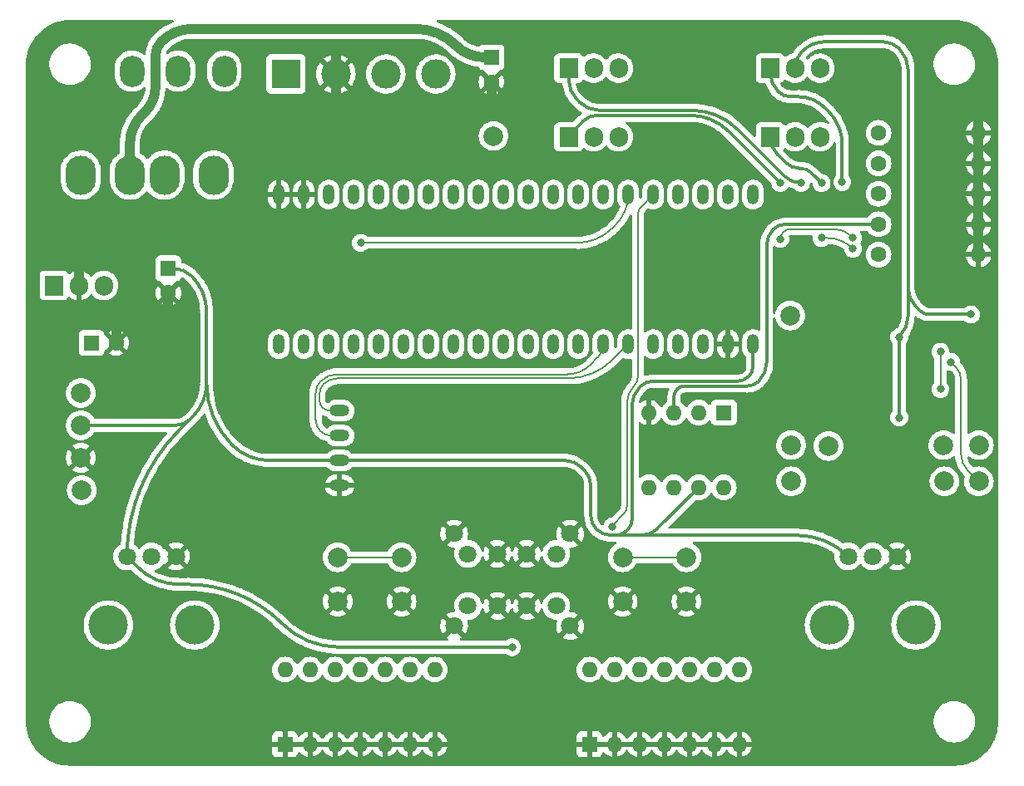
<source format=gbr>
%TF.GenerationSoftware,KiCad,Pcbnew,6.0.5+dfsg-1*%
%TF.CreationDate,2022-06-26T16:39:14+01:00*%
%TF.ProjectId,dcc-controller,6463632d-636f-46e7-9472-6f6c6c65722e,rev?*%
%TF.SameCoordinates,Original*%
%TF.FileFunction,Copper,L2,Bot*%
%TF.FilePolarity,Positive*%
%FSLAX46Y46*%
G04 Gerber Fmt 4.6, Leading zero omitted, Abs format (unit mm)*
G04 Created by KiCad (PCBNEW 6.0.5+dfsg-1) date 2022-06-26 16:39:14*
%MOMM*%
%LPD*%
G01*
G04 APERTURE LIST*
%TA.AperFunction,ComponentPad*%
%ADD10O,3.100000X4.000000*%
%TD*%
%TA.AperFunction,ComponentPad*%
%ADD11C,2.000000*%
%TD*%
%TA.AperFunction,ComponentPad*%
%ADD12O,2.500000X3.200000*%
%TD*%
%TA.AperFunction,ComponentPad*%
%ADD13C,1.600000*%
%TD*%
%TA.AperFunction,ComponentPad*%
%ADD14O,1.600000X1.600000*%
%TD*%
%TA.AperFunction,ComponentPad*%
%ADD15R,1.600000X1.600000*%
%TD*%
%TA.AperFunction,ComponentPad*%
%ADD16R,1.905000X2.000000*%
%TD*%
%TA.AperFunction,ComponentPad*%
%ADD17O,1.905000X2.000000*%
%TD*%
%TA.AperFunction,ComponentPad*%
%ADD18O,1.200000X2.000000*%
%TD*%
%TA.AperFunction,ComponentPad*%
%ADD19R,3.000000X3.000000*%
%TD*%
%TA.AperFunction,ComponentPad*%
%ADD20C,3.000000*%
%TD*%
%TA.AperFunction,ComponentPad*%
%ADD21O,2.000000X1.200000*%
%TD*%
%TA.AperFunction,WasherPad*%
%ADD22C,4.000000*%
%TD*%
%TA.AperFunction,ComponentPad*%
%ADD23C,1.800000*%
%TD*%
%TA.AperFunction,ViaPad*%
%ADD24C,0.800000*%
%TD*%
%TA.AperFunction,Conductor*%
%ADD25C,0.200000*%
%TD*%
%TA.AperFunction,Conductor*%
%ADD26C,0.300000*%
%TD*%
%TA.AperFunction,Conductor*%
%ADD27C,1.000000*%
%TD*%
G04 APERTURE END LIST*
D10*
%TO.P,F1,1*%
%TO.N,Net-(F1-Pad1)*%
X121600000Y-71300000D03*
X116600000Y-71300000D03*
%TO.P,F1,2*%
%TO.N,+12V*%
X113100000Y-71300000D03*
X108100000Y-71300000D03*
%TD*%
D11*
%TO.P,TP15,1,1*%
%TO.N,IN_B*%
X199500000Y-102500000D03*
%TD*%
%TO.P,TP14,1,1*%
%TO.N,+3V3*%
X108100000Y-96800000D03*
%TD*%
%TO.P,TP13,1,1*%
%TO.N,GND*%
X108100000Y-100100000D03*
%TD*%
%TO.P,TP12,1,1*%
%TO.N,/SHUNT*%
X150100000Y-67300000D03*
%TD*%
%TO.P,TP11,1,1*%
%TO.N,+12V*%
X108100000Y-93500000D03*
%TD*%
%TO.P,TP10,1,1*%
%TO.N,/OUT_EN_SHIFT*%
X195900000Y-98800000D03*
%TD*%
%TO.P,TP9,1,1*%
%TO.N,/OUT_DIR_SHIFT*%
X184200000Y-98900000D03*
%TD*%
%TO.P,TP8,1,1*%
%TO.N,IN_A*%
X199500000Y-98800000D03*
%TD*%
%TO.P,TP7,1,1*%
%TO.N,POT_A*%
X108200000Y-103400000D03*
%TD*%
%TO.P,TP6,1,1*%
%TO.N,POT_B*%
X196000000Y-102500000D03*
%TD*%
%TO.P,TP5,1,1*%
%TO.N,CURRENT*%
X180400000Y-102500000D03*
%TD*%
%TO.P,TP4,1,1*%
%TO.N,OUT_DIR*%
X180400000Y-98800000D03*
%TD*%
%TO.P,TP3,1,1*%
%TO.N,OUT_EN*%
X180300000Y-85600000D03*
%TD*%
D12*
%TO.P,SW6,1,A*%
%TO.N,Net-(F1-Pad1)*%
X113300000Y-60700000D03*
%TO.P,SW6,2,B*%
%TO.N,12V_IN*%
X118000000Y-60700000D03*
%TO.P,SW6,3,C*%
%TO.N,unconnected-(SW6-Pad3)*%
X122700000Y-60700000D03*
%TD*%
D13*
%TO.P,R17,1*%
%TO.N,/SHUNT*%
X189300000Y-73200000D03*
D14*
%TO.P,R17,2*%
%TO.N,GND*%
X199460000Y-73200000D03*
%TD*%
D15*
%TO.P,C5,1*%
%TO.N,+12V*%
X109194888Y-88400000D03*
D13*
%TO.P,C5,2*%
%TO.N,GND*%
X111694888Y-88400000D03*
%TD*%
D16*
%TO.P,U3,1,IN*%
%TO.N,+12V*%
X105360000Y-82545000D03*
D17*
%TO.P,U3,2,GND*%
%TO.N,GND*%
X107900000Y-82545000D03*
%TO.P,U3,3,OUT*%
%TO.N,+3V3*%
X110440000Y-82545000D03*
%TD*%
D18*
%TO.P,U1,1,VBAT*%
%TO.N,unconnected-(U1-Pad1)*%
X176515000Y-73280000D03*
%TO.P,U1,2,PC13*%
%TO.N,unconnected-(U1-Pad2)*%
X173975000Y-73280000D03*
%TO.P,U1,3,PC14*%
%TO.N,unconnected-(U1-Pad3)*%
X171435000Y-73280000D03*
%TO.P,U1,4,PC15*%
%TO.N,unconnected-(U1-Pad4)*%
X168895000Y-73280000D03*
%TO.P,U1,5,PA0*%
%TO.N,CHAN_B*%
X166355000Y-73280000D03*
%TO.P,U1,6,PA1*%
%TO.N,CHAN_A*%
X163815000Y-73280000D03*
%TO.P,U1,7,PA2*%
%TO.N,OUT_EN*%
X161275000Y-73280000D03*
%TO.P,U1,8,PA3*%
%TO.N,OUT_DIR*%
X158735000Y-73280000D03*
%TO.P,U1,9,PA4*%
%TO.N,PROG_BTN*%
X156195000Y-73280000D03*
%TO.P,U1,10,PA5*%
%TO.N,Net-(SW1-Pad10)*%
X153655000Y-73280000D03*
%TO.P,U1,11,PA6*%
%TO.N,Net-(SW1-Pad11)*%
X151115000Y-73280000D03*
%TO.P,U1,12,PA7*%
%TO.N,CURRENT*%
X148575000Y-73280000D03*
%TO.P,U1,13,PB0*%
%TO.N,POT_B*%
X146035000Y-73280000D03*
%TO.P,U1,14,PB1*%
%TO.N,POT_A*%
X143495000Y-73280000D03*
%TO.P,U1,15,PB10*%
%TO.N,PROG_MODE_2*%
X140955000Y-73280000D03*
%TO.P,U1,16,PB11*%
%TO.N,PROG_MODE_1*%
X138415000Y-73280000D03*
%TO.P,U1,17,NRST*%
%TO.N,unconnected-(U1-Pad17)*%
X135875000Y-73280000D03*
%TO.P,U1,18,VDD*%
%TO.N,+3V3*%
X133335000Y-73280000D03*
%TO.P,U1,19,VSS*%
%TO.N,GND*%
X130795000Y-73280000D03*
%TO.P,U1,20,VSSA*%
X128255000Y-73280000D03*
%TO.P,U1,21,PB12*%
%TO.N,LED_PROG*%
X128255000Y-88520000D03*
%TO.P,U1,22,PB13*%
%TO.N,LED_ALARM*%
X130795000Y-88520000D03*
%TO.P,U1,23,PB14*%
%TO.N,E_STOP*%
X133335000Y-88520000D03*
%TO.P,U1,24,PB15*%
%TO.N,Net-(SW5-Pad14)*%
X135875000Y-88520000D03*
%TO.P,U1,25,PA8*%
%TO.N,Net-(SW5-Pad13)*%
X138415000Y-88520000D03*
%TO.P,U1,26,PA9*%
%TO.N,Net-(SW5-Pad12)*%
X140955000Y-88520000D03*
%TO.P,U1,27,PA10*%
%TO.N,Net-(SW5-Pad11)*%
X143495000Y-88520000D03*
%TO.P,U1,28,PA11*%
%TO.N,Net-(SW5-Pad10)*%
X146035000Y-88520000D03*
%TO.P,U1,29,PA12*%
%TO.N,Net-(SW5-Pad9)*%
X148575000Y-88520000D03*
%TO.P,U1,30,PA15*%
%TO.N,Net-(SW5-Pad8)*%
X151115000Y-88520000D03*
%TO.P,U1,31,PB3*%
%TO.N,Net-(SW1-Pad14)*%
X153655000Y-88520000D03*
%TO.P,U1,32,PB4*%
%TO.N,Net-(SW1-Pad13)*%
X156195000Y-88520000D03*
%TO.P,U1,33,PB5*%
%TO.N,Net-(SW1-Pad12)*%
X158735000Y-88520000D03*
%TO.P,U1,34,PB6*%
%TO.N,SCL*%
X161275000Y-88520000D03*
%TO.P,U1,35,PB7*%
%TO.N,SDA*%
X163815000Y-88520000D03*
%TO.P,U1,36,PB8*%
%TO.N,Net-(SW1-Pad9)*%
X166355000Y-88520000D03*
%TO.P,U1,37,PB9*%
%TO.N,Net-(SW1-Pad8)*%
X168895000Y-88520000D03*
%TO.P,U1,38,+5V*%
%TO.N,unconnected-(U1-Pad38)*%
X171435000Y-88520000D03*
%TO.P,U1,39,VSS*%
%TO.N,GND*%
X173975000Y-88520000D03*
%TO.P,U1,40,VDD*%
%TO.N,+3V3*%
X176515000Y-88520000D03*
%TD*%
D15*
%TO.P,U4,1,NULL*%
%TO.N,unconnected-(U4-Pad1)*%
X173550000Y-95500000D03*
D14*
%TO.P,U4,2,-*%
%TO.N,/OP_AMP_INV*%
X171010000Y-95500000D03*
%TO.P,U4,3,+*%
%TO.N,/SHUNT*%
X168470000Y-95500000D03*
%TO.P,U4,4,V-*%
%TO.N,GND*%
X165930000Y-95500000D03*
%TO.P,U4,5,NULL*%
%TO.N,unconnected-(U4-Pad5)*%
X165930000Y-103120000D03*
%TO.P,U4,6*%
%TO.N,CURRENT*%
X168470000Y-103120000D03*
%TO.P,U4,7,V+*%
%TO.N,+3V3*%
X171010000Y-103120000D03*
%TO.P,U4,8,NC*%
%TO.N,unconnected-(U4-Pad8)*%
X173550000Y-103120000D03*
%TD*%
D16*
%TO.P,Q6,1,G*%
%TO.N,/B_INV*%
X178260000Y-67395000D03*
D17*
%TO.P,Q6,2,D*%
%TO.N,TRACK_B*%
X180800000Y-67395000D03*
%TO.P,Q6,3,S*%
%TO.N,/SHUNT*%
X183340000Y-67395000D03*
%TD*%
D16*
%TO.P,Q5,1,G*%
%TO.N,Net-(Q5-Pad1)*%
X178260000Y-60395000D03*
D17*
%TO.P,Q5,2,D*%
%TO.N,+12V*%
X180800000Y-60395000D03*
%TO.P,Q5,3,S*%
%TO.N,TRACK_B*%
X183340000Y-60395000D03*
%TD*%
D14*
%TO.P,R16,2*%
%TO.N,GND*%
X199460000Y-70100000D03*
D13*
%TO.P,R16,1*%
%TO.N,/SHUNT*%
X189300000Y-70100000D03*
%TD*%
D14*
%TO.P,R19,2*%
%TO.N,GND*%
X199460000Y-79400000D03*
D13*
%TO.P,R19,1*%
%TO.N,/SHUNT*%
X189300000Y-79400000D03*
%TD*%
D15*
%TO.P,SW5,1*%
%TO.N,GND*%
X128875000Y-129300000D03*
D14*
%TO.P,SW5,2*%
X131415000Y-129300000D03*
%TO.P,SW5,3*%
X133955000Y-129300000D03*
%TO.P,SW5,4*%
X136495000Y-129300000D03*
%TO.P,SW5,5*%
X139035000Y-129300000D03*
%TO.P,SW5,6*%
X141575000Y-129300000D03*
%TO.P,SW5,7*%
X144115000Y-129300000D03*
%TO.P,SW5,8*%
%TO.N,Net-(SW5-Pad8)*%
X144115000Y-121680000D03*
%TO.P,SW5,9*%
%TO.N,Net-(SW5-Pad9)*%
X141575000Y-121680000D03*
%TO.P,SW5,10*%
%TO.N,Net-(SW5-Pad10)*%
X139035000Y-121680000D03*
%TO.P,SW5,11*%
%TO.N,Net-(SW5-Pad11)*%
X136495000Y-121680000D03*
%TO.P,SW5,12*%
%TO.N,Net-(SW5-Pad12)*%
X133955000Y-121680000D03*
%TO.P,SW5,13*%
%TO.N,Net-(SW5-Pad13)*%
X131415000Y-121680000D03*
%TO.P,SW5,14*%
%TO.N,Net-(SW5-Pad14)*%
X128875000Y-121680000D03*
%TD*%
D16*
%TO.P,Q3,1,G*%
%TO.N,Net-(Q3-Pad1)*%
X157760000Y-60395000D03*
D17*
%TO.P,Q3,2,D*%
%TO.N,+12V*%
X160300000Y-60395000D03*
%TO.P,Q3,3,S*%
%TO.N,TRACK_A*%
X162840000Y-60395000D03*
%TD*%
D16*
%TO.P,Q4,1,G*%
%TO.N,/A_INV*%
X157760000Y-67395000D03*
D17*
%TO.P,Q4,2,D*%
%TO.N,TRACK_A*%
X160300000Y-67395000D03*
%TO.P,Q4,3,S*%
%TO.N,/SHUNT*%
X162840000Y-67395000D03*
%TD*%
D11*
%TO.P,SW3,1,1*%
%TO.N,GND*%
X169750000Y-114750000D03*
X163250000Y-114750000D03*
%TO.P,SW3,2,2*%
%TO.N,PROG_BTN*%
X163250000Y-110250000D03*
X169750000Y-110250000D03*
%TD*%
D15*
%TO.P,SW1,1*%
%TO.N,GND*%
X159875000Y-129300000D03*
D14*
%TO.P,SW1,2*%
X162415000Y-129300000D03*
%TO.P,SW1,3*%
X164955000Y-129300000D03*
%TO.P,SW1,4*%
X167495000Y-129300000D03*
%TO.P,SW1,5*%
X170035000Y-129300000D03*
%TO.P,SW1,6*%
X172575000Y-129300000D03*
%TO.P,SW1,7*%
X175115000Y-129300000D03*
%TO.P,SW1,8*%
%TO.N,Net-(SW1-Pad8)*%
X175115000Y-121680000D03*
%TO.P,SW1,9*%
%TO.N,Net-(SW1-Pad9)*%
X172575000Y-121680000D03*
%TO.P,SW1,10*%
%TO.N,Net-(SW1-Pad10)*%
X170035000Y-121680000D03*
%TO.P,SW1,11*%
%TO.N,Net-(SW1-Pad11)*%
X167495000Y-121680000D03*
%TO.P,SW1,12*%
%TO.N,Net-(SW1-Pad12)*%
X164955000Y-121680000D03*
%TO.P,SW1,13*%
%TO.N,Net-(SW1-Pad13)*%
X162415000Y-121680000D03*
%TO.P,SW1,14*%
%TO.N,Net-(SW1-Pad14)*%
X159875000Y-121680000D03*
%TD*%
D15*
%TO.P,C10,1*%
%TO.N,+12V*%
X149900000Y-59294888D03*
D13*
%TO.P,C10,2*%
%TO.N,GND*%
X149900000Y-61794888D03*
%TD*%
D11*
%TO.P,SW2,1,1*%
%TO.N,GND*%
X140750000Y-114750000D03*
X134250000Y-114750000D03*
%TO.P,SW2,2,2*%
%TO.N,E_STOP*%
X140750000Y-110250000D03*
X134250000Y-110250000D03*
%TD*%
D19*
%TO.P,J1,1,Pin_1*%
%TO.N,12V_IN*%
X128980000Y-61000000D03*
D20*
%TO.P,J1,2,Pin_2*%
%TO.N,GND*%
X134060000Y-61000000D03*
%TO.P,J1,3,Pin_3*%
%TO.N,TRACK_A*%
X139140000Y-61000000D03*
%TO.P,J1,4,Pin_4*%
%TO.N,TRACK_B*%
X144220000Y-61000000D03*
%TD*%
D21*
%TO.P,U5,4,Gnd*%
%TO.N,GND*%
X134450000Y-102910000D03*
%TO.P,U5,3,Vcc*%
%TO.N,+3V3*%
X134450000Y-100370000D03*
%TO.P,U5,2,SCL*%
%TO.N,SCL*%
X134450000Y-97830000D03*
%TO.P,U5,1,SDA*%
%TO.N,SDA*%
X134450000Y-95290000D03*
%TD*%
D22*
%TO.P,RV2,*%
%TO.N,*%
X184300000Y-117150000D03*
X193100000Y-117150000D03*
D23*
%TO.P,RV2,1,1*%
%TO.N,+3V3*%
X186200000Y-110150000D03*
%TO.P,RV2,2,2*%
%TO.N,POT_B*%
X188700000Y-110150000D03*
%TO.P,RV2,3,3*%
%TO.N,GND*%
X191200000Y-110150000D03*
%TD*%
%TO.P,SW4,1,A*%
%TO.N,PROG_MODE_1*%
X147500000Y-109895000D03*
X147500000Y-115195000D03*
%TO.P,SW4,2,B*%
%TO.N,GND*%
X153500000Y-115195000D03*
X150500000Y-115195000D03*
X146100000Y-107845000D03*
X153500000Y-109895000D03*
X157900000Y-107845000D03*
X146100000Y-117245000D03*
X157900000Y-117245000D03*
X150500000Y-109895000D03*
%TO.P,SW4,3,C*%
%TO.N,PROG_MODE_2*%
X156500000Y-115195000D03*
X156500000Y-109895000D03*
%TD*%
D15*
%TO.P,C7,1*%
%TO.N,+3V3*%
X117000000Y-80794888D03*
D13*
%TO.P,C7,2*%
%TO.N,GND*%
X117000000Y-83294888D03*
%TD*%
D14*
%TO.P,R18,2*%
%TO.N,GND*%
X199460000Y-76300000D03*
D13*
%TO.P,R18,1*%
%TO.N,/SHUNT*%
X189300000Y-76300000D03*
%TD*%
D14*
%TO.P,R9,2*%
%TO.N,GND*%
X199460000Y-67000000D03*
D13*
%TO.P,R9,1*%
%TO.N,/SHUNT*%
X189300000Y-67000000D03*
%TD*%
D22*
%TO.P,RV1,*%
%TO.N,*%
X119700000Y-117150000D03*
X110900000Y-117150000D03*
D23*
%TO.P,RV1,1,1*%
%TO.N,+3V3*%
X112800000Y-110150000D03*
%TO.P,RV1,2,2*%
%TO.N,POT_A*%
X115300000Y-110150000D03*
%TO.P,RV1,3,3*%
%TO.N,GND*%
X117800000Y-110150000D03*
%TD*%
D24*
%TO.N,GND*%
X186400000Y-96600000D03*
X187700000Y-91900000D03*
X150500000Y-125400000D03*
X153500000Y-125400000D03*
X137200000Y-79300000D03*
X161700000Y-79300000D03*
X155200000Y-79300000D03*
X145300000Y-79300000D03*
X179300000Y-83100000D03*
X181400000Y-83100000D03*
X185600000Y-83100000D03*
%TO.N,+3V3*%
X152000000Y-119400000D03*
%TO.N,+12V*%
X191400000Y-96000000D03*
X191400000Y-87800000D03*
X198700000Y-85500000D03*
%TO.N,CHAN_B*%
X162200000Y-107100000D03*
%TO.N,CHAN_A*%
X136600000Y-78200000D03*
%TO.N,GND*%
X156400000Y-97900000D03*
X152300000Y-97900000D03*
X148200000Y-97900000D03*
X195400000Y-84100000D03*
X183500000Y-83100000D03*
%TO.N,IN_B*%
X196670000Y-90330000D03*
%TO.N,IN_A*%
X195600000Y-89300000D03*
X195600000Y-93100000D03*
%TO.N,Net-(R22-Pad1)*%
X186700000Y-77700000D03*
X179300000Y-77800000D03*
%TO.N,Net-(R28-Pad2)*%
X186700000Y-78800000D03*
X183500000Y-77700000D03*
%TO.N,/B_INV*%
X183500000Y-72100000D03*
%TO.N,Net-(Q3-Pad1)*%
X181400000Y-72100000D03*
%TO.N,Net-(Q5-Pad1)*%
X185600000Y-72000000D03*
%TO.N,/A_INV*%
X179300000Y-72100000D03*
%TD*%
D25*
%TO.N,Net-(R28-Pad2)*%
X184044366Y-77700015D02*
G75*
G02*
X186700000Y-78800000I34J-3755585D01*
G01*
X184044366Y-77700000D02*
X183500000Y-77700000D01*
%TO.N,Net-(R22-Pad1)*%
X179582839Y-77117154D02*
G75*
G03*
X179300000Y-77800000I682861J-682846D01*
G01*
X180324264Y-76799986D02*
G75*
G03*
X179600001Y-77100001I36J-1024314D01*
G01*
X186507104Y-77507110D02*
G75*
G03*
X184800000Y-76800000I-1707104J-1707090D01*
G01*
X180324264Y-76800000D02*
X184800000Y-76800000D01*
X179582843Y-77117158D02*
X179600000Y-77100000D01*
X186507107Y-77507107D02*
X186700000Y-77700000D01*
D26*
%TO.N,+3V3*%
X108100000Y-96800000D02*
X117751472Y-96800000D01*
X119200008Y-96200008D02*
G75*
G02*
X117751472Y-96800000I-1448508J1448508D01*
G01*
X118100000Y-113000006D02*
G75*
G02*
X113917589Y-111267587I0J5914806D01*
G01*
X134394112Y-119400000D02*
X151758579Y-119400000D01*
X128599987Y-117000013D02*
G75*
G03*
X118943146Y-113000000I-9656887J-9656887D01*
G01*
X134394112Y-119399994D02*
G75*
G02*
X128600001Y-116999999I-12J8194094D01*
G01*
X152000006Y-119300006D02*
G75*
G02*
X151758579Y-119400000I-241406J241406D01*
G01*
X112800000Y-110150000D02*
X113917588Y-111267588D01*
X118100000Y-113000000D02*
X118943146Y-113000000D01*
D25*
%TO.N,SCL*%
X160705770Y-89894212D02*
G75*
G03*
X161275000Y-88520000I-1374170J1374212D01*
G01*
X132499986Y-92299986D02*
G75*
G02*
X134189949Y-91600000I1689914J-1689914D01*
G01*
X133538111Y-97829995D02*
G75*
G02*
X132500000Y-97400000I-11J1468095D01*
G01*
X157585787Y-91599994D02*
G75*
G03*
X160000000Y-90600000I13J3414194D01*
G01*
X160705779Y-89894221D02*
X160000000Y-90600000D01*
X132000003Y-93507106D02*
G75*
G02*
X132500000Y-92300000I1707097J6D01*
G01*
X132499998Y-97400002D02*
G75*
G02*
X132000000Y-96192894I1207102J1207102D01*
G01*
X157585787Y-91600000D02*
X134189949Y-91600000D01*
X132000000Y-93507106D02*
X132000000Y-96192894D01*
X133538111Y-97830000D02*
X134450000Y-97830000D01*
%TO.N,SDA*%
X132699994Y-95000006D02*
G75*
G03*
X133400121Y-95290000I700106J700106D01*
G01*
X132400000Y-94275736D02*
X132400000Y-93565685D01*
X132399986Y-94275736D02*
G75*
G03*
X132700001Y-94999999I1024314J36D01*
G01*
X132800004Y-92600004D02*
G75*
G03*
X132400000Y-93565685I965696J-965696D01*
G01*
X134248528Y-92000000D02*
X157700000Y-92000000D01*
X134248528Y-92000012D02*
G75*
G03*
X132800000Y-92600000I-28J-2048488D01*
G01*
X162198237Y-90136783D02*
G75*
G02*
X157700000Y-92000000I-4498237J4498283D01*
G01*
X134450000Y-95290000D02*
X133400121Y-95290000D01*
X162198227Y-90136773D02*
X163815000Y-88520000D01*
D26*
%TO.N,Net-(Q3-Pad1)*%
X158599988Y-63600012D02*
G75*
G02*
X157760000Y-61572061I2027912J2027912D01*
G01*
X160850231Y-64692510D02*
G75*
G02*
X158873907Y-63873906I-31J2794910D01*
G01*
X174900014Y-66599986D02*
G75*
G03*
X170314154Y-64700480I-4585814J-4585814D01*
G01*
X181400000Y-72100003D02*
G75*
G02*
X179692894Y-71392892I0J2414203D01*
G01*
X174900000Y-66600000D02*
X179692893Y-71392893D01*
X157760000Y-60395000D02*
X157760000Y-61572061D01*
X158600000Y-63600000D02*
X158873906Y-63873907D01*
X160850231Y-64692527D02*
X162792047Y-64692527D01*
X162792047Y-64692527D02*
X162800000Y-64700480D01*
X162800000Y-64700480D02*
X170314154Y-64700480D01*
D25*
%TO.N,IN_A*%
X195600000Y-89300000D02*
X195600000Y-93100000D01*
D26*
%TO.N,+12V*%
X191400000Y-87800000D02*
X191400000Y-96000000D01*
D25*
%TO.N,IN_B*%
X197700000Y-99800000D02*
X197700000Y-92200000D01*
X199500000Y-102500000D02*
X198336396Y-101336396D01*
X197700003Y-99800000D02*
G75*
G03*
X198336397Y-101336395I2172797J0D01*
G01*
X197106030Y-90766031D02*
X196670000Y-90330000D01*
X197106022Y-90766039D02*
G75*
G02*
X197700000Y-92200000I-1433922J-1433961D01*
G01*
D26*
%TO.N,+3V3*%
X164200000Y-94800000D02*
X164200000Y-106400000D01*
X163775730Y-107424258D02*
G75*
G03*
X164200000Y-106400000I-1024230J1024258D01*
G01*
X163775736Y-107424264D02*
X163624265Y-107575735D01*
X165100000Y-92800000D02*
X164977818Y-92922182D01*
X162600000Y-108000000D02*
X162048528Y-108000000D01*
X174892894Y-92300000D02*
X166307106Y-92300000D01*
X176500000Y-88556213D02*
X176500000Y-90834315D01*
X176500006Y-88556213D02*
G75*
G02*
X176515000Y-88520000I51194J13D01*
G01*
X165200000Y-108000000D02*
X162600000Y-108000000D01*
X164199990Y-94800000D02*
G75*
G02*
X164977818Y-92922182I2655610J0D01*
G01*
X162600000Y-108000008D02*
G75*
G03*
X163624265Y-107575735I0J1448508D01*
G01*
X174892894Y-92299997D02*
G75*
G03*
X176100000Y-91800000I6J1707097D01*
G01*
X165099998Y-92799998D02*
G75*
G02*
X166307106Y-92300000I1207102J-1207102D01*
G01*
X176099996Y-91799996D02*
G75*
G03*
X176500000Y-90834315I-965696J965696D01*
G01*
D27*
%TO.N,+12V*%
X114639340Y-64860660D02*
X114300000Y-65200000D01*
X114639336Y-64860656D02*
G75*
G03*
X115700000Y-62300000I-2560636J2560656D01*
G01*
X115700000Y-59148528D02*
X115700000Y-62300000D01*
X113099982Y-68097056D02*
G75*
G02*
X114300000Y-65200000I4097118J-44D01*
G01*
X113100000Y-68097056D02*
X113100000Y-71300000D01*
D26*
%TO.N,+3V3*%
X165200000Y-108000000D02*
X181009441Y-108000000D01*
X186199988Y-110150012D02*
G75*
G03*
X181009441Y-108000000I-5190588J-5190588D01*
G01*
X160000000Y-105951472D02*
X160000000Y-102900000D01*
X159099993Y-101100007D02*
G75*
G03*
X157337625Y-100370000I-1762393J-1762393D01*
G01*
X159999997Y-102900000D02*
G75*
G03*
X159363603Y-101363605I-2172797J0D01*
G01*
X134450000Y-100370000D02*
X157337625Y-100370000D01*
X159100000Y-101100000D02*
X159363604Y-101363604D01*
X165200000Y-108000005D02*
G75*
G03*
X166787609Y-107342391I0J2245205D01*
G01*
X160599992Y-107400008D02*
G75*
G03*
X162048528Y-108000000I1448508J1448508D01*
G01*
X160000012Y-105951472D02*
G75*
G03*
X160600000Y-107400000I2048488J-28D01*
G01*
X171010000Y-103120000D02*
X166787609Y-107342391D01*
D25*
%TO.N,CHAN_B*%
X162270715Y-106929293D02*
G75*
G03*
X162200000Y-107100000I170685J-170707D01*
G01*
X163700006Y-104934315D02*
G75*
G02*
X163300000Y-105900000I-1365706J15D01*
G01*
X165128806Y-74506197D02*
G75*
G03*
X164800000Y-75300000I793794J-793803D01*
G01*
X165128805Y-74506196D02*
X166355000Y-73280000D01*
X164399986Y-92799986D02*
G75*
G03*
X163700000Y-94489949I1689914J-1689914D01*
G01*
X164800006Y-91834315D02*
G75*
G02*
X164400000Y-92800000I-1365706J15D01*
G01*
X162270711Y-106929289D02*
X163300000Y-105900000D01*
X163700000Y-104934315D02*
X163700000Y-94489949D01*
X164800000Y-91834315D02*
X164800000Y-75300000D01*
D26*
%TO.N,/SHUNT*%
X177100002Y-92300002D02*
G75*
G02*
X175892894Y-92800000I-1207102J1207102D01*
G01*
X175700000Y-92800000D02*
X175892894Y-92800000D01*
X177900010Y-90400000D02*
G75*
G02*
X177122182Y-92277818I-2655610J0D01*
G01*
X169500000Y-92800000D02*
X175700000Y-92800000D01*
X177900000Y-78489949D02*
X177900000Y-90400000D01*
X177100000Y-92300000D02*
X177122182Y-92277818D01*
X168800003Y-93100003D02*
G75*
G03*
X168470000Y-93896690I796697J-796697D01*
G01*
X168470000Y-95500000D02*
X168470000Y-93896690D01*
X168800000Y-93100000D02*
X168817157Y-93082843D01*
X169500000Y-92800005D02*
G75*
G03*
X168817158Y-93082844I0J-965695D01*
G01*
%TO.N,/B_INV*%
X181400000Y-70600000D02*
X181248528Y-70600000D01*
X183500000Y-72100000D02*
X182600000Y-71200000D01*
X182424264Y-71024264D02*
X182600000Y-71200000D01*
X182424258Y-71024270D02*
G75*
G03*
X181400000Y-70600000I-1024258J-1024230D01*
G01*
X179799992Y-70000008D02*
G75*
G03*
X181248528Y-70600000I1448508J1448508D01*
G01*
X179800000Y-70000000D02*
X179013069Y-69213069D01*
X178259990Y-67395000D02*
G75*
G03*
X179013070Y-69213068I2571110J0D01*
G01*
%TO.N,+12V*%
X193500004Y-85099996D02*
G75*
G03*
X194465685Y-85500000I965696J965696D01*
G01*
X192299990Y-82800000D02*
G75*
G03*
X193077818Y-84677818I2655610J0D01*
G01*
X198700000Y-85500000D02*
X194465685Y-85500000D01*
X192300000Y-60572792D02*
X192300000Y-82800000D01*
X192300000Y-82800000D02*
X192300000Y-83600000D01*
X193500000Y-85100000D02*
X193077818Y-84677818D01*
D27*
%TO.N,GND*%
X199460000Y-79400000D02*
X199460000Y-65137989D01*
X107900000Y-80200000D02*
X107900000Y-82545000D01*
X117099994Y-85000006D02*
G75*
G02*
X117000000Y-84758579I241406J241406D01*
G01*
X117000000Y-83294888D02*
X117000000Y-84758579D01*
X111694888Y-88400000D02*
X111694888Y-86429079D01*
X149900000Y-61794888D02*
X149900000Y-64200000D01*
X134060000Y-61760480D02*
X134060000Y-58400000D01*
X134100009Y-65099991D02*
G75*
G02*
X134060000Y-65003432I96591J96591D01*
G01*
X134060000Y-61000000D02*
X134060000Y-65003432D01*
D26*
%TO.N,+3V3*%
X119200000Y-96200000D02*
X118138657Y-97261343D01*
X112799997Y-110150000D02*
G75*
G02*
X118138657Y-97261343I18227303J0D01*
G01*
X119502082Y-95897919D02*
X119200000Y-96200000D01*
X119502061Y-95897898D02*
G75*
G03*
X120900000Y-92523045I-3374861J3374898D01*
G01*
X119400004Y-81599996D02*
G75*
G03*
X117456288Y-80794888I-1943704J-1943704D01*
G01*
X120899991Y-85221320D02*
G75*
G03*
X119400000Y-81600000I-5121291J20D01*
G01*
X123500001Y-98799999D02*
G75*
G02*
X120900000Y-92523045I6276959J6276959D01*
G01*
X127290315Y-100370000D02*
X134450000Y-100370000D01*
X127290315Y-100369993D02*
G75*
G02*
X123500000Y-98800000I-15J5360293D01*
G01*
X117000000Y-80794888D02*
X117456288Y-80794888D01*
X120900000Y-85221320D02*
X120900000Y-92523045D01*
%TO.N,+12V*%
X191399998Y-87799998D02*
G75*
G03*
X192300000Y-85627208I-2172798J2172798D01*
G01*
X192300000Y-83600000D02*
X192300000Y-85627208D01*
X183914213Y-57700000D02*
X189710051Y-57700000D01*
X192300003Y-60572792D02*
G75*
G03*
X191400000Y-58400000I-3072803J-8D01*
G01*
X183914213Y-57700006D02*
G75*
G03*
X181500000Y-58700000I-13J-3414194D01*
G01*
X191399985Y-58400015D02*
G75*
G03*
X189710051Y-57700000I-1689985J-1689985D01*
G01*
X181499986Y-58699986D02*
G75*
G03*
X180800000Y-60389949I1689914J-1689914D01*
G01*
X180800000Y-60395000D02*
X180800000Y-60389949D01*
D27*
X146299996Y-58100004D02*
G75*
G03*
X149184714Y-59294888I2884704J2884704D01*
G01*
X142195837Y-56399985D02*
G75*
G02*
X146300000Y-58100000I-37J-5804215D01*
G01*
X115700012Y-59148528D02*
G75*
G02*
X116300000Y-57700000I2048488J28D01*
G01*
X150000000Y-59294888D02*
X149184714Y-59294888D01*
X116300007Y-57700007D02*
G75*
G02*
X119438477Y-56400000I3138493J-3138493D01*
G01*
X142195837Y-56400000D02*
X119438477Y-56400000D01*
D25*
%TO.N,PROG_BTN*%
X163250000Y-110250000D02*
X169750000Y-110250000D01*
%TO.N,CHAN_A*%
X162200000Y-76700000D02*
X162538672Y-76361328D01*
X163814986Y-73280000D02*
G75*
G02*
X162538671Y-76361327I-4357686J0D01*
G01*
X136600000Y-78200000D02*
X158578680Y-78200000D01*
X162200006Y-76700006D02*
G75*
G02*
X158578680Y-78200000I-3621306J3621306D01*
G01*
%TO.N,E_STOP*%
X140750000Y-110250000D02*
X134250000Y-110250000D01*
D26*
%TO.N,/SHUNT*%
X178599998Y-76799998D02*
G75*
G02*
X179807106Y-76300000I1207102J-1207102D01*
G01*
X189300000Y-76300000D02*
X179807106Y-76300000D01*
X177900021Y-78489949D02*
G75*
G02*
X178600000Y-76800000I2389879J49D01*
G01*
%TO.N,Net-(Q5-Pad1)*%
X184200000Y-64800000D02*
X183831371Y-64431371D01*
X185600000Y-72000000D02*
X185600000Y-68179898D01*
X181100000Y-63300000D02*
X180307106Y-63300000D01*
X178260000Y-60772061D02*
X178260000Y-60395000D01*
X179099998Y-62800002D02*
G75*
G03*
X180307106Y-63300000I1207102J1207102D01*
G01*
X178260017Y-60772061D02*
G75*
G03*
X179100000Y-62800000I2867883J-39D01*
G01*
X181100000Y-63299988D02*
G75*
G02*
X183831371Y-64431371I0J-3862712D01*
G01*
X184200000Y-64800000D02*
G75*
G02*
X185600000Y-68179898I-3379900J-3379900D01*
G01*
%TO.N,/A_INV*%
X179300000Y-72100000D02*
X174026346Y-66826346D01*
X170100000Y-65200000D02*
X160648528Y-65200000D01*
X159200000Y-65800000D02*
X157869602Y-67130398D01*
X170100000Y-65200003D02*
G75*
G02*
X174026346Y-66826346I0J-5552697D01*
G01*
X159199992Y-65799992D02*
G75*
G02*
X160648528Y-65200000I1448508J-1448508D01*
G01*
X157760000Y-67395000D02*
G75*
G02*
X157869603Y-67130399I374200J0D01*
G01*
%TD*%
%TA.AperFunction,Conductor*%
%TO.N,GND*%
G36*
X117511192Y-55528502D02*
G01*
X117557685Y-55582158D01*
X117567789Y-55652432D01*
X117538295Y-55717012D01*
X117486682Y-55752712D01*
X117352402Y-55802251D01*
X117350167Y-55803281D01*
X117350163Y-55803283D01*
X116965944Y-55980411D01*
X116965931Y-55980418D01*
X116963696Y-55981448D01*
X116590247Y-56190590D01*
X116234359Y-56428387D01*
X115898225Y-56693375D01*
X115726574Y-56852046D01*
X115620550Y-56950053D01*
X115612252Y-56957084D01*
X115606505Y-56961542D01*
X115606496Y-56961550D01*
X115603719Y-56963704D01*
X115583432Y-56983432D01*
X115581197Y-56986153D01*
X115581196Y-56986154D01*
X115569819Y-57000005D01*
X115565816Y-57004643D01*
X115426281Y-57158596D01*
X115382563Y-57206832D01*
X115380719Y-57209318D01*
X115380716Y-57209322D01*
X115220972Y-57424714D01*
X115203636Y-57448089D01*
X115049218Y-57705722D01*
X114920797Y-57977250D01*
X114819609Y-58260058D01*
X114818856Y-58263063D01*
X114818856Y-58263064D01*
X114752078Y-58529670D01*
X114746629Y-58551423D01*
X114746176Y-58554477D01*
X114746175Y-58554482D01*
X114705811Y-58826613D01*
X114702559Y-58848538D01*
X114702407Y-58851625D01*
X114702407Y-58851629D01*
X114701794Y-58864112D01*
X114698597Y-58929222D01*
X114696867Y-58964442D01*
X114673548Y-59031500D01*
X114617676Y-59075305D01*
X114546992Y-59081950D01*
X114484686Y-59050037D01*
X114413171Y-58982763D01*
X114409763Y-58979557D01*
X114239142Y-58861192D01*
X114198851Y-58833241D01*
X114198848Y-58833239D01*
X114195009Y-58830576D01*
X114190816Y-58828508D01*
X113964781Y-58717040D01*
X113964778Y-58717039D01*
X113960593Y-58714975D01*
X113938229Y-58707816D01*
X113716123Y-58636720D01*
X113711665Y-58635293D01*
X113453693Y-58593279D01*
X113339942Y-58591790D01*
X113197022Y-58589919D01*
X113197019Y-58589919D01*
X113192345Y-58589858D01*
X112933362Y-58625104D01*
X112682433Y-58698243D01*
X112678180Y-58700203D01*
X112678179Y-58700204D01*
X112643238Y-58716312D01*
X112445072Y-58807668D01*
X112407551Y-58832268D01*
X112230404Y-58948410D01*
X112230399Y-58948414D01*
X112226491Y-58950976D01*
X112031494Y-59125018D01*
X111864363Y-59325970D01*
X111858988Y-59334828D01*
X111731621Y-59544723D01*
X111728771Y-59549419D01*
X111627697Y-59790455D01*
X111563359Y-60043783D01*
X111562891Y-60048434D01*
X111562890Y-60048438D01*
X111547966Y-60196656D01*
X111541500Y-60260867D01*
X111541500Y-61116354D01*
X111541673Y-61118679D01*
X111541673Y-61118685D01*
X111551913Y-61256470D01*
X111555939Y-61310652D01*
X111556968Y-61315200D01*
X111556969Y-61315206D01*
X111585917Y-61443134D01*
X111613623Y-61565577D01*
X111615315Y-61569929D01*
X111615316Y-61569931D01*
X111703237Y-61796020D01*
X111708353Y-61809177D01*
X111710670Y-61813231D01*
X111710671Y-61813233D01*
X111730981Y-61848768D01*
X111838049Y-62036098D01*
X111999862Y-62241357D01*
X112190237Y-62420443D01*
X112404991Y-62569424D01*
X112409181Y-62571490D01*
X112409184Y-62571492D01*
X112635219Y-62682960D01*
X112635222Y-62682961D01*
X112639407Y-62685025D01*
X112643850Y-62686447D01*
X112643852Y-62686448D01*
X112832096Y-62746705D01*
X112888335Y-62764707D01*
X113146307Y-62806721D01*
X113260058Y-62808210D01*
X113402978Y-62810081D01*
X113402981Y-62810081D01*
X113407655Y-62810142D01*
X113666638Y-62774896D01*
X113917567Y-62701757D01*
X113953862Y-62685025D01*
X114048274Y-62641500D01*
X114154928Y-62592332D01*
X114254256Y-62527210D01*
X114369596Y-62451590D01*
X114369601Y-62451586D01*
X114373509Y-62449024D01*
X114472725Y-62360470D01*
X114536866Y-62330032D01*
X114607280Y-62339103D01*
X114661613Y-62384804D01*
X114682612Y-62452624D01*
X114682428Y-62461538D01*
X114679709Y-62509965D01*
X114675468Y-62585477D01*
X114673887Y-62599513D01*
X114659116Y-62686448D01*
X114627176Y-62874430D01*
X114624032Y-62888205D01*
X114618141Y-62908653D01*
X114546833Y-63156167D01*
X114542172Y-63169487D01*
X114435457Y-63427120D01*
X114429328Y-63439846D01*
X114394945Y-63502058D01*
X114294438Y-63683910D01*
X114286920Y-63695874D01*
X114125558Y-63923291D01*
X114116748Y-63934338D01*
X113969998Y-64098550D01*
X113958506Y-64111409D01*
X113943165Y-64125920D01*
X113932850Y-64134155D01*
X113899651Y-64173440D01*
X113899377Y-64173764D01*
X113892235Y-64181530D01*
X113637601Y-64436164D01*
X113625736Y-64446625D01*
X113603719Y-64463704D01*
X113583432Y-64483432D01*
X113581194Y-64486157D01*
X113575546Y-64493033D01*
X113570705Y-64498587D01*
X113311766Y-64778704D01*
X113063388Y-65093769D01*
X113062011Y-65095831D01*
X113062008Y-65095834D01*
X112883744Y-65362624D01*
X112840495Y-65427350D01*
X112839283Y-65429514D01*
X112839280Y-65429519D01*
X112746884Y-65594502D01*
X112644461Y-65777390D01*
X112643432Y-65779623D01*
X112643429Y-65779628D01*
X112480107Y-66133897D01*
X112476495Y-66141732D01*
X112475642Y-66144045D01*
X112475640Y-66144049D01*
X112338760Y-66515075D01*
X112337633Y-66518129D01*
X112228729Y-66904260D01*
X112150457Y-67297746D01*
X112103298Y-67696160D01*
X112091282Y-68001916D01*
X112089610Y-68044465D01*
X112088714Y-68055309D01*
X112087015Y-68068750D01*
X112086620Y-68097045D01*
X112090237Y-68133931D01*
X112090899Y-68140688D01*
X112091500Y-68152983D01*
X112091500Y-68980247D01*
X112071498Y-69048368D01*
X112035959Y-69084705D01*
X111829566Y-69223919D01*
X111826297Y-69226863D01*
X111826295Y-69226864D01*
X111788902Y-69260533D01*
X111615623Y-69416554D01*
X111430572Y-69637089D01*
X111278014Y-69881233D01*
X111160919Y-70144232D01*
X111081566Y-70420969D01*
X111041500Y-70706056D01*
X111041500Y-71821890D01*
X111041653Y-71824076D01*
X111041653Y-71824080D01*
X111055736Y-72025469D01*
X111056555Y-72037187D01*
X111116411Y-72318785D01*
X111117914Y-72322914D01*
X111117915Y-72322918D01*
X111205566Y-72563737D01*
X111214874Y-72589312D01*
X111350030Y-72843503D01*
X111352616Y-72847062D01*
X111352617Y-72847064D01*
X111479371Y-73021525D01*
X111519247Y-73076410D01*
X111522303Y-73079574D01*
X111522305Y-73079577D01*
X111643884Y-73205475D01*
X111719231Y-73283499D01*
X111722695Y-73286205D01*
X111722699Y-73286209D01*
X111833961Y-73373136D01*
X111946090Y-73460741D01*
X112062502Y-73527952D01*
X112191589Y-73602481D01*
X112191594Y-73602484D01*
X112195409Y-73604686D01*
X112199493Y-73606336D01*
X112199499Y-73606339D01*
X112344241Y-73664818D01*
X112462335Y-73712531D01*
X112466604Y-73713595D01*
X112466606Y-73713596D01*
X112555783Y-73735830D01*
X112741672Y-73782177D01*
X112746042Y-73782636D01*
X112746046Y-73782637D01*
X113023615Y-73811811D01*
X113023618Y-73811811D01*
X113027984Y-73812270D01*
X113032372Y-73812117D01*
X113032378Y-73812117D01*
X113311300Y-73802377D01*
X113311306Y-73802376D01*
X113315697Y-73802223D01*
X113320021Y-73801460D01*
X113320026Y-73801460D01*
X113470714Y-73774889D01*
X113599212Y-73752231D01*
X113873011Y-73663269D01*
X113876964Y-73661341D01*
X113876969Y-73661339D01*
X114074785Y-73564857D01*
X114131763Y-73537067D01*
X114135402Y-73534612D01*
X114135408Y-73534609D01*
X114366788Y-73378541D01*
X114366795Y-73378536D01*
X114370434Y-73376081D01*
X114584377Y-73183446D01*
X114731690Y-73007885D01*
X114755458Y-72979560D01*
X114814568Y-72940233D01*
X114885556Y-72939107D01*
X114945883Y-72976538D01*
X114953916Y-72986490D01*
X114979371Y-73021525D01*
X115019247Y-73076410D01*
X115022303Y-73079574D01*
X115022305Y-73079577D01*
X115143884Y-73205475D01*
X115219231Y-73283499D01*
X115222695Y-73286205D01*
X115222699Y-73286209D01*
X115333961Y-73373136D01*
X115446090Y-73460741D01*
X115562502Y-73527952D01*
X115691589Y-73602481D01*
X115691594Y-73602484D01*
X115695409Y-73604686D01*
X115699493Y-73606336D01*
X115699499Y-73606339D01*
X115844241Y-73664818D01*
X115962335Y-73712531D01*
X115966604Y-73713595D01*
X115966606Y-73713596D01*
X116055783Y-73735830D01*
X116241672Y-73782177D01*
X116246042Y-73782636D01*
X116246046Y-73782637D01*
X116523615Y-73811811D01*
X116523618Y-73811811D01*
X116527984Y-73812270D01*
X116532372Y-73812117D01*
X116532378Y-73812117D01*
X116811300Y-73802377D01*
X116811306Y-73802376D01*
X116815697Y-73802223D01*
X116820021Y-73801460D01*
X116820026Y-73801460D01*
X116970714Y-73774889D01*
X117099212Y-73752231D01*
X117373011Y-73663269D01*
X117376964Y-73661341D01*
X117376969Y-73661339D01*
X117574785Y-73564857D01*
X117631763Y-73537067D01*
X117635402Y-73534612D01*
X117635408Y-73534609D01*
X117866788Y-73378541D01*
X117866795Y-73378536D01*
X117870434Y-73376081D01*
X118084377Y-73183446D01*
X118269428Y-72962911D01*
X118421986Y-72718767D01*
X118529504Y-72477279D01*
X118537294Y-72459782D01*
X118537295Y-72459780D01*
X118539081Y-72455768D01*
X118613888Y-72194885D01*
X118617222Y-72183258D01*
X118617222Y-72183257D01*
X118618434Y-72179031D01*
X118620517Y-72164214D01*
X118643595Y-72000000D01*
X118658500Y-71893944D01*
X118658500Y-71821890D01*
X119541500Y-71821890D01*
X119541653Y-71824076D01*
X119541653Y-71824080D01*
X119555736Y-72025469D01*
X119556555Y-72037187D01*
X119616411Y-72318785D01*
X119617914Y-72322914D01*
X119617915Y-72322918D01*
X119705566Y-72563737D01*
X119714874Y-72589312D01*
X119850030Y-72843503D01*
X119852616Y-72847062D01*
X119852617Y-72847064D01*
X119979371Y-73021525D01*
X120019247Y-73076410D01*
X120022303Y-73079574D01*
X120022305Y-73079577D01*
X120143884Y-73205475D01*
X120219231Y-73283499D01*
X120222695Y-73286205D01*
X120222699Y-73286209D01*
X120333961Y-73373136D01*
X120446090Y-73460741D01*
X120562502Y-73527952D01*
X120691589Y-73602481D01*
X120691594Y-73602484D01*
X120695409Y-73604686D01*
X120699493Y-73606336D01*
X120699499Y-73606339D01*
X120844241Y-73664818D01*
X120962335Y-73712531D01*
X120966604Y-73713595D01*
X120966606Y-73713596D01*
X121055783Y-73735830D01*
X121241672Y-73782177D01*
X121246042Y-73782636D01*
X121246046Y-73782637D01*
X121523615Y-73811811D01*
X121523618Y-73811811D01*
X121527984Y-73812270D01*
X121532372Y-73812117D01*
X121532378Y-73812117D01*
X121811300Y-73802377D01*
X121811306Y-73802376D01*
X121815697Y-73802223D01*
X121820021Y-73801460D01*
X121820026Y-73801460D01*
X121970714Y-73774889D01*
X122099212Y-73752231D01*
X122168150Y-73729832D01*
X127147000Y-73729832D01*
X127147285Y-73735808D01*
X127161471Y-73884494D01*
X127163730Y-73896228D01*
X127219872Y-74087599D01*
X127224302Y-74098675D01*
X127315619Y-74275978D01*
X127322069Y-74286024D01*
X127445262Y-74442857D01*
X127453499Y-74451506D01*
X127604123Y-74582212D01*
X127613847Y-74589147D01*
X127786467Y-74689010D01*
X127797331Y-74693984D01*
X127985727Y-74759407D01*
X127986716Y-74759648D01*
X127997008Y-74758180D01*
X128001000Y-74744615D01*
X128001000Y-74740402D01*
X128509000Y-74740402D01*
X128512973Y-74753933D01*
X128522399Y-74755288D01*
X128611537Y-74733806D01*
X128622832Y-74729917D01*
X128804382Y-74647371D01*
X128814724Y-74641424D01*
X128977397Y-74526032D01*
X128986425Y-74518239D01*
X129124342Y-74374169D01*
X129131738Y-74364804D01*
X129239921Y-74197259D01*
X129245417Y-74186655D01*
X129319961Y-74001688D01*
X129323355Y-73990230D01*
X129361857Y-73793072D01*
X129362934Y-73784209D01*
X129363000Y-73781500D01*
X129363000Y-73729832D01*
X129687000Y-73729832D01*
X129687285Y-73735808D01*
X129701471Y-73884494D01*
X129703730Y-73896228D01*
X129759872Y-74087599D01*
X129764302Y-74098675D01*
X129855619Y-74275978D01*
X129862069Y-74286024D01*
X129985262Y-74442857D01*
X129993499Y-74451506D01*
X130144123Y-74582212D01*
X130153847Y-74589147D01*
X130326467Y-74689010D01*
X130337331Y-74693984D01*
X130525727Y-74759407D01*
X130526716Y-74759648D01*
X130537008Y-74758180D01*
X130541000Y-74744615D01*
X130541000Y-74740402D01*
X131049000Y-74740402D01*
X131052973Y-74753933D01*
X131062399Y-74755288D01*
X131151537Y-74733806D01*
X131162832Y-74729917D01*
X131344382Y-74647371D01*
X131354724Y-74641424D01*
X131517397Y-74526032D01*
X131526425Y-74518239D01*
X131664342Y-74374169D01*
X131671738Y-74364804D01*
X131779921Y-74197259D01*
X131785417Y-74186655D01*
X131859961Y-74001688D01*
X131863355Y-73990230D01*
X131901857Y-73793072D01*
X131902934Y-73784209D01*
X131903000Y-73781500D01*
X131903000Y-73732846D01*
X132226500Y-73732846D01*
X132241548Y-73890566D01*
X132301092Y-74093534D01*
X132303836Y-74098861D01*
X132303836Y-74098862D01*
X132395057Y-74275978D01*
X132397942Y-74281580D01*
X132528604Y-74447920D01*
X132533135Y-74451852D01*
X132533138Y-74451855D01*
X132618620Y-74526032D01*
X132688363Y-74586552D01*
X132693549Y-74589552D01*
X132693553Y-74589555D01*
X132789957Y-74645326D01*
X132871454Y-74692473D01*
X133071271Y-74761861D01*
X133077206Y-74762722D01*
X133077208Y-74762722D01*
X133274664Y-74791352D01*
X133274667Y-74791352D01*
X133280604Y-74792213D01*
X133491899Y-74782433D01*
X133623077Y-74750819D01*
X133691701Y-74734281D01*
X133691703Y-74734280D01*
X133697534Y-74732875D01*
X133702992Y-74730393D01*
X133702996Y-74730392D01*
X133857631Y-74660083D01*
X133890087Y-74645326D01*
X134062611Y-74522946D01*
X134208881Y-74370150D01*
X134323620Y-74192452D01*
X134385145Y-74039789D01*
X134400442Y-74001832D01*
X134400443Y-74001829D01*
X134402686Y-73996263D01*
X134443228Y-73788663D01*
X134443500Y-73783101D01*
X134443500Y-73732846D01*
X134766500Y-73732846D01*
X134781548Y-73890566D01*
X134841092Y-74093534D01*
X134843836Y-74098861D01*
X134843836Y-74098862D01*
X134935057Y-74275978D01*
X134937942Y-74281580D01*
X135068604Y-74447920D01*
X135073135Y-74451852D01*
X135073138Y-74451855D01*
X135158620Y-74526032D01*
X135228363Y-74586552D01*
X135233549Y-74589552D01*
X135233553Y-74589555D01*
X135329957Y-74645326D01*
X135411454Y-74692473D01*
X135611271Y-74761861D01*
X135617206Y-74762722D01*
X135617208Y-74762722D01*
X135814664Y-74791352D01*
X135814667Y-74791352D01*
X135820604Y-74792213D01*
X136031899Y-74782433D01*
X136163077Y-74750819D01*
X136231701Y-74734281D01*
X136231703Y-74734280D01*
X136237534Y-74732875D01*
X136242992Y-74730393D01*
X136242996Y-74730392D01*
X136397631Y-74660083D01*
X136430087Y-74645326D01*
X136602611Y-74522946D01*
X136748881Y-74370150D01*
X136863620Y-74192452D01*
X136925145Y-74039789D01*
X136940442Y-74001832D01*
X136940443Y-74001829D01*
X136942686Y-73996263D01*
X136983228Y-73788663D01*
X136983500Y-73783101D01*
X136983500Y-73732846D01*
X137306500Y-73732846D01*
X137321548Y-73890566D01*
X137381092Y-74093534D01*
X137383836Y-74098861D01*
X137383836Y-74098862D01*
X137475057Y-74275978D01*
X137477942Y-74281580D01*
X137608604Y-74447920D01*
X137613135Y-74451852D01*
X137613138Y-74451855D01*
X137698620Y-74526032D01*
X137768363Y-74586552D01*
X137773549Y-74589552D01*
X137773553Y-74589555D01*
X137869957Y-74645326D01*
X137951454Y-74692473D01*
X138151271Y-74761861D01*
X138157206Y-74762722D01*
X138157208Y-74762722D01*
X138354664Y-74791352D01*
X138354667Y-74791352D01*
X138360604Y-74792213D01*
X138571899Y-74782433D01*
X138703077Y-74750819D01*
X138771701Y-74734281D01*
X138771703Y-74734280D01*
X138777534Y-74732875D01*
X138782992Y-74730393D01*
X138782996Y-74730392D01*
X138937631Y-74660083D01*
X138970087Y-74645326D01*
X139142611Y-74522946D01*
X139288881Y-74370150D01*
X139403620Y-74192452D01*
X139465145Y-74039789D01*
X139480442Y-74001832D01*
X139480443Y-74001829D01*
X139482686Y-73996263D01*
X139523228Y-73788663D01*
X139523500Y-73783101D01*
X139523500Y-73732846D01*
X139846500Y-73732846D01*
X139861548Y-73890566D01*
X139921092Y-74093534D01*
X139923836Y-74098861D01*
X139923836Y-74098862D01*
X140015057Y-74275978D01*
X140017942Y-74281580D01*
X140148604Y-74447920D01*
X140153135Y-74451852D01*
X140153138Y-74451855D01*
X140238620Y-74526032D01*
X140308363Y-74586552D01*
X140313549Y-74589552D01*
X140313553Y-74589555D01*
X140409957Y-74645326D01*
X140491454Y-74692473D01*
X140691271Y-74761861D01*
X140697206Y-74762722D01*
X140697208Y-74762722D01*
X140894664Y-74791352D01*
X140894667Y-74791352D01*
X140900604Y-74792213D01*
X141111899Y-74782433D01*
X141243077Y-74750819D01*
X141311701Y-74734281D01*
X141311703Y-74734280D01*
X141317534Y-74732875D01*
X141322992Y-74730393D01*
X141322996Y-74730392D01*
X141477631Y-74660083D01*
X141510087Y-74645326D01*
X141682611Y-74522946D01*
X141828881Y-74370150D01*
X141943620Y-74192452D01*
X142005145Y-74039789D01*
X142020442Y-74001832D01*
X142020443Y-74001829D01*
X142022686Y-73996263D01*
X142063228Y-73788663D01*
X142063500Y-73783101D01*
X142063500Y-73732846D01*
X142386500Y-73732846D01*
X142401548Y-73890566D01*
X142461092Y-74093534D01*
X142463836Y-74098861D01*
X142463836Y-74098862D01*
X142555057Y-74275978D01*
X142557942Y-74281580D01*
X142688604Y-74447920D01*
X142693135Y-74451852D01*
X142693138Y-74451855D01*
X142778620Y-74526032D01*
X142848363Y-74586552D01*
X142853549Y-74589552D01*
X142853553Y-74589555D01*
X142949957Y-74645326D01*
X143031454Y-74692473D01*
X143231271Y-74761861D01*
X143237206Y-74762722D01*
X143237208Y-74762722D01*
X143434664Y-74791352D01*
X143434667Y-74791352D01*
X143440604Y-74792213D01*
X143651899Y-74782433D01*
X143783077Y-74750819D01*
X143851701Y-74734281D01*
X143851703Y-74734280D01*
X143857534Y-74732875D01*
X143862992Y-74730393D01*
X143862996Y-74730392D01*
X144017631Y-74660083D01*
X144050087Y-74645326D01*
X144222611Y-74522946D01*
X144368881Y-74370150D01*
X144483620Y-74192452D01*
X144545145Y-74039789D01*
X144560442Y-74001832D01*
X144560443Y-74001829D01*
X144562686Y-73996263D01*
X144603228Y-73788663D01*
X144603500Y-73783101D01*
X144603500Y-73732846D01*
X144926500Y-73732846D01*
X144941548Y-73890566D01*
X145001092Y-74093534D01*
X145003836Y-74098861D01*
X145003836Y-74098862D01*
X145095057Y-74275978D01*
X145097942Y-74281580D01*
X145228604Y-74447920D01*
X145233135Y-74451852D01*
X145233138Y-74451855D01*
X145318620Y-74526032D01*
X145388363Y-74586552D01*
X145393549Y-74589552D01*
X145393553Y-74589555D01*
X145489957Y-74645326D01*
X145571454Y-74692473D01*
X145771271Y-74761861D01*
X145777206Y-74762722D01*
X145777208Y-74762722D01*
X145974664Y-74791352D01*
X145974667Y-74791352D01*
X145980604Y-74792213D01*
X146191899Y-74782433D01*
X146323077Y-74750819D01*
X146391701Y-74734281D01*
X146391703Y-74734280D01*
X146397534Y-74732875D01*
X146402992Y-74730393D01*
X146402996Y-74730392D01*
X146557631Y-74660083D01*
X146590087Y-74645326D01*
X146762611Y-74522946D01*
X146908881Y-74370150D01*
X147023620Y-74192452D01*
X147085145Y-74039789D01*
X147100442Y-74001832D01*
X147100443Y-74001829D01*
X147102686Y-73996263D01*
X147143228Y-73788663D01*
X147143500Y-73783101D01*
X147143500Y-73732846D01*
X147466500Y-73732846D01*
X147481548Y-73890566D01*
X147541092Y-74093534D01*
X147543836Y-74098861D01*
X147543836Y-74098862D01*
X147635057Y-74275978D01*
X147637942Y-74281580D01*
X147768604Y-74447920D01*
X147773135Y-74451852D01*
X147773138Y-74451855D01*
X147858620Y-74526032D01*
X147928363Y-74586552D01*
X147933549Y-74589552D01*
X147933553Y-74589555D01*
X148029957Y-74645326D01*
X148111454Y-74692473D01*
X148311271Y-74761861D01*
X148317206Y-74762722D01*
X148317208Y-74762722D01*
X148514664Y-74791352D01*
X148514667Y-74791352D01*
X148520604Y-74792213D01*
X148731899Y-74782433D01*
X148863077Y-74750819D01*
X148931701Y-74734281D01*
X148931703Y-74734280D01*
X148937534Y-74732875D01*
X148942992Y-74730393D01*
X148942996Y-74730392D01*
X149097631Y-74660083D01*
X149130087Y-74645326D01*
X149302611Y-74522946D01*
X149448881Y-74370150D01*
X149563620Y-74192452D01*
X149625145Y-74039789D01*
X149640442Y-74001832D01*
X149640443Y-74001829D01*
X149642686Y-73996263D01*
X149683228Y-73788663D01*
X149683500Y-73783101D01*
X149683500Y-73732846D01*
X150006500Y-73732846D01*
X150021548Y-73890566D01*
X150081092Y-74093534D01*
X150083836Y-74098861D01*
X150083836Y-74098862D01*
X150175057Y-74275978D01*
X150177942Y-74281580D01*
X150308604Y-74447920D01*
X150313135Y-74451852D01*
X150313138Y-74451855D01*
X150398620Y-74526032D01*
X150468363Y-74586552D01*
X150473549Y-74589552D01*
X150473553Y-74589555D01*
X150569957Y-74645326D01*
X150651454Y-74692473D01*
X150851271Y-74761861D01*
X150857206Y-74762722D01*
X150857208Y-74762722D01*
X151054664Y-74791352D01*
X151054667Y-74791352D01*
X151060604Y-74792213D01*
X151271899Y-74782433D01*
X151403077Y-74750819D01*
X151471701Y-74734281D01*
X151471703Y-74734280D01*
X151477534Y-74732875D01*
X151482992Y-74730393D01*
X151482996Y-74730392D01*
X151637631Y-74660083D01*
X151670087Y-74645326D01*
X151842611Y-74522946D01*
X151988881Y-74370150D01*
X152103620Y-74192452D01*
X152165145Y-74039789D01*
X152180442Y-74001832D01*
X152180443Y-74001829D01*
X152182686Y-73996263D01*
X152223228Y-73788663D01*
X152223500Y-73783101D01*
X152223500Y-73732846D01*
X152546500Y-73732846D01*
X152561548Y-73890566D01*
X152621092Y-74093534D01*
X152623836Y-74098861D01*
X152623836Y-74098862D01*
X152715057Y-74275978D01*
X152717942Y-74281580D01*
X152848604Y-74447920D01*
X152853135Y-74451852D01*
X152853138Y-74451855D01*
X152938620Y-74526032D01*
X153008363Y-74586552D01*
X153013549Y-74589552D01*
X153013553Y-74589555D01*
X153109957Y-74645326D01*
X153191454Y-74692473D01*
X153391271Y-74761861D01*
X153397206Y-74762722D01*
X153397208Y-74762722D01*
X153594664Y-74791352D01*
X153594667Y-74791352D01*
X153600604Y-74792213D01*
X153811899Y-74782433D01*
X153943077Y-74750819D01*
X154011701Y-74734281D01*
X154011703Y-74734280D01*
X154017534Y-74732875D01*
X154022992Y-74730393D01*
X154022996Y-74730392D01*
X154177631Y-74660083D01*
X154210087Y-74645326D01*
X154382611Y-74522946D01*
X154528881Y-74370150D01*
X154643620Y-74192452D01*
X154705145Y-74039789D01*
X154720442Y-74001832D01*
X154720443Y-74001829D01*
X154722686Y-73996263D01*
X154763228Y-73788663D01*
X154763500Y-73783101D01*
X154763500Y-73732846D01*
X155086500Y-73732846D01*
X155101548Y-73890566D01*
X155161092Y-74093534D01*
X155163836Y-74098861D01*
X155163836Y-74098862D01*
X155255057Y-74275978D01*
X155257942Y-74281580D01*
X155388604Y-74447920D01*
X155393135Y-74451852D01*
X155393138Y-74451855D01*
X155478620Y-74526032D01*
X155548363Y-74586552D01*
X155553549Y-74589552D01*
X155553553Y-74589555D01*
X155649957Y-74645326D01*
X155731454Y-74692473D01*
X155931271Y-74761861D01*
X155937206Y-74762722D01*
X155937208Y-74762722D01*
X156134664Y-74791352D01*
X156134667Y-74791352D01*
X156140604Y-74792213D01*
X156351899Y-74782433D01*
X156483077Y-74750819D01*
X156551701Y-74734281D01*
X156551703Y-74734280D01*
X156557534Y-74732875D01*
X156562992Y-74730393D01*
X156562996Y-74730392D01*
X156717631Y-74660083D01*
X156750087Y-74645326D01*
X156922611Y-74522946D01*
X157068881Y-74370150D01*
X157183620Y-74192452D01*
X157245145Y-74039789D01*
X157260442Y-74001832D01*
X157260443Y-74001829D01*
X157262686Y-73996263D01*
X157303228Y-73788663D01*
X157303500Y-73783101D01*
X157303500Y-73732846D01*
X157626500Y-73732846D01*
X157641548Y-73890566D01*
X157701092Y-74093534D01*
X157703836Y-74098861D01*
X157703836Y-74098862D01*
X157795057Y-74275978D01*
X157797942Y-74281580D01*
X157928604Y-74447920D01*
X157933135Y-74451852D01*
X157933138Y-74451855D01*
X158018620Y-74526032D01*
X158088363Y-74586552D01*
X158093549Y-74589552D01*
X158093553Y-74589555D01*
X158189957Y-74645326D01*
X158271454Y-74692473D01*
X158471271Y-74761861D01*
X158477206Y-74762722D01*
X158477208Y-74762722D01*
X158674664Y-74791352D01*
X158674667Y-74791352D01*
X158680604Y-74792213D01*
X158891899Y-74782433D01*
X159023077Y-74750819D01*
X159091701Y-74734281D01*
X159091703Y-74734280D01*
X159097534Y-74732875D01*
X159102992Y-74730393D01*
X159102996Y-74730392D01*
X159257631Y-74660083D01*
X159290087Y-74645326D01*
X159462611Y-74522946D01*
X159608881Y-74370150D01*
X159723620Y-74192452D01*
X159785145Y-74039789D01*
X159800442Y-74001832D01*
X159800443Y-74001829D01*
X159802686Y-73996263D01*
X159843228Y-73788663D01*
X159843500Y-73783101D01*
X159843500Y-73732846D01*
X160166500Y-73732846D01*
X160181548Y-73890566D01*
X160241092Y-74093534D01*
X160243836Y-74098861D01*
X160243836Y-74098862D01*
X160335057Y-74275978D01*
X160337942Y-74281580D01*
X160468604Y-74447920D01*
X160473135Y-74451852D01*
X160473138Y-74451855D01*
X160558620Y-74526032D01*
X160628363Y-74586552D01*
X160633549Y-74589552D01*
X160633553Y-74589555D01*
X160729957Y-74645326D01*
X160811454Y-74692473D01*
X161011271Y-74761861D01*
X161017206Y-74762722D01*
X161017208Y-74762722D01*
X161214664Y-74791352D01*
X161214667Y-74791352D01*
X161220604Y-74792213D01*
X161431899Y-74782433D01*
X161563077Y-74750819D01*
X161631701Y-74734281D01*
X161631703Y-74734280D01*
X161637534Y-74732875D01*
X161642992Y-74730393D01*
X161642996Y-74730392D01*
X161797631Y-74660083D01*
X161830087Y-74645326D01*
X162002611Y-74522946D01*
X162148881Y-74370150D01*
X162263620Y-74192452D01*
X162325145Y-74039789D01*
X162340442Y-74001832D01*
X162340443Y-74001829D01*
X162342686Y-73996263D01*
X162383228Y-73788663D01*
X162383500Y-73783101D01*
X162383500Y-72827154D01*
X162368452Y-72669434D01*
X162308908Y-72466466D01*
X162234976Y-72322918D01*
X162214804Y-72283751D01*
X162214802Y-72283748D01*
X162212058Y-72278420D01*
X162081396Y-72112080D01*
X162076865Y-72108148D01*
X162076862Y-72108145D01*
X161926167Y-71977379D01*
X161921637Y-71973448D01*
X161916451Y-71970448D01*
X161916447Y-71970445D01*
X161743742Y-71870533D01*
X161738546Y-71867527D01*
X161538729Y-71798139D01*
X161532794Y-71797278D01*
X161532792Y-71797278D01*
X161335336Y-71768648D01*
X161335333Y-71768648D01*
X161329396Y-71767787D01*
X161118101Y-71777567D01*
X161005466Y-71804712D01*
X160918299Y-71825719D01*
X160918297Y-71825720D01*
X160912466Y-71827125D01*
X160907008Y-71829607D01*
X160907004Y-71829608D01*
X160815990Y-71870990D01*
X160719913Y-71914674D01*
X160547389Y-72037054D01*
X160401119Y-72189850D01*
X160286380Y-72367548D01*
X160284137Y-72373114D01*
X160219208Y-72534225D01*
X160207314Y-72563737D01*
X160166772Y-72771337D01*
X160166500Y-72776899D01*
X160166500Y-73732846D01*
X159843500Y-73732846D01*
X159843500Y-72827154D01*
X159828452Y-72669434D01*
X159768908Y-72466466D01*
X159694976Y-72322918D01*
X159674804Y-72283751D01*
X159674802Y-72283748D01*
X159672058Y-72278420D01*
X159541396Y-72112080D01*
X159536865Y-72108148D01*
X159536862Y-72108145D01*
X159386167Y-71977379D01*
X159381637Y-71973448D01*
X159376451Y-71970448D01*
X159376447Y-71970445D01*
X159203742Y-71870533D01*
X159198546Y-71867527D01*
X158998729Y-71798139D01*
X158992794Y-71797278D01*
X158992792Y-71797278D01*
X158795336Y-71768648D01*
X158795333Y-71768648D01*
X158789396Y-71767787D01*
X158578101Y-71777567D01*
X158465466Y-71804712D01*
X158378299Y-71825719D01*
X158378297Y-71825720D01*
X158372466Y-71827125D01*
X158367008Y-71829607D01*
X158367004Y-71829608D01*
X158275990Y-71870990D01*
X158179913Y-71914674D01*
X158007389Y-72037054D01*
X157861119Y-72189850D01*
X157746380Y-72367548D01*
X157744137Y-72373114D01*
X157679208Y-72534225D01*
X157667314Y-72563737D01*
X157626772Y-72771337D01*
X157626500Y-72776899D01*
X157626500Y-73732846D01*
X157303500Y-73732846D01*
X157303500Y-72827154D01*
X157288452Y-72669434D01*
X157228908Y-72466466D01*
X157154976Y-72322918D01*
X157134804Y-72283751D01*
X157134802Y-72283748D01*
X157132058Y-72278420D01*
X157001396Y-72112080D01*
X156996865Y-72108148D01*
X156996862Y-72108145D01*
X156846167Y-71977379D01*
X156841637Y-71973448D01*
X156836451Y-71970448D01*
X156836447Y-71970445D01*
X156663742Y-71870533D01*
X156658546Y-71867527D01*
X156458729Y-71798139D01*
X156452794Y-71797278D01*
X156452792Y-71797278D01*
X156255336Y-71768648D01*
X156255333Y-71768648D01*
X156249396Y-71767787D01*
X156038101Y-71777567D01*
X155925466Y-71804712D01*
X155838299Y-71825719D01*
X155838297Y-71825720D01*
X155832466Y-71827125D01*
X155827008Y-71829607D01*
X155827004Y-71829608D01*
X155735990Y-71870990D01*
X155639913Y-71914674D01*
X155467389Y-72037054D01*
X155321119Y-72189850D01*
X155206380Y-72367548D01*
X155204137Y-72373114D01*
X155139208Y-72534225D01*
X155127314Y-72563737D01*
X155086772Y-72771337D01*
X155086500Y-72776899D01*
X155086500Y-73732846D01*
X154763500Y-73732846D01*
X154763500Y-72827154D01*
X154748452Y-72669434D01*
X154688908Y-72466466D01*
X154614976Y-72322918D01*
X154594804Y-72283751D01*
X154594802Y-72283748D01*
X154592058Y-72278420D01*
X154461396Y-72112080D01*
X154456865Y-72108148D01*
X154456862Y-72108145D01*
X154306167Y-71977379D01*
X154301637Y-71973448D01*
X154296451Y-71970448D01*
X154296447Y-71970445D01*
X154123742Y-71870533D01*
X154118546Y-71867527D01*
X153918729Y-71798139D01*
X153912794Y-71797278D01*
X153912792Y-71797278D01*
X153715336Y-71768648D01*
X153715333Y-71768648D01*
X153709396Y-71767787D01*
X153498101Y-71777567D01*
X153385466Y-71804712D01*
X153298299Y-71825719D01*
X153298297Y-71825720D01*
X153292466Y-71827125D01*
X153287008Y-71829607D01*
X153287004Y-71829608D01*
X153195990Y-71870990D01*
X153099913Y-71914674D01*
X152927389Y-72037054D01*
X152781119Y-72189850D01*
X152666380Y-72367548D01*
X152664137Y-72373114D01*
X152599208Y-72534225D01*
X152587314Y-72563737D01*
X152546772Y-72771337D01*
X152546500Y-72776899D01*
X152546500Y-73732846D01*
X152223500Y-73732846D01*
X152223500Y-72827154D01*
X152208452Y-72669434D01*
X152148908Y-72466466D01*
X152074976Y-72322918D01*
X152054804Y-72283751D01*
X152054802Y-72283748D01*
X152052058Y-72278420D01*
X151921396Y-72112080D01*
X151916865Y-72108148D01*
X151916862Y-72108145D01*
X151766167Y-71977379D01*
X151761637Y-71973448D01*
X151756451Y-71970448D01*
X151756447Y-71970445D01*
X151583742Y-71870533D01*
X151578546Y-71867527D01*
X151378729Y-71798139D01*
X151372794Y-71797278D01*
X151372792Y-71797278D01*
X151175336Y-71768648D01*
X151175333Y-71768648D01*
X151169396Y-71767787D01*
X150958101Y-71777567D01*
X150845466Y-71804712D01*
X150758299Y-71825719D01*
X150758297Y-71825720D01*
X150752466Y-71827125D01*
X150747008Y-71829607D01*
X150747004Y-71829608D01*
X150655990Y-71870990D01*
X150559913Y-71914674D01*
X150387389Y-72037054D01*
X150241119Y-72189850D01*
X150126380Y-72367548D01*
X150124137Y-72373114D01*
X150059208Y-72534225D01*
X150047314Y-72563737D01*
X150006772Y-72771337D01*
X150006500Y-72776899D01*
X150006500Y-73732846D01*
X149683500Y-73732846D01*
X149683500Y-72827154D01*
X149668452Y-72669434D01*
X149608908Y-72466466D01*
X149534976Y-72322918D01*
X149514804Y-72283751D01*
X149514802Y-72283748D01*
X149512058Y-72278420D01*
X149381396Y-72112080D01*
X149376865Y-72108148D01*
X149376862Y-72108145D01*
X149226167Y-71977379D01*
X149221637Y-71973448D01*
X149216451Y-71970448D01*
X149216447Y-71970445D01*
X149043742Y-71870533D01*
X149038546Y-71867527D01*
X148838729Y-71798139D01*
X148832794Y-71797278D01*
X148832792Y-71797278D01*
X148635336Y-71768648D01*
X148635333Y-71768648D01*
X148629396Y-71767787D01*
X148418101Y-71777567D01*
X148305466Y-71804712D01*
X148218299Y-71825719D01*
X148218297Y-71825720D01*
X148212466Y-71827125D01*
X148207008Y-71829607D01*
X148207004Y-71829608D01*
X148115990Y-71870990D01*
X148019913Y-71914674D01*
X147847389Y-72037054D01*
X147701119Y-72189850D01*
X147586380Y-72367548D01*
X147584137Y-72373114D01*
X147519208Y-72534225D01*
X147507314Y-72563737D01*
X147466772Y-72771337D01*
X147466500Y-72776899D01*
X147466500Y-73732846D01*
X147143500Y-73732846D01*
X147143500Y-72827154D01*
X147128452Y-72669434D01*
X147068908Y-72466466D01*
X146994976Y-72322918D01*
X146974804Y-72283751D01*
X146974802Y-72283748D01*
X146972058Y-72278420D01*
X146841396Y-72112080D01*
X146836865Y-72108148D01*
X146836862Y-72108145D01*
X146686167Y-71977379D01*
X146681637Y-71973448D01*
X146676451Y-71970448D01*
X146676447Y-71970445D01*
X146503742Y-71870533D01*
X146498546Y-71867527D01*
X146298729Y-71798139D01*
X146292794Y-71797278D01*
X146292792Y-71797278D01*
X146095336Y-71768648D01*
X146095333Y-71768648D01*
X146089396Y-71767787D01*
X145878101Y-71777567D01*
X145765466Y-71804712D01*
X145678299Y-71825719D01*
X145678297Y-71825720D01*
X145672466Y-71827125D01*
X145667008Y-71829607D01*
X145667004Y-71829608D01*
X145575990Y-71870990D01*
X145479913Y-71914674D01*
X145307389Y-72037054D01*
X145161119Y-72189850D01*
X145046380Y-72367548D01*
X145044137Y-72373114D01*
X144979208Y-72534225D01*
X144967314Y-72563737D01*
X144926772Y-72771337D01*
X144926500Y-72776899D01*
X144926500Y-73732846D01*
X144603500Y-73732846D01*
X144603500Y-72827154D01*
X144588452Y-72669434D01*
X144528908Y-72466466D01*
X144454976Y-72322918D01*
X144434804Y-72283751D01*
X144434802Y-72283748D01*
X144432058Y-72278420D01*
X144301396Y-72112080D01*
X144296865Y-72108148D01*
X144296862Y-72108145D01*
X144146167Y-71977379D01*
X144141637Y-71973448D01*
X144136451Y-71970448D01*
X144136447Y-71970445D01*
X143963742Y-71870533D01*
X143958546Y-71867527D01*
X143758729Y-71798139D01*
X143752794Y-71797278D01*
X143752792Y-71797278D01*
X143555336Y-71768648D01*
X143555333Y-71768648D01*
X143549396Y-71767787D01*
X143338101Y-71777567D01*
X143225466Y-71804712D01*
X143138299Y-71825719D01*
X143138297Y-71825720D01*
X143132466Y-71827125D01*
X143127008Y-71829607D01*
X143127004Y-71829608D01*
X143035990Y-71870990D01*
X142939913Y-71914674D01*
X142767389Y-72037054D01*
X142621119Y-72189850D01*
X142506380Y-72367548D01*
X142504137Y-72373114D01*
X142439208Y-72534225D01*
X142427314Y-72563737D01*
X142386772Y-72771337D01*
X142386500Y-72776899D01*
X142386500Y-73732846D01*
X142063500Y-73732846D01*
X142063500Y-72827154D01*
X142048452Y-72669434D01*
X141988908Y-72466466D01*
X141914976Y-72322918D01*
X141894804Y-72283751D01*
X141894802Y-72283748D01*
X141892058Y-72278420D01*
X141761396Y-72112080D01*
X141756865Y-72108148D01*
X141756862Y-72108145D01*
X141606167Y-71977379D01*
X141601637Y-71973448D01*
X141596451Y-71970448D01*
X141596447Y-71970445D01*
X141423742Y-71870533D01*
X141418546Y-71867527D01*
X141218729Y-71798139D01*
X141212794Y-71797278D01*
X141212792Y-71797278D01*
X141015336Y-71768648D01*
X141015333Y-71768648D01*
X141009396Y-71767787D01*
X140798101Y-71777567D01*
X140685466Y-71804712D01*
X140598299Y-71825719D01*
X140598297Y-71825720D01*
X140592466Y-71827125D01*
X140587008Y-71829607D01*
X140587004Y-71829608D01*
X140495990Y-71870990D01*
X140399913Y-71914674D01*
X140227389Y-72037054D01*
X140081119Y-72189850D01*
X139966380Y-72367548D01*
X139964137Y-72373114D01*
X139899208Y-72534225D01*
X139887314Y-72563737D01*
X139846772Y-72771337D01*
X139846500Y-72776899D01*
X139846500Y-73732846D01*
X139523500Y-73732846D01*
X139523500Y-72827154D01*
X139508452Y-72669434D01*
X139448908Y-72466466D01*
X139374976Y-72322918D01*
X139354804Y-72283751D01*
X139354802Y-72283748D01*
X139352058Y-72278420D01*
X139221396Y-72112080D01*
X139216865Y-72108148D01*
X139216862Y-72108145D01*
X139066167Y-71977379D01*
X139061637Y-71973448D01*
X139056451Y-71970448D01*
X139056447Y-71970445D01*
X138883742Y-71870533D01*
X138878546Y-71867527D01*
X138678729Y-71798139D01*
X138672794Y-71797278D01*
X138672792Y-71797278D01*
X138475336Y-71768648D01*
X138475333Y-71768648D01*
X138469396Y-71767787D01*
X138258101Y-71777567D01*
X138145466Y-71804712D01*
X138058299Y-71825719D01*
X138058297Y-71825720D01*
X138052466Y-71827125D01*
X138047008Y-71829607D01*
X138047004Y-71829608D01*
X137955990Y-71870990D01*
X137859913Y-71914674D01*
X137687389Y-72037054D01*
X137541119Y-72189850D01*
X137426380Y-72367548D01*
X137424137Y-72373114D01*
X137359208Y-72534225D01*
X137347314Y-72563737D01*
X137306772Y-72771337D01*
X137306500Y-72776899D01*
X137306500Y-73732846D01*
X136983500Y-73732846D01*
X136983500Y-72827154D01*
X136968452Y-72669434D01*
X136908908Y-72466466D01*
X136834976Y-72322918D01*
X136814804Y-72283751D01*
X136814802Y-72283748D01*
X136812058Y-72278420D01*
X136681396Y-72112080D01*
X136676865Y-72108148D01*
X136676862Y-72108145D01*
X136526167Y-71977379D01*
X136521637Y-71973448D01*
X136516451Y-71970448D01*
X136516447Y-71970445D01*
X136343742Y-71870533D01*
X136338546Y-71867527D01*
X136138729Y-71798139D01*
X136132794Y-71797278D01*
X136132792Y-71797278D01*
X135935336Y-71768648D01*
X135935333Y-71768648D01*
X135929396Y-71767787D01*
X135718101Y-71777567D01*
X135605466Y-71804712D01*
X135518299Y-71825719D01*
X135518297Y-71825720D01*
X135512466Y-71827125D01*
X135507008Y-71829607D01*
X135507004Y-71829608D01*
X135415990Y-71870990D01*
X135319913Y-71914674D01*
X135147389Y-72037054D01*
X135001119Y-72189850D01*
X134886380Y-72367548D01*
X134884137Y-72373114D01*
X134819208Y-72534225D01*
X134807314Y-72563737D01*
X134766772Y-72771337D01*
X134766500Y-72776899D01*
X134766500Y-73732846D01*
X134443500Y-73732846D01*
X134443500Y-72827154D01*
X134428452Y-72669434D01*
X134368908Y-72466466D01*
X134294976Y-72322918D01*
X134274804Y-72283751D01*
X134274802Y-72283748D01*
X134272058Y-72278420D01*
X134141396Y-72112080D01*
X134136865Y-72108148D01*
X134136862Y-72108145D01*
X133986167Y-71977379D01*
X133981637Y-71973448D01*
X133976451Y-71970448D01*
X133976447Y-71970445D01*
X133803742Y-71870533D01*
X133798546Y-71867527D01*
X133598729Y-71798139D01*
X133592794Y-71797278D01*
X133592792Y-71797278D01*
X133395336Y-71768648D01*
X133395333Y-71768648D01*
X133389396Y-71767787D01*
X133178101Y-71777567D01*
X133065466Y-71804712D01*
X132978299Y-71825719D01*
X132978297Y-71825720D01*
X132972466Y-71827125D01*
X132967008Y-71829607D01*
X132967004Y-71829608D01*
X132875990Y-71870990D01*
X132779913Y-71914674D01*
X132607389Y-72037054D01*
X132461119Y-72189850D01*
X132346380Y-72367548D01*
X132344137Y-72373114D01*
X132279208Y-72534225D01*
X132267314Y-72563737D01*
X132226772Y-72771337D01*
X132226500Y-72776899D01*
X132226500Y-73732846D01*
X131903000Y-73732846D01*
X131903000Y-73552115D01*
X131898525Y-73536876D01*
X131897135Y-73535671D01*
X131889452Y-73534000D01*
X131067115Y-73534000D01*
X131051876Y-73538475D01*
X131050671Y-73539865D01*
X131049000Y-73547548D01*
X131049000Y-74740402D01*
X130541000Y-74740402D01*
X130541000Y-73552115D01*
X130536525Y-73536876D01*
X130535135Y-73535671D01*
X130527452Y-73534000D01*
X129705115Y-73534000D01*
X129689876Y-73538475D01*
X129688671Y-73539865D01*
X129687000Y-73547548D01*
X129687000Y-73729832D01*
X129363000Y-73729832D01*
X129363000Y-73552115D01*
X129358525Y-73536876D01*
X129357135Y-73535671D01*
X129349452Y-73534000D01*
X128527115Y-73534000D01*
X128511876Y-73538475D01*
X128510671Y-73539865D01*
X128509000Y-73547548D01*
X128509000Y-74740402D01*
X128001000Y-74740402D01*
X128001000Y-73552115D01*
X127996525Y-73536876D01*
X127995135Y-73535671D01*
X127987452Y-73534000D01*
X127165115Y-73534000D01*
X127149876Y-73538475D01*
X127148671Y-73539865D01*
X127147000Y-73547548D01*
X127147000Y-73729832D01*
X122168150Y-73729832D01*
X122373011Y-73663269D01*
X122376964Y-73661341D01*
X122376969Y-73661339D01*
X122574785Y-73564857D01*
X122631763Y-73537067D01*
X122635402Y-73534612D01*
X122635408Y-73534609D01*
X122866788Y-73378541D01*
X122866795Y-73378536D01*
X122870434Y-73376081D01*
X123084377Y-73183446D01*
X123231690Y-73007885D01*
X127147000Y-73007885D01*
X127151475Y-73023124D01*
X127152865Y-73024329D01*
X127160548Y-73026000D01*
X127982885Y-73026000D01*
X127998124Y-73021525D01*
X127999329Y-73020135D01*
X128001000Y-73012452D01*
X128001000Y-73007885D01*
X128509000Y-73007885D01*
X128513475Y-73023124D01*
X128514865Y-73024329D01*
X128522548Y-73026000D01*
X129344885Y-73026000D01*
X129360124Y-73021525D01*
X129361329Y-73020135D01*
X129363000Y-73012452D01*
X129363000Y-73007885D01*
X129687000Y-73007885D01*
X129691475Y-73023124D01*
X129692865Y-73024329D01*
X129700548Y-73026000D01*
X130522885Y-73026000D01*
X130538124Y-73021525D01*
X130539329Y-73020135D01*
X130541000Y-73012452D01*
X130541000Y-73007885D01*
X131049000Y-73007885D01*
X131053475Y-73023124D01*
X131054865Y-73024329D01*
X131062548Y-73026000D01*
X131884885Y-73026000D01*
X131900124Y-73021525D01*
X131901329Y-73020135D01*
X131903000Y-73012452D01*
X131903000Y-72830168D01*
X131902715Y-72824192D01*
X131888529Y-72675506D01*
X131886270Y-72663772D01*
X131830128Y-72472401D01*
X131825698Y-72461325D01*
X131734381Y-72284022D01*
X131727931Y-72273976D01*
X131604738Y-72117143D01*
X131596501Y-72108494D01*
X131445877Y-71977788D01*
X131436153Y-71970853D01*
X131263533Y-71870990D01*
X131252669Y-71866016D01*
X131064273Y-71800593D01*
X131063284Y-71800352D01*
X131052992Y-71801820D01*
X131049000Y-71815385D01*
X131049000Y-73007885D01*
X130541000Y-73007885D01*
X130541000Y-71819598D01*
X130537027Y-71806067D01*
X130527601Y-71804712D01*
X130438463Y-71826194D01*
X130427168Y-71830083D01*
X130245618Y-71912629D01*
X130235276Y-71918576D01*
X130072603Y-72033968D01*
X130063575Y-72041761D01*
X129925658Y-72185831D01*
X129918262Y-72195196D01*
X129810079Y-72362741D01*
X129804583Y-72373345D01*
X129730039Y-72558312D01*
X129726645Y-72569770D01*
X129688143Y-72766928D01*
X129687066Y-72775791D01*
X129687000Y-72778500D01*
X129687000Y-73007885D01*
X129363000Y-73007885D01*
X129363000Y-72830168D01*
X129362715Y-72824192D01*
X129348529Y-72675506D01*
X129346270Y-72663772D01*
X129290128Y-72472401D01*
X129285698Y-72461325D01*
X129194381Y-72284022D01*
X129187931Y-72273976D01*
X129064738Y-72117143D01*
X129056501Y-72108494D01*
X128905877Y-71977788D01*
X128896153Y-71970853D01*
X128723533Y-71870990D01*
X128712669Y-71866016D01*
X128524273Y-71800593D01*
X128523284Y-71800352D01*
X128512992Y-71801820D01*
X128509000Y-71815385D01*
X128509000Y-73007885D01*
X128001000Y-73007885D01*
X128001000Y-71819598D01*
X127997027Y-71806067D01*
X127987601Y-71804712D01*
X127898463Y-71826194D01*
X127887168Y-71830083D01*
X127705618Y-71912629D01*
X127695276Y-71918576D01*
X127532603Y-72033968D01*
X127523575Y-72041761D01*
X127385658Y-72185831D01*
X127378262Y-72195196D01*
X127270079Y-72362741D01*
X127264583Y-72373345D01*
X127190039Y-72558312D01*
X127186645Y-72569770D01*
X127148143Y-72766928D01*
X127147066Y-72775791D01*
X127147000Y-72778500D01*
X127147000Y-73007885D01*
X123231690Y-73007885D01*
X123269428Y-72962911D01*
X123421986Y-72718767D01*
X123529504Y-72477279D01*
X123537294Y-72459782D01*
X123537295Y-72459780D01*
X123539081Y-72455768D01*
X123613888Y-72194885D01*
X123617222Y-72183258D01*
X123617222Y-72183257D01*
X123618434Y-72179031D01*
X123620517Y-72164214D01*
X123643595Y-72000000D01*
X123658500Y-71893944D01*
X123658500Y-70778110D01*
X123653393Y-70705071D01*
X123643752Y-70567198D01*
X123643751Y-70567193D01*
X123643445Y-70562813D01*
X123583589Y-70281215D01*
X123576469Y-70261652D01*
X123486635Y-70014833D01*
X123486633Y-70014829D01*
X123485126Y-70010688D01*
X123349970Y-69756497D01*
X123280510Y-69660893D01*
X123183342Y-69527153D01*
X123183340Y-69527150D01*
X123180753Y-69523590D01*
X123177695Y-69520423D01*
X122983823Y-69319663D01*
X122983819Y-69319660D01*
X122980769Y-69316501D01*
X122977305Y-69313795D01*
X122977301Y-69313791D01*
X122757376Y-69141967D01*
X122757377Y-69141967D01*
X122753910Y-69139259D01*
X122582502Y-69040296D01*
X122508411Y-68997519D01*
X122508406Y-68997516D01*
X122504591Y-68995314D01*
X122500507Y-68993664D01*
X122500501Y-68993661D01*
X122273633Y-68902001D01*
X122237665Y-68887469D01*
X122233396Y-68886405D01*
X122233394Y-68886404D01*
X122078436Y-68847769D01*
X121958328Y-68817823D01*
X121953958Y-68817364D01*
X121953954Y-68817363D01*
X121676385Y-68788189D01*
X121676382Y-68788189D01*
X121672016Y-68787730D01*
X121667628Y-68787883D01*
X121667622Y-68787883D01*
X121388700Y-68797623D01*
X121388694Y-68797624D01*
X121384303Y-68797777D01*
X121379979Y-68798540D01*
X121379974Y-68798540D01*
X121244156Y-68822489D01*
X121100788Y-68847769D01*
X120826989Y-68936731D01*
X120823036Y-68938659D01*
X120823031Y-68938661D01*
X120767729Y-68965634D01*
X120568237Y-69062933D01*
X120564598Y-69065388D01*
X120564592Y-69065391D01*
X120333212Y-69221459D01*
X120333205Y-69221464D01*
X120329566Y-69223919D01*
X120326297Y-69226863D01*
X120326295Y-69226864D01*
X120288902Y-69260533D01*
X120115623Y-69416554D01*
X119930572Y-69637089D01*
X119778014Y-69881233D01*
X119660919Y-70144232D01*
X119581566Y-70420969D01*
X119541500Y-70706056D01*
X119541500Y-71821890D01*
X118658500Y-71821890D01*
X118658500Y-70778110D01*
X118653393Y-70705071D01*
X118643752Y-70567198D01*
X118643751Y-70567193D01*
X118643445Y-70562813D01*
X118583589Y-70281215D01*
X118576469Y-70261652D01*
X118486635Y-70014833D01*
X118486633Y-70014829D01*
X118485126Y-70010688D01*
X118349970Y-69756497D01*
X118280510Y-69660893D01*
X118183342Y-69527153D01*
X118183340Y-69527150D01*
X118180753Y-69523590D01*
X118177695Y-69520423D01*
X117983823Y-69319663D01*
X117983819Y-69319660D01*
X117980769Y-69316501D01*
X117977305Y-69313795D01*
X117977301Y-69313791D01*
X117757376Y-69141967D01*
X117757377Y-69141967D01*
X117753910Y-69139259D01*
X117582502Y-69040296D01*
X117508411Y-68997519D01*
X117508406Y-68997516D01*
X117504591Y-68995314D01*
X117500507Y-68993664D01*
X117500501Y-68993661D01*
X117273633Y-68902001D01*
X117237665Y-68887469D01*
X117233396Y-68886405D01*
X117233394Y-68886404D01*
X117078436Y-68847769D01*
X116958328Y-68817823D01*
X116953958Y-68817364D01*
X116953954Y-68817363D01*
X116676385Y-68788189D01*
X116676382Y-68788189D01*
X116672016Y-68787730D01*
X116667628Y-68787883D01*
X116667622Y-68787883D01*
X116388700Y-68797623D01*
X116388694Y-68797624D01*
X116384303Y-68797777D01*
X116379979Y-68798540D01*
X116379974Y-68798540D01*
X116244156Y-68822489D01*
X116100788Y-68847769D01*
X115826989Y-68936731D01*
X115823036Y-68938659D01*
X115823031Y-68938661D01*
X115767729Y-68965634D01*
X115568237Y-69062933D01*
X115564598Y-69065388D01*
X115564592Y-69065391D01*
X115333212Y-69221459D01*
X115333205Y-69221464D01*
X115329566Y-69223919D01*
X115326297Y-69226863D01*
X115326295Y-69226864D01*
X115288902Y-69260533D01*
X115115623Y-69416554D01*
X115025809Y-69523590D01*
X114944542Y-69620440D01*
X114885432Y-69659767D01*
X114814444Y-69660893D01*
X114754117Y-69623462D01*
X114746084Y-69613510D01*
X114683342Y-69527153D01*
X114683340Y-69527150D01*
X114680753Y-69523590D01*
X114677695Y-69520423D01*
X114483823Y-69319663D01*
X114483819Y-69319660D01*
X114480769Y-69316501D01*
X114477305Y-69313795D01*
X114477301Y-69313791D01*
X114257376Y-69141967D01*
X114257377Y-69141967D01*
X114253910Y-69139259D01*
X114171498Y-69091678D01*
X114122506Y-69040296D01*
X114108500Y-68982560D01*
X114108500Y-68160884D01*
X114109285Y-68146838D01*
X114112594Y-68117340D01*
X114113281Y-68111216D01*
X114110516Y-68078283D01*
X114110226Y-68061564D01*
X114111067Y-68044465D01*
X114123053Y-67800513D01*
X114124265Y-67788212D01*
X114127324Y-67767594D01*
X114166926Y-67500637D01*
X114169337Y-67488514D01*
X114175422Y-67464225D01*
X114216559Y-67300000D01*
X148586835Y-67300000D01*
X148605465Y-67536711D01*
X148606619Y-67541518D01*
X148606620Y-67541524D01*
X148635306Y-67661007D01*
X148660895Y-67767594D01*
X148662788Y-67772165D01*
X148662789Y-67772167D01*
X148732180Y-67939692D01*
X148751760Y-67986963D01*
X148754346Y-67991183D01*
X148873241Y-68185202D01*
X148873245Y-68185208D01*
X148875824Y-68189416D01*
X149030031Y-68369969D01*
X149210584Y-68524176D01*
X149214792Y-68526755D01*
X149214798Y-68526759D01*
X149402373Y-68641705D01*
X149413037Y-68648240D01*
X149417607Y-68650133D01*
X149417611Y-68650135D01*
X149627833Y-68737211D01*
X149632406Y-68739105D01*
X149682290Y-68751081D01*
X149858476Y-68793380D01*
X149858482Y-68793381D01*
X149863289Y-68794535D01*
X150100000Y-68813165D01*
X150336711Y-68794535D01*
X150341518Y-68793381D01*
X150341524Y-68793380D01*
X150517710Y-68751081D01*
X150567594Y-68739105D01*
X150572167Y-68737211D01*
X150782389Y-68650135D01*
X150782393Y-68650133D01*
X150786963Y-68648240D01*
X150797627Y-68641705D01*
X150985202Y-68526759D01*
X150985208Y-68526755D01*
X150989416Y-68524176D01*
X151084304Y-68443134D01*
X156299000Y-68443134D01*
X156305755Y-68505316D01*
X156356885Y-68641705D01*
X156444239Y-68758261D01*
X156560795Y-68845615D01*
X156697184Y-68896745D01*
X156759366Y-68903500D01*
X158760634Y-68903500D01*
X158822816Y-68896745D01*
X158959205Y-68845615D01*
X159075761Y-68758261D01*
X159163115Y-68641705D01*
X159170573Y-68621811D01*
X159213213Y-68565047D01*
X159279774Y-68540346D01*
X159349123Y-68555553D01*
X159366647Y-68567158D01*
X159484670Y-68660367D01*
X159484675Y-68660370D01*
X159488724Y-68663568D01*
X159493240Y-68666061D01*
X159493243Y-68666063D01*
X159694526Y-68777177D01*
X159694530Y-68777179D01*
X159699050Y-68779674D01*
X159703919Y-68781398D01*
X159703923Y-68781400D01*
X159920640Y-68858144D01*
X159920644Y-68858145D01*
X159925515Y-68859870D01*
X159930608Y-68860777D01*
X159930611Y-68860778D01*
X160156948Y-68901095D01*
X160156954Y-68901096D01*
X160162037Y-68902001D01*
X160249400Y-68903068D01*
X160397093Y-68904873D01*
X160397095Y-68904873D01*
X160402263Y-68904936D01*
X160639744Y-68868596D01*
X160791662Y-68818942D01*
X160863183Y-68795566D01*
X160863189Y-68795563D01*
X160868101Y-68793958D01*
X160872687Y-68791571D01*
X160872691Y-68791569D01*
X161076607Y-68685416D01*
X161081200Y-68683025D01*
X161273320Y-68538777D01*
X161439301Y-68365088D01*
X161464535Y-68328097D01*
X161519444Y-68283096D01*
X161589968Y-68274925D01*
X161653716Y-68306179D01*
X161674411Y-68330660D01*
X161678498Y-68336977D01*
X161840186Y-68514670D01*
X161917017Y-68575347D01*
X162024670Y-68660367D01*
X162024675Y-68660370D01*
X162028724Y-68663568D01*
X162033240Y-68666061D01*
X162033243Y-68666063D01*
X162234526Y-68777177D01*
X162234530Y-68777179D01*
X162239050Y-68779674D01*
X162243919Y-68781398D01*
X162243923Y-68781400D01*
X162460640Y-68858144D01*
X162460644Y-68858145D01*
X162465515Y-68859870D01*
X162470608Y-68860777D01*
X162470611Y-68860778D01*
X162696948Y-68901095D01*
X162696954Y-68901096D01*
X162702037Y-68902001D01*
X162789400Y-68903068D01*
X162937093Y-68904873D01*
X162937095Y-68904873D01*
X162942263Y-68904936D01*
X163179744Y-68868596D01*
X163331662Y-68818942D01*
X163403183Y-68795566D01*
X163403189Y-68795563D01*
X163408101Y-68793958D01*
X163412687Y-68791571D01*
X163412691Y-68791569D01*
X163616607Y-68685416D01*
X163621200Y-68683025D01*
X163813320Y-68538777D01*
X163979301Y-68365088D01*
X164110972Y-68172067D01*
X164111774Y-68170891D01*
X164111775Y-68170890D01*
X164114686Y-68166622D01*
X164117350Y-68160884D01*
X164213658Y-67953405D01*
X164213659Y-67953401D01*
X164215837Y-67948710D01*
X164280040Y-67717202D01*
X164286019Y-67661257D01*
X164300644Y-67524407D01*
X164300644Y-67524399D01*
X164301000Y-67521072D01*
X164301000Y-67286598D01*
X164300277Y-67277797D01*
X164286746Y-67113224D01*
X164286322Y-67108063D01*
X164227794Y-66875056D01*
X164131997Y-66654737D01*
X164032172Y-66500432D01*
X164004310Y-66457363D01*
X164004308Y-66457360D01*
X164001502Y-66453023D01*
X163839814Y-66275330D01*
X163762983Y-66214653D01*
X163655330Y-66129633D01*
X163655325Y-66129630D01*
X163651276Y-66126432D01*
X163646760Y-66123939D01*
X163646757Y-66123937D01*
X163593991Y-66094809D01*
X163544021Y-66044376D01*
X163529249Y-65974933D01*
X163554365Y-65908528D01*
X163611396Y-65866243D01*
X163654885Y-65858500D01*
X170048336Y-65858500D01*
X170064783Y-65859578D01*
X170085523Y-65862309D01*
X170085527Y-65862309D01*
X170093054Y-65863300D01*
X170100600Y-65862467D01*
X170100607Y-65862467D01*
X170117562Y-65860595D01*
X170136333Y-65859931D01*
X170479044Y-65873396D01*
X170488907Y-65874172D01*
X170860709Y-65918178D01*
X170870480Y-65919726D01*
X171057598Y-65956946D01*
X171237683Y-65992767D01*
X171247290Y-65995073D01*
X171310243Y-66012828D01*
X171607617Y-66096696D01*
X171617027Y-66099753D01*
X171968283Y-66229338D01*
X171977420Y-66233123D01*
X172317426Y-66389867D01*
X172326231Y-66394354D01*
X172652892Y-66577293D01*
X172661328Y-66582462D01*
X172972624Y-66790463D01*
X172980612Y-66796266D01*
X173074545Y-66870317D01*
X173274633Y-67028054D01*
X173282156Y-67034479D01*
X173528261Y-67261976D01*
X173542694Y-67277797D01*
X173547784Y-67284430D01*
X173547788Y-67284434D01*
X173552411Y-67290459D01*
X173558335Y-67295205D01*
X173558337Y-67295207D01*
X173581140Y-67313475D01*
X173591455Y-67322715D01*
X178357030Y-72088290D01*
X178391056Y-72150602D01*
X178393244Y-72164211D01*
X178406458Y-72289928D01*
X178408498Y-72296205D01*
X178408498Y-72296207D01*
X178429399Y-72360533D01*
X178465473Y-72471556D01*
X178560960Y-72636944D01*
X178565378Y-72641851D01*
X178565379Y-72641852D01*
X178677954Y-72766879D01*
X178688747Y-72778866D01*
X178843248Y-72891118D01*
X178849276Y-72893802D01*
X178849278Y-72893803D01*
X179011681Y-72966109D01*
X179017712Y-72968794D01*
X179100965Y-72986490D01*
X179198056Y-73007128D01*
X179198061Y-73007128D01*
X179204513Y-73008500D01*
X179395487Y-73008500D01*
X179401939Y-73007128D01*
X179401944Y-73007128D01*
X179499035Y-72986490D01*
X179582288Y-72968794D01*
X179588319Y-72966109D01*
X179750722Y-72893803D01*
X179750724Y-72893802D01*
X179756752Y-72891118D01*
X179911253Y-72778866D01*
X179922046Y-72766879D01*
X180034621Y-72641852D01*
X180034622Y-72641851D01*
X180039040Y-72636944D01*
X180042339Y-72631231D01*
X180042342Y-72631226D01*
X180070059Y-72583218D01*
X180121442Y-72534225D01*
X180191156Y-72520789D01*
X180222502Y-72528590D01*
X180222703Y-72528029D01*
X180504056Y-72628699D01*
X180504064Y-72628701D01*
X180506961Y-72629738D01*
X180660139Y-72668108D01*
X180723155Y-72706019D01*
X180788747Y-72778866D01*
X180943248Y-72891118D01*
X180949276Y-72893802D01*
X180949278Y-72893803D01*
X181111681Y-72966109D01*
X181117712Y-72968794D01*
X181200965Y-72986490D01*
X181298056Y-73007128D01*
X181298061Y-73007128D01*
X181304513Y-73008500D01*
X181495487Y-73008500D01*
X181501939Y-73007128D01*
X181501944Y-73007128D01*
X181599035Y-72986490D01*
X181682288Y-72968794D01*
X181688319Y-72966109D01*
X181850722Y-72893803D01*
X181850724Y-72893802D01*
X181856752Y-72891118D01*
X182011253Y-72778866D01*
X182022046Y-72766879D01*
X182134621Y-72641852D01*
X182134622Y-72641851D01*
X182139040Y-72636944D01*
X182234527Y-72471556D01*
X182293542Y-72289928D01*
X182310166Y-72131755D01*
X182337179Y-72066099D01*
X182395400Y-72025469D01*
X182466346Y-72022766D01*
X182524571Y-72055831D01*
X182557030Y-72088290D01*
X182591056Y-72150602D01*
X182593244Y-72164211D01*
X182606458Y-72289928D01*
X182608498Y-72296205D01*
X182608498Y-72296207D01*
X182629399Y-72360533D01*
X182665473Y-72471556D01*
X182760960Y-72636944D01*
X182765378Y-72641851D01*
X182765379Y-72641852D01*
X182877954Y-72766879D01*
X182888747Y-72778866D01*
X183043248Y-72891118D01*
X183049276Y-72893802D01*
X183049278Y-72893803D01*
X183211681Y-72966109D01*
X183217712Y-72968794D01*
X183300965Y-72986490D01*
X183398056Y-73007128D01*
X183398061Y-73007128D01*
X183404513Y-73008500D01*
X183595487Y-73008500D01*
X183601939Y-73007128D01*
X183601944Y-73007128D01*
X183699035Y-72986490D01*
X183782288Y-72968794D01*
X183788319Y-72966109D01*
X183950722Y-72893803D01*
X183950724Y-72893802D01*
X183956752Y-72891118D01*
X184111253Y-72778866D01*
X184122046Y-72766879D01*
X184234621Y-72641852D01*
X184234622Y-72641851D01*
X184239040Y-72636944D01*
X184334527Y-72471556D01*
X184393542Y-72289928D01*
X184403393Y-72196206D01*
X184412814Y-72106565D01*
X184413504Y-72100000D01*
X184409560Y-72062477D01*
X184394232Y-71916635D01*
X184394232Y-71916633D01*
X184393542Y-71910072D01*
X184334527Y-71728444D01*
X184239040Y-71563056D01*
X184111253Y-71421134D01*
X183991715Y-71334284D01*
X183962094Y-71312763D01*
X183962093Y-71312762D01*
X183956752Y-71308882D01*
X183950724Y-71306198D01*
X183950722Y-71306197D01*
X183788319Y-71233891D01*
X183788318Y-71233891D01*
X183782288Y-71231206D01*
X183665026Y-71206281D01*
X183601944Y-71192872D01*
X183601939Y-71192872D01*
X183595487Y-71191500D01*
X183574950Y-71191500D01*
X183506829Y-71171498D01*
X183485855Y-71154595D01*
X183036333Y-70705073D01*
X183036330Y-70705071D01*
X182929339Y-70598080D01*
X182917671Y-70584635D01*
X182905516Y-70568445D01*
X182903040Y-70565147D01*
X182893320Y-70555221D01*
X182890079Y-70552680D01*
X182890075Y-70552676D01*
X182877879Y-70543113D01*
X182871667Y-70537911D01*
X182718407Y-70400947D01*
X182715782Y-70398601D01*
X182522775Y-70261652D01*
X182315648Y-70147175D01*
X182312379Y-70145821D01*
X182312373Y-70145818D01*
X182100284Y-70057966D01*
X182097006Y-70056608D01*
X181952004Y-70014833D01*
X181873008Y-69992074D01*
X181873001Y-69992072D01*
X181869598Y-69991092D01*
X181636285Y-69951450D01*
X181492548Y-69943377D01*
X181489371Y-69943087D01*
X181483188Y-69941500D01*
X181462660Y-69941500D01*
X181455599Y-69941302D01*
X181444219Y-69940663D01*
X181433534Y-69939604D01*
X181417977Y-69937390D01*
X181417972Y-69937390D01*
X181413892Y-69936809D01*
X181405719Y-69936724D01*
X181404121Y-69936707D01*
X181400000Y-69936664D01*
X181395910Y-69937159D01*
X181395909Y-69937159D01*
X181391513Y-69937691D01*
X181367581Y-69940587D01*
X181352446Y-69941500D01*
X181300183Y-69941500D01*
X181283738Y-69940422D01*
X181262996Y-69937691D01*
X181262993Y-69937691D01*
X181255465Y-69936700D01*
X181246490Y-69937691D01*
X181236605Y-69938782D01*
X181214539Y-69939273D01*
X181075326Y-69930150D01*
X181058985Y-69927999D01*
X180980058Y-69912300D01*
X180896856Y-69895752D01*
X180880938Y-69891487D01*
X180724394Y-69838349D01*
X180709169Y-69832042D01*
X180560904Y-69758927D01*
X180546645Y-69750694D01*
X180409190Y-69658851D01*
X180396121Y-69648823D01*
X180296823Y-69561741D01*
X180279942Y-69543716D01*
X180273935Y-69535888D01*
X180245215Y-69512879D01*
X180234899Y-69503640D01*
X179616061Y-68884801D01*
X179582036Y-68822489D01*
X179587101Y-68751673D01*
X179604330Y-68720141D01*
X179644860Y-68666063D01*
X179663115Y-68641705D01*
X179670573Y-68621811D01*
X179713213Y-68565047D01*
X179779774Y-68540346D01*
X179849123Y-68555553D01*
X179866647Y-68567158D01*
X179984670Y-68660367D01*
X179984675Y-68660370D01*
X179988724Y-68663568D01*
X179993240Y-68666061D01*
X179993243Y-68666063D01*
X180194526Y-68777177D01*
X180194530Y-68777179D01*
X180199050Y-68779674D01*
X180203919Y-68781398D01*
X180203923Y-68781400D01*
X180420640Y-68858144D01*
X180420644Y-68858145D01*
X180425515Y-68859870D01*
X180430608Y-68860777D01*
X180430611Y-68860778D01*
X180656948Y-68901095D01*
X180656954Y-68901096D01*
X180662037Y-68902001D01*
X180749400Y-68903068D01*
X180897093Y-68904873D01*
X180897095Y-68904873D01*
X180902263Y-68904936D01*
X181139744Y-68868596D01*
X181291662Y-68818942D01*
X181363183Y-68795566D01*
X181363189Y-68795563D01*
X181368101Y-68793958D01*
X181372687Y-68791571D01*
X181372691Y-68791569D01*
X181576607Y-68685416D01*
X181581200Y-68683025D01*
X181773320Y-68538777D01*
X181939301Y-68365088D01*
X181964535Y-68328097D01*
X182019444Y-68283096D01*
X182089968Y-68274925D01*
X182153716Y-68306179D01*
X182174411Y-68330660D01*
X182178498Y-68336977D01*
X182340186Y-68514670D01*
X182417017Y-68575347D01*
X182524670Y-68660367D01*
X182524675Y-68660370D01*
X182528724Y-68663568D01*
X182533240Y-68666061D01*
X182533243Y-68666063D01*
X182734526Y-68777177D01*
X182734530Y-68777179D01*
X182739050Y-68779674D01*
X182743919Y-68781398D01*
X182743923Y-68781400D01*
X182960640Y-68858144D01*
X182960644Y-68858145D01*
X182965515Y-68859870D01*
X182970608Y-68860777D01*
X182970611Y-68860778D01*
X183196948Y-68901095D01*
X183196954Y-68901096D01*
X183202037Y-68902001D01*
X183289400Y-68903068D01*
X183437093Y-68904873D01*
X183437095Y-68904873D01*
X183442263Y-68904936D01*
X183679744Y-68868596D01*
X183831662Y-68818942D01*
X183903183Y-68795566D01*
X183903189Y-68795563D01*
X183908101Y-68793958D01*
X183912687Y-68791571D01*
X183912691Y-68791569D01*
X184116607Y-68685416D01*
X184121200Y-68683025D01*
X184313320Y-68538777D01*
X184479301Y-68365088D01*
X184610972Y-68172067D01*
X184611774Y-68170891D01*
X184611775Y-68170890D01*
X184614686Y-68166622D01*
X184617350Y-68160884D01*
X184695251Y-67993059D01*
X184742075Y-67939692D01*
X184810319Y-67920111D01*
X184878314Y-67940535D01*
X184924474Y-67994477D01*
X184935419Y-68040613D01*
X184939596Y-68136289D01*
X184938638Y-68158232D01*
X184938151Y-68161935D01*
X184936700Y-68172952D01*
X184938933Y-68193175D01*
X184940739Y-68209536D01*
X184941500Y-68223363D01*
X184941500Y-71325241D01*
X184921498Y-71393362D01*
X184909136Y-71409551D01*
X184860960Y-71463056D01*
X184765473Y-71628444D01*
X184706458Y-71810072D01*
X184705768Y-71816633D01*
X184705768Y-71816635D01*
X184690249Y-71964293D01*
X184686496Y-72000000D01*
X184687186Y-72006565D01*
X184705313Y-72179031D01*
X184706458Y-72189928D01*
X184765473Y-72371556D01*
X184860960Y-72536944D01*
X184865378Y-72541851D01*
X184865379Y-72541852D01*
X184980254Y-72669434D01*
X184988747Y-72678866D01*
X185080839Y-72745775D01*
X185126385Y-72778866D01*
X185143248Y-72791118D01*
X185149276Y-72793802D01*
X185149278Y-72793803D01*
X185230956Y-72830168D01*
X185317712Y-72868794D01*
X185404479Y-72887237D01*
X185498056Y-72907128D01*
X185498061Y-72907128D01*
X185504513Y-72908500D01*
X185695487Y-72908500D01*
X185701939Y-72907128D01*
X185701944Y-72907128D01*
X185795521Y-72887237D01*
X185882288Y-72868794D01*
X185969044Y-72830168D01*
X186050722Y-72793803D01*
X186050724Y-72793802D01*
X186056752Y-72791118D01*
X186073616Y-72778866D01*
X186119161Y-72745775D01*
X186211253Y-72678866D01*
X186219746Y-72669434D01*
X186334621Y-72541852D01*
X186334622Y-72541851D01*
X186339040Y-72536944D01*
X186434527Y-72371556D01*
X186493542Y-72189928D01*
X186494688Y-72179031D01*
X186512814Y-72006565D01*
X186513504Y-72000000D01*
X186509751Y-71964293D01*
X186494232Y-71816635D01*
X186494232Y-71816633D01*
X186493542Y-71810072D01*
X186434527Y-71628444D01*
X186339040Y-71463056D01*
X186290864Y-71409551D01*
X186260146Y-71345544D01*
X186258500Y-71325241D01*
X186258500Y-70100000D01*
X187986502Y-70100000D01*
X188006457Y-70328087D01*
X188007881Y-70333400D01*
X188007881Y-70333402D01*
X188062680Y-70537911D01*
X188065716Y-70549243D01*
X188068039Y-70554224D01*
X188068039Y-70554225D01*
X188160151Y-70751762D01*
X188160154Y-70751767D01*
X188162477Y-70756749D01*
X188293802Y-70944300D01*
X188455700Y-71106198D01*
X188460208Y-71109355D01*
X188460211Y-71109357D01*
X188480784Y-71123762D01*
X188643251Y-71237523D01*
X188648233Y-71239846D01*
X188648238Y-71239849D01*
X188831364Y-71325241D01*
X188850757Y-71334284D01*
X188856065Y-71335706D01*
X188856067Y-71335707D01*
X189066598Y-71392119D01*
X189066600Y-71392119D01*
X189071913Y-71393543D01*
X189300000Y-71413498D01*
X189528087Y-71393543D01*
X189533400Y-71392119D01*
X189533402Y-71392119D01*
X189743933Y-71335707D01*
X189743935Y-71335706D01*
X189749243Y-71334284D01*
X189768636Y-71325241D01*
X189951762Y-71239849D01*
X189951767Y-71239846D01*
X189956749Y-71237523D01*
X190119216Y-71123762D01*
X190139789Y-71109357D01*
X190139792Y-71109355D01*
X190144300Y-71106198D01*
X190306198Y-70944300D01*
X190437523Y-70756749D01*
X190439846Y-70751767D01*
X190439849Y-70751762D01*
X190531961Y-70554225D01*
X190531961Y-70554224D01*
X190534284Y-70549243D01*
X190537321Y-70537911D01*
X190592119Y-70333402D01*
X190592119Y-70333400D01*
X190593543Y-70328087D01*
X190613498Y-70100000D01*
X190593543Y-69871913D01*
X190583244Y-69833478D01*
X190535707Y-69656067D01*
X190535706Y-69656065D01*
X190534284Y-69650757D01*
X190516916Y-69613510D01*
X190439849Y-69448238D01*
X190439846Y-69448233D01*
X190437523Y-69443251D01*
X190350986Y-69319663D01*
X190309357Y-69260211D01*
X190309355Y-69260208D01*
X190306198Y-69255700D01*
X190144300Y-69093802D01*
X190139792Y-69090645D01*
X190139789Y-69090643D01*
X189982127Y-68980247D01*
X189956749Y-68962477D01*
X189951767Y-68960154D01*
X189951762Y-68960151D01*
X189754225Y-68868039D01*
X189754224Y-68868039D01*
X189749243Y-68865716D01*
X189743935Y-68864294D01*
X189743933Y-68864293D01*
X189533402Y-68807881D01*
X189533400Y-68807881D01*
X189528087Y-68806457D01*
X189300000Y-68786502D01*
X189071913Y-68806457D01*
X189066600Y-68807881D01*
X189066598Y-68807881D01*
X188856067Y-68864293D01*
X188856065Y-68864294D01*
X188850757Y-68865716D01*
X188845776Y-68868039D01*
X188845775Y-68868039D01*
X188648238Y-68960151D01*
X188648233Y-68960154D01*
X188643251Y-68962477D01*
X188617873Y-68980247D01*
X188460211Y-69090643D01*
X188460208Y-69090645D01*
X188455700Y-69093802D01*
X188293802Y-69255700D01*
X188290645Y-69260208D01*
X188290643Y-69260211D01*
X188249014Y-69319663D01*
X188162477Y-69443251D01*
X188160154Y-69448233D01*
X188160151Y-69448238D01*
X188083084Y-69613510D01*
X188065716Y-69650757D01*
X188064294Y-69656065D01*
X188064293Y-69656067D01*
X188016756Y-69833478D01*
X188006457Y-69871913D01*
X187986502Y-70100000D01*
X186258500Y-70100000D01*
X186258500Y-68235671D01*
X186259757Y-68217916D01*
X186262611Y-68197867D01*
X186262611Y-68197863D01*
X186263191Y-68193790D01*
X186263336Y-68179898D01*
X186262839Y-68175794D01*
X186262717Y-68173576D01*
X186262187Y-68166951D01*
X186257588Y-68049908D01*
X186245918Y-67752877D01*
X186242286Y-67722185D01*
X186214628Y-67488514D01*
X186195688Y-67328489D01*
X186130347Y-67000000D01*
X187986502Y-67000000D01*
X188006457Y-67228087D01*
X188007881Y-67233400D01*
X188007881Y-67233402D01*
X188032710Y-67326062D01*
X188065716Y-67449243D01*
X188068039Y-67454224D01*
X188068039Y-67454225D01*
X188160151Y-67651762D01*
X188160154Y-67651767D01*
X188162477Y-67656749D01*
X188201210Y-67712065D01*
X188277274Y-67820695D01*
X188293802Y-67844300D01*
X188455700Y-68006198D01*
X188460208Y-68009355D01*
X188460211Y-68009357D01*
X188510351Y-68044465D01*
X188643251Y-68137523D01*
X188648233Y-68139846D01*
X188648238Y-68139849D01*
X188834598Y-68226749D01*
X188850757Y-68234284D01*
X188856065Y-68235706D01*
X188856067Y-68235707D01*
X189066598Y-68292119D01*
X189066600Y-68292119D01*
X189071913Y-68293543D01*
X189300000Y-68313498D01*
X189528087Y-68293543D01*
X189533400Y-68292119D01*
X189533402Y-68292119D01*
X189743933Y-68235707D01*
X189743935Y-68235706D01*
X189749243Y-68234284D01*
X189765402Y-68226749D01*
X189951762Y-68139849D01*
X189951767Y-68139846D01*
X189956749Y-68137523D01*
X190089649Y-68044465D01*
X190139789Y-68009357D01*
X190139792Y-68009355D01*
X190144300Y-68006198D01*
X190306198Y-67844300D01*
X190322727Y-67820695D01*
X190398790Y-67712065D01*
X190437523Y-67656749D01*
X190439846Y-67651767D01*
X190439849Y-67651762D01*
X190531961Y-67454225D01*
X190531961Y-67454224D01*
X190534284Y-67449243D01*
X190567291Y-67326062D01*
X190592119Y-67233402D01*
X190592119Y-67233400D01*
X190593543Y-67228087D01*
X190613498Y-67000000D01*
X190593543Y-66771913D01*
X190583244Y-66733478D01*
X190535707Y-66556067D01*
X190535706Y-66556065D01*
X190534284Y-66550757D01*
X190531961Y-66545775D01*
X190439849Y-66348238D01*
X190439846Y-66348233D01*
X190437523Y-66343251D01*
X190360411Y-66233124D01*
X190309357Y-66160211D01*
X190309355Y-66160208D01*
X190306198Y-66155700D01*
X190144300Y-65993802D01*
X190139792Y-65990645D01*
X190139789Y-65990643D01*
X189992221Y-65887315D01*
X189956749Y-65862477D01*
X189951767Y-65860154D01*
X189951762Y-65860151D01*
X189754225Y-65768039D01*
X189754224Y-65768039D01*
X189749243Y-65765716D01*
X189743935Y-65764294D01*
X189743933Y-65764293D01*
X189533402Y-65707881D01*
X189533400Y-65707881D01*
X189528087Y-65706457D01*
X189300000Y-65686502D01*
X189071913Y-65706457D01*
X189066600Y-65707881D01*
X189066598Y-65707881D01*
X188856067Y-65764293D01*
X188856065Y-65764294D01*
X188850757Y-65765716D01*
X188845776Y-65768039D01*
X188845775Y-65768039D01*
X188648238Y-65860151D01*
X188648233Y-65860154D01*
X188643251Y-65862477D01*
X188607779Y-65887315D01*
X188460211Y-65990643D01*
X188460208Y-65990645D01*
X188455700Y-65993802D01*
X188293802Y-66155700D01*
X188290645Y-66160208D01*
X188290643Y-66160211D01*
X188239589Y-66233124D01*
X188162477Y-66343251D01*
X188160154Y-66348233D01*
X188160151Y-66348238D01*
X188068039Y-66545775D01*
X188065716Y-66550757D01*
X188064294Y-66556065D01*
X188064293Y-66556067D01*
X188016756Y-66733478D01*
X188006457Y-66771913D01*
X187986502Y-67000000D01*
X186130347Y-67000000D01*
X186112316Y-66909350D01*
X186111565Y-66906685D01*
X186065775Y-66744329D01*
X185996316Y-66498044D01*
X185856553Y-66119200D01*
X185849256Y-66099420D01*
X185849255Y-66099419D01*
X185848403Y-66097108D01*
X185847046Y-66094163D01*
X185714486Y-65806620D01*
X185669488Y-65709012D01*
X185668058Y-65706457D01*
X185461882Y-65338304D01*
X185461879Y-65338299D01*
X185460676Y-65336151D01*
X185459303Y-65334096D01*
X185224632Y-64982887D01*
X185224629Y-64982883D01*
X185223252Y-64980822D01*
X184988108Y-64682543D01*
X184960218Y-64647164D01*
X184960214Y-64647159D01*
X184958682Y-64645216D01*
X184934852Y-64619436D01*
X184689262Y-64353759D01*
X184682109Y-64345181D01*
X184681255Y-64344187D01*
X184678770Y-64340876D01*
X184673974Y-64335979D01*
X184671934Y-64333896D01*
X184671930Y-64333892D01*
X184669049Y-64330951D01*
X184643346Y-64310797D01*
X184631999Y-64300739D01*
X184336441Y-64005181D01*
X184324782Y-63991746D01*
X184310145Y-63972251D01*
X184300424Y-63962325D01*
X184297173Y-63959776D01*
X184294977Y-63957809D01*
X184291432Y-63954802D01*
X184233643Y-63901847D01*
X184008971Y-63695971D01*
X183842092Y-63567918D01*
X183697932Y-63457299D01*
X183695753Y-63455627D01*
X183362780Y-63243497D01*
X183012584Y-63061195D01*
X182810667Y-62977557D01*
X182650359Y-62911154D01*
X182650353Y-62911152D01*
X182647833Y-62910108D01*
X182534678Y-62874430D01*
X182273926Y-62792214D01*
X182273919Y-62792212D01*
X182271302Y-62791387D01*
X181885856Y-62705935D01*
X181552209Y-62662009D01*
X181497164Y-62654762D01*
X181497162Y-62654762D01*
X181494429Y-62654402D01*
X181129965Y-62638490D01*
X181118821Y-62637455D01*
X181117981Y-62637391D01*
X181113892Y-62636809D01*
X181104754Y-62636714D01*
X181104121Y-62636707D01*
X181100000Y-62636664D01*
X181095910Y-62637159D01*
X181095909Y-62637159D01*
X181091513Y-62637691D01*
X181067581Y-62640587D01*
X181052446Y-62641500D01*
X180358768Y-62641500D01*
X180342322Y-62640422D01*
X180321581Y-62637691D01*
X180321577Y-62637691D01*
X180314050Y-62636700D01*
X180306497Y-62637534D01*
X180297615Y-62638514D01*
X180273903Y-62638887D01*
X180184504Y-62631851D01*
X180152947Y-62629368D01*
X180133425Y-62626275D01*
X179992710Y-62592494D01*
X179973905Y-62586384D01*
X179840207Y-62531004D01*
X179822591Y-62522028D01*
X179723879Y-62461538D01*
X179699199Y-62446414D01*
X179683216Y-62434803D01*
X179596424Y-62360675D01*
X179580589Y-62343987D01*
X179578557Y-62341912D01*
X179573935Y-62335888D01*
X179568010Y-62331141D01*
X179568006Y-62331137D01*
X179557653Y-62322843D01*
X179542484Y-62308469D01*
X179405249Y-62154902D01*
X179396439Y-62143855D01*
X179337166Y-62060317D01*
X179314060Y-61993186D01*
X179330915Y-61924219D01*
X179382381Y-61875314D01*
X179395698Y-61869423D01*
X179450795Y-61848768D01*
X179450796Y-61848767D01*
X179459205Y-61845615D01*
X179575761Y-61758261D01*
X179663115Y-61641705D01*
X179670573Y-61621811D01*
X179713213Y-61565047D01*
X179779774Y-61540346D01*
X179849123Y-61555553D01*
X179866647Y-61567158D01*
X179984670Y-61660367D01*
X179984675Y-61660370D01*
X179988724Y-61663568D01*
X179993240Y-61666061D01*
X179993243Y-61666063D01*
X180194526Y-61777177D01*
X180194530Y-61777179D01*
X180199050Y-61779674D01*
X180203919Y-61781398D01*
X180203923Y-61781400D01*
X180420640Y-61858144D01*
X180420644Y-61858145D01*
X180425515Y-61859870D01*
X180430608Y-61860777D01*
X180430611Y-61860778D01*
X180656948Y-61901095D01*
X180656954Y-61901096D01*
X180662037Y-61902001D01*
X180749400Y-61903068D01*
X180897093Y-61904873D01*
X180897095Y-61904873D01*
X180902263Y-61904936D01*
X181139744Y-61868596D01*
X181309129Y-61813233D01*
X181363183Y-61795566D01*
X181363189Y-61795563D01*
X181368101Y-61793958D01*
X181372687Y-61791571D01*
X181372691Y-61791569D01*
X181576607Y-61685416D01*
X181581200Y-61683025D01*
X181636233Y-61641705D01*
X181769185Y-61541882D01*
X181769188Y-61541880D01*
X181773320Y-61538777D01*
X181939301Y-61365088D01*
X181964535Y-61328097D01*
X182019444Y-61283096D01*
X182089968Y-61274925D01*
X182153716Y-61306179D01*
X182174411Y-61330660D01*
X182178498Y-61336977D01*
X182340186Y-61514670D01*
X182410159Y-61569931D01*
X182524670Y-61660367D01*
X182524675Y-61660370D01*
X182528724Y-61663568D01*
X182533240Y-61666061D01*
X182533243Y-61666063D01*
X182734526Y-61777177D01*
X182734530Y-61777179D01*
X182739050Y-61779674D01*
X182743919Y-61781398D01*
X182743923Y-61781400D01*
X182960640Y-61858144D01*
X182960644Y-61858145D01*
X182965515Y-61859870D01*
X182970608Y-61860777D01*
X182970611Y-61860778D01*
X183196948Y-61901095D01*
X183196954Y-61901096D01*
X183202037Y-61902001D01*
X183289400Y-61903068D01*
X183437093Y-61904873D01*
X183437095Y-61904873D01*
X183442263Y-61904936D01*
X183679744Y-61868596D01*
X183849129Y-61813233D01*
X183903183Y-61795566D01*
X183903189Y-61795563D01*
X183908101Y-61793958D01*
X183912687Y-61791571D01*
X183912691Y-61791569D01*
X184116607Y-61685416D01*
X184121200Y-61683025D01*
X184176233Y-61641705D01*
X184309185Y-61541882D01*
X184309188Y-61541880D01*
X184313320Y-61538777D01*
X184479301Y-61365088D01*
X184590226Y-61202479D01*
X184611774Y-61170891D01*
X184611775Y-61170890D01*
X184614686Y-61166622D01*
X184625990Y-61142271D01*
X184713658Y-60953405D01*
X184713659Y-60953401D01*
X184715837Y-60948710D01*
X184780040Y-60717202D01*
X184785206Y-60668859D01*
X184800644Y-60524407D01*
X184800644Y-60524399D01*
X184801000Y-60521072D01*
X184801000Y-60286598D01*
X184800758Y-60283646D01*
X184791176Y-60167105D01*
X184786322Y-60108063D01*
X184727794Y-59875056D01*
X184660471Y-59720222D01*
X184634057Y-59659474D01*
X184634055Y-59659471D01*
X184631997Y-59654737D01*
X184521426Y-59483821D01*
X184504310Y-59457363D01*
X184504308Y-59457360D01*
X184501502Y-59453023D01*
X184339814Y-59275330D01*
X184228637Y-59187528D01*
X184155330Y-59129633D01*
X184155325Y-59129630D01*
X184151276Y-59126432D01*
X184146760Y-59123939D01*
X184146757Y-59123937D01*
X183945474Y-59012823D01*
X183945470Y-59012821D01*
X183940950Y-59010326D01*
X183936081Y-59008602D01*
X183936077Y-59008600D01*
X183719360Y-58931856D01*
X183719356Y-58931855D01*
X183714485Y-58930130D01*
X183709392Y-58929223D01*
X183709389Y-58929222D01*
X183483052Y-58888905D01*
X183483046Y-58888904D01*
X183477963Y-58887999D01*
X183385474Y-58886869D01*
X183242907Y-58885127D01*
X183242905Y-58885127D01*
X183237737Y-58885064D01*
X183000256Y-58921404D01*
X182909780Y-58950976D01*
X182776817Y-58994434D01*
X182776811Y-58994437D01*
X182771899Y-58996042D01*
X182767313Y-58998429D01*
X182767309Y-58998431D01*
X182563393Y-59104584D01*
X182558800Y-59106975D01*
X182554657Y-59110085D01*
X182554658Y-59110085D01*
X182390514Y-59233328D01*
X182366680Y-59251223D01*
X182346703Y-59272128D01*
X182263696Y-59358990D01*
X182200699Y-59424912D01*
X182175465Y-59461903D01*
X182120556Y-59506904D01*
X182050032Y-59515075D01*
X181986284Y-59483821D01*
X181965589Y-59459340D01*
X181964314Y-59457369D01*
X181964311Y-59457365D01*
X181961502Y-59453023D01*
X181939804Y-59429177D01*
X181911000Y-59397521D01*
X181879948Y-59333675D01*
X181888344Y-59263176D01*
X181909459Y-59229649D01*
X181938219Y-59196853D01*
X181956243Y-59179973D01*
X181958084Y-59178560D01*
X181964112Y-59173935D01*
X181978106Y-59156468D01*
X181991815Y-59141897D01*
X182112553Y-59032467D01*
X182161421Y-58988176D01*
X182170979Y-58980332D01*
X182378246Y-58826613D01*
X182388527Y-58819743D01*
X182552004Y-58721758D01*
X182609872Y-58687074D01*
X182620773Y-58681247D01*
X182854051Y-58570916D01*
X182865474Y-58566184D01*
X183108447Y-58479247D01*
X183120280Y-58475658D01*
X183308957Y-58428397D01*
X183370600Y-58412956D01*
X183382721Y-58410546D01*
X183637987Y-58372682D01*
X183650278Y-58371472D01*
X183871275Y-58360615D01*
X183893904Y-58361541D01*
X183896567Y-58361892D01*
X183899736Y-58362309D01*
X183899738Y-58362309D01*
X183907264Y-58363300D01*
X183943850Y-58359261D01*
X183957677Y-58358500D01*
X189658376Y-58358500D01*
X189674826Y-58359578D01*
X189695562Y-58362309D01*
X189695565Y-58362309D01*
X189703091Y-58363300D01*
X189721954Y-58361218D01*
X189744014Y-58360728D01*
X189927799Y-58372777D01*
X189944140Y-58374929D01*
X190150064Y-58415894D01*
X190165983Y-58420159D01*
X190257992Y-58451393D01*
X190364818Y-58487657D01*
X190380035Y-58493961D01*
X190568365Y-58586836D01*
X190582615Y-58595063D01*
X190757217Y-58711729D01*
X190770277Y-58721751D01*
X190903284Y-58838396D01*
X190920156Y-58856412D01*
X190926065Y-58864112D01*
X190942345Y-58877155D01*
X190957511Y-58891525D01*
X191110068Y-59062236D01*
X191118872Y-59073276D01*
X191267356Y-59282545D01*
X191274868Y-59294500D01*
X191398988Y-59519077D01*
X191405117Y-59531804D01*
X191503314Y-59768872D01*
X191507975Y-59782193D01*
X191532493Y-59867297D01*
X191579011Y-60028765D01*
X191582155Y-60042539D01*
X191603125Y-60165953D01*
X191623521Y-60285990D01*
X191625137Y-60295502D01*
X191626719Y-60309541D01*
X191638786Y-60524407D01*
X191639131Y-60530558D01*
X191638251Y-60554064D01*
X191636700Y-60565848D01*
X191638545Y-60582560D01*
X191640739Y-60602432D01*
X191641500Y-60616259D01*
X191641500Y-82748336D01*
X191640422Y-82764783D01*
X191636700Y-82793054D01*
X191637514Y-82800427D01*
X191637531Y-82800781D01*
X191637519Y-82801967D01*
X191637702Y-82804261D01*
X191641348Y-82878469D01*
X191641500Y-82884652D01*
X191641500Y-85575542D01*
X191640422Y-85591989D01*
X191636700Y-85620260D01*
X191637534Y-85627812D01*
X191638989Y-85640997D01*
X191639552Y-85661887D01*
X191626716Y-85890455D01*
X191625135Y-85904492D01*
X191603643Y-86030979D01*
X191582152Y-86157461D01*
X191579008Y-86171235D01*
X191575691Y-86182749D01*
X191507972Y-86417806D01*
X191503311Y-86431127D01*
X191434819Y-86596482D01*
X191405116Y-86668191D01*
X191398985Y-86680922D01*
X191307507Y-86846437D01*
X191257049Y-86896382D01*
X191223427Y-86908734D01*
X191124176Y-86929831D01*
X191124167Y-86929834D01*
X191117712Y-86931206D01*
X191111682Y-86933891D01*
X191111681Y-86933891D01*
X190949278Y-87006197D01*
X190949276Y-87006198D01*
X190943248Y-87008882D01*
X190788747Y-87121134D01*
X190784326Y-87126044D01*
X190784325Y-87126045D01*
X190714963Y-87203080D01*
X190660960Y-87263056D01*
X190565473Y-87428444D01*
X190506458Y-87610072D01*
X190505768Y-87616633D01*
X190505768Y-87616635D01*
X190495703Y-87712401D01*
X190486496Y-87800000D01*
X190506458Y-87989928D01*
X190565473Y-88171556D01*
X190660960Y-88336944D01*
X190665378Y-88341851D01*
X190665379Y-88341852D01*
X190709136Y-88390449D01*
X190739854Y-88454456D01*
X190741500Y-88474759D01*
X190741500Y-95325241D01*
X190721498Y-95393362D01*
X190709136Y-95409551D01*
X190660960Y-95463056D01*
X190565473Y-95628444D01*
X190506458Y-95810072D01*
X190505768Y-95816633D01*
X190505768Y-95816635D01*
X190491831Y-95949243D01*
X190486496Y-96000000D01*
X190487186Y-96006565D01*
X190503445Y-96161257D01*
X190506458Y-96189928D01*
X190565473Y-96371556D01*
X190568776Y-96377278D01*
X190568777Y-96377279D01*
X190580872Y-96398228D01*
X190660960Y-96536944D01*
X190665378Y-96541851D01*
X190665379Y-96541852D01*
X190768231Y-96656081D01*
X190788747Y-96678866D01*
X190887501Y-96750615D01*
X190929402Y-96781058D01*
X190943248Y-96791118D01*
X190949276Y-96793802D01*
X190949278Y-96793803D01*
X191111681Y-96866109D01*
X191117712Y-96868794D01*
X191211112Y-96888647D01*
X191298056Y-96907128D01*
X191298061Y-96907128D01*
X191304513Y-96908500D01*
X191495487Y-96908500D01*
X191501939Y-96907128D01*
X191501944Y-96907128D01*
X191588888Y-96888647D01*
X191682288Y-96868794D01*
X191688319Y-96866109D01*
X191850722Y-96793803D01*
X191850724Y-96793802D01*
X191856752Y-96791118D01*
X191870599Y-96781058D01*
X191912499Y-96750615D01*
X192011253Y-96678866D01*
X192031769Y-96656081D01*
X192134621Y-96541852D01*
X192134622Y-96541851D01*
X192139040Y-96536944D01*
X192219128Y-96398228D01*
X192231223Y-96377279D01*
X192231224Y-96377278D01*
X192234527Y-96371556D01*
X192293542Y-96189928D01*
X192296556Y-96161257D01*
X192312814Y-96006565D01*
X192313504Y-96000000D01*
X192308169Y-95949243D01*
X192294232Y-95816635D01*
X192294232Y-95816633D01*
X192293542Y-95810072D01*
X192234527Y-95628444D01*
X192139040Y-95463056D01*
X192090864Y-95409551D01*
X192060146Y-95345544D01*
X192058500Y-95325241D01*
X192058500Y-88474759D01*
X192078502Y-88406638D01*
X192090864Y-88390449D01*
X192134621Y-88341852D01*
X192134622Y-88341851D01*
X192139040Y-88336944D01*
X192234527Y-88171556D01*
X192293542Y-87989928D01*
X192313504Y-87800000D01*
X192311537Y-87781282D01*
X192324310Y-87711444D01*
X192330580Y-87700413D01*
X192344492Y-87678576D01*
X192461678Y-87494630D01*
X192612126Y-87205622D01*
X192617819Y-87191877D01*
X192735762Y-86907142D01*
X192735766Y-86907132D01*
X192736814Y-86904601D01*
X192739406Y-86896382D01*
X192833964Y-86596482D01*
X192833966Y-86596475D01*
X192834791Y-86593858D01*
X192905313Y-86275758D01*
X192947842Y-85952723D01*
X192954315Y-85804477D01*
X192955582Y-85775462D01*
X192978537Y-85708279D01*
X193034169Y-85664171D01*
X193104817Y-85657142D01*
X193165421Y-85687008D01*
X193199008Y-85717023D01*
X193199018Y-85717031D01*
X193201641Y-85719375D01*
X193387059Y-85850936D01*
X193483969Y-85904497D01*
X193566239Y-85949966D01*
X193586040Y-85960910D01*
X193796084Y-86047914D01*
X194014548Y-86110855D01*
X194018034Y-86111447D01*
X194018037Y-86111448D01*
X194087814Y-86123304D01*
X194238685Y-86148939D01*
X194371270Y-86156386D01*
X194375915Y-86156810D01*
X194382497Y-86158500D01*
X194405362Y-86158500D01*
X194412421Y-86158698D01*
X194419294Y-86159084D01*
X194419925Y-86159119D01*
X194430623Y-86160179D01*
X194447701Y-86162610D01*
X194447708Y-86162611D01*
X194451786Y-86163191D01*
X194455906Y-86163234D01*
X194461551Y-86163293D01*
X194461552Y-86163293D01*
X194465678Y-86163336D01*
X194469767Y-86162841D01*
X194469771Y-86162841D01*
X194498107Y-86159412D01*
X194513243Y-86158500D01*
X198019776Y-86158500D01*
X198087897Y-86178502D01*
X198093834Y-86182562D01*
X198145874Y-86220371D01*
X198231234Y-86282389D01*
X198243248Y-86291118D01*
X198249276Y-86293802D01*
X198249278Y-86293803D01*
X198411681Y-86366109D01*
X198417712Y-86368794D01*
X198511113Y-86388647D01*
X198598056Y-86407128D01*
X198598061Y-86407128D01*
X198604513Y-86408500D01*
X198795487Y-86408500D01*
X198801939Y-86407128D01*
X198801944Y-86407128D01*
X198888887Y-86388647D01*
X198982288Y-86368794D01*
X198988319Y-86366109D01*
X199150722Y-86293803D01*
X199150724Y-86293802D01*
X199156752Y-86291118D01*
X199168767Y-86282389D01*
X199212157Y-86250864D01*
X199311253Y-86178866D01*
X199328761Y-86159421D01*
X199434621Y-86041852D01*
X199434622Y-86041851D01*
X199439040Y-86036944D01*
X199497314Y-85936010D01*
X199531223Y-85877279D01*
X199531224Y-85877278D01*
X199534527Y-85871556D01*
X199593542Y-85689928D01*
X199596818Y-85658764D01*
X199612814Y-85506565D01*
X199613504Y-85500000D01*
X199599135Y-85363289D01*
X199594232Y-85316635D01*
X199594232Y-85316633D01*
X199593542Y-85310072D01*
X199534527Y-85128444D01*
X199439040Y-84963056D01*
X199316448Y-84826903D01*
X199315675Y-84826045D01*
X199315674Y-84826044D01*
X199311253Y-84821134D01*
X199183291Y-84728164D01*
X199162094Y-84712763D01*
X199162093Y-84712762D01*
X199156752Y-84708882D01*
X199150724Y-84706198D01*
X199150722Y-84706197D01*
X198988319Y-84633891D01*
X198988318Y-84633891D01*
X198982288Y-84631206D01*
X198888887Y-84611353D01*
X198801944Y-84592872D01*
X198801939Y-84592872D01*
X198795487Y-84591500D01*
X198604513Y-84591500D01*
X198598061Y-84592872D01*
X198598056Y-84592872D01*
X198511113Y-84611353D01*
X198417712Y-84631206D01*
X198411682Y-84633891D01*
X198411681Y-84633891D01*
X198249278Y-84706197D01*
X198249276Y-84706198D01*
X198243248Y-84708882D01*
X198237907Y-84712762D01*
X198237906Y-84712763D01*
X198165958Y-84765037D01*
X198094092Y-84817251D01*
X198093837Y-84817436D01*
X198026969Y-84841294D01*
X198019776Y-84841500D01*
X194517354Y-84841500D01*
X194500906Y-84840422D01*
X194480168Y-84837691D01*
X194480164Y-84837691D01*
X194472638Y-84836700D01*
X194459456Y-84838155D01*
X194433289Y-84838308D01*
X194411812Y-84836193D01*
X194340073Y-84829126D01*
X194315854Y-84824309D01*
X194261395Y-84807788D01*
X194206938Y-84791268D01*
X194184119Y-84781816D01*
X194083744Y-84728164D01*
X194063206Y-84714441D01*
X193996103Y-84659371D01*
X193984176Y-84647047D01*
X193983875Y-84647342D01*
X193978560Y-84641915D01*
X193973935Y-84635888D01*
X193945215Y-84612879D01*
X193934900Y-84603640D01*
X193579981Y-84248721D01*
X193569114Y-84236331D01*
X193556372Y-84219725D01*
X193556370Y-84219723D01*
X193551749Y-84213701D01*
X193545825Y-84208955D01*
X193545820Y-84208950D01*
X193535468Y-84200657D01*
X193520297Y-84186283D01*
X193499301Y-84162789D01*
X193398916Y-84050460D01*
X193390109Y-84039416D01*
X193381759Y-84027647D01*
X193268703Y-83868312D01*
X193261185Y-83856348D01*
X193159696Y-83672719D01*
X193153566Y-83659989D01*
X193073270Y-83466141D01*
X193068607Y-83452819D01*
X193010521Y-83251200D01*
X193007379Y-83237433D01*
X192972233Y-83030584D01*
X192970651Y-83016542D01*
X192970033Y-83005526D01*
X192965391Y-82922866D01*
X192961080Y-82846103D01*
X192962138Y-82821293D01*
X192962610Y-82817976D01*
X192962610Y-82817973D01*
X192963191Y-82813892D01*
X192963336Y-82800000D01*
X192959413Y-82767581D01*
X192958500Y-82752446D01*
X192958500Y-79666522D01*
X198177273Y-79666522D01*
X198224764Y-79843761D01*
X198228510Y-79854053D01*
X198320586Y-80051511D01*
X198326069Y-80061007D01*
X198451028Y-80239467D01*
X198458084Y-80247875D01*
X198612125Y-80401916D01*
X198620533Y-80408972D01*
X198798993Y-80533931D01*
X198808489Y-80539414D01*
X199005947Y-80631490D01*
X199016239Y-80635236D01*
X199188503Y-80681394D01*
X199202599Y-80681058D01*
X199206000Y-80673116D01*
X199206000Y-80667967D01*
X199714000Y-80667967D01*
X199717973Y-80681498D01*
X199726522Y-80682727D01*
X199903761Y-80635236D01*
X199914053Y-80631490D01*
X200111511Y-80539414D01*
X200121007Y-80533931D01*
X200299467Y-80408972D01*
X200307875Y-80401916D01*
X200461916Y-80247875D01*
X200468972Y-80239467D01*
X200593931Y-80061007D01*
X200599414Y-80051511D01*
X200691490Y-79854053D01*
X200695236Y-79843761D01*
X200741394Y-79671497D01*
X200741058Y-79657401D01*
X200733116Y-79654000D01*
X199732115Y-79654000D01*
X199716876Y-79658475D01*
X199715671Y-79659865D01*
X199714000Y-79667548D01*
X199714000Y-80667967D01*
X199206000Y-80667967D01*
X199206000Y-79672115D01*
X199201525Y-79656876D01*
X199200135Y-79655671D01*
X199192452Y-79654000D01*
X198192033Y-79654000D01*
X198178502Y-79657973D01*
X198177273Y-79666522D01*
X192958500Y-79666522D01*
X192958500Y-79128503D01*
X198178606Y-79128503D01*
X198178942Y-79142599D01*
X198186884Y-79146000D01*
X199187885Y-79146000D01*
X199203124Y-79141525D01*
X199204329Y-79140135D01*
X199206000Y-79132452D01*
X199206000Y-79127885D01*
X199714000Y-79127885D01*
X199718475Y-79143124D01*
X199719865Y-79144329D01*
X199727548Y-79146000D01*
X200727967Y-79146000D01*
X200741498Y-79142027D01*
X200742727Y-79133478D01*
X200695236Y-78956239D01*
X200691490Y-78945947D01*
X200599414Y-78748489D01*
X200593931Y-78738993D01*
X200468972Y-78560533D01*
X200461916Y-78552125D01*
X200307875Y-78398084D01*
X200299467Y-78391028D01*
X200121007Y-78266069D01*
X200111511Y-78260586D01*
X199914053Y-78168510D01*
X199903761Y-78164764D01*
X199731497Y-78118606D01*
X199717401Y-78118942D01*
X199714000Y-78126884D01*
X199714000Y-79127885D01*
X199206000Y-79127885D01*
X199206000Y-78132033D01*
X199202027Y-78118502D01*
X199193478Y-78117273D01*
X199016239Y-78164764D01*
X199005947Y-78168510D01*
X198808489Y-78260586D01*
X198798993Y-78266069D01*
X198620533Y-78391028D01*
X198612125Y-78398084D01*
X198458084Y-78552125D01*
X198451028Y-78560533D01*
X198326069Y-78738993D01*
X198320586Y-78748489D01*
X198228510Y-78945947D01*
X198224764Y-78956239D01*
X198178606Y-79128503D01*
X192958500Y-79128503D01*
X192958500Y-76566522D01*
X198177273Y-76566522D01*
X198224764Y-76743761D01*
X198228510Y-76754053D01*
X198320586Y-76951511D01*
X198326069Y-76961007D01*
X198451028Y-77139467D01*
X198458084Y-77147875D01*
X198612125Y-77301916D01*
X198620533Y-77308972D01*
X198798993Y-77433931D01*
X198808489Y-77439414D01*
X199005947Y-77531490D01*
X199016239Y-77535236D01*
X199188503Y-77581394D01*
X199202599Y-77581058D01*
X199206000Y-77573116D01*
X199206000Y-77567967D01*
X199714000Y-77567967D01*
X199717973Y-77581498D01*
X199726522Y-77582727D01*
X199903761Y-77535236D01*
X199914053Y-77531490D01*
X200111511Y-77439414D01*
X200121007Y-77433931D01*
X200299467Y-77308972D01*
X200307875Y-77301916D01*
X200461916Y-77147875D01*
X200468972Y-77139467D01*
X200593931Y-76961007D01*
X200599414Y-76951511D01*
X200691490Y-76754053D01*
X200695236Y-76743761D01*
X200741394Y-76571497D01*
X200741058Y-76557401D01*
X200733116Y-76554000D01*
X199732115Y-76554000D01*
X199716876Y-76558475D01*
X199715671Y-76559865D01*
X199714000Y-76567548D01*
X199714000Y-77567967D01*
X199206000Y-77567967D01*
X199206000Y-76572115D01*
X199201525Y-76556876D01*
X199200135Y-76555671D01*
X199192452Y-76554000D01*
X198192033Y-76554000D01*
X198178502Y-76557973D01*
X198177273Y-76566522D01*
X192958500Y-76566522D01*
X192958500Y-76028503D01*
X198178606Y-76028503D01*
X198178942Y-76042599D01*
X198186884Y-76046000D01*
X199187885Y-76046000D01*
X199203124Y-76041525D01*
X199204329Y-76040135D01*
X199206000Y-76032452D01*
X199206000Y-76027885D01*
X199714000Y-76027885D01*
X199718475Y-76043124D01*
X199719865Y-76044329D01*
X199727548Y-76046000D01*
X200727967Y-76046000D01*
X200741498Y-76042027D01*
X200742727Y-76033478D01*
X200695236Y-75856239D01*
X200691490Y-75845947D01*
X200599414Y-75648489D01*
X200593931Y-75638993D01*
X200468972Y-75460533D01*
X200461916Y-75452125D01*
X200307875Y-75298084D01*
X200299467Y-75291028D01*
X200121007Y-75166069D01*
X200111511Y-75160586D01*
X199914053Y-75068510D01*
X199903761Y-75064764D01*
X199731497Y-75018606D01*
X199717401Y-75018942D01*
X199714000Y-75026884D01*
X199714000Y-76027885D01*
X199206000Y-76027885D01*
X199206000Y-75032033D01*
X199202027Y-75018502D01*
X199193478Y-75017273D01*
X199016239Y-75064764D01*
X199005947Y-75068510D01*
X198808489Y-75160586D01*
X198798993Y-75166069D01*
X198620533Y-75291028D01*
X198612125Y-75298084D01*
X198458084Y-75452125D01*
X198451028Y-75460533D01*
X198326069Y-75638993D01*
X198320586Y-75648489D01*
X198228510Y-75845947D01*
X198224764Y-75856239D01*
X198178606Y-76028503D01*
X192958500Y-76028503D01*
X192958500Y-73466522D01*
X198177273Y-73466522D01*
X198224764Y-73643761D01*
X198228510Y-73654053D01*
X198320586Y-73851511D01*
X198326069Y-73861007D01*
X198451028Y-74039467D01*
X198458084Y-74047875D01*
X198612125Y-74201916D01*
X198620533Y-74208972D01*
X198798993Y-74333931D01*
X198808489Y-74339414D01*
X199005947Y-74431490D01*
X199016239Y-74435236D01*
X199188503Y-74481394D01*
X199202599Y-74481058D01*
X199206000Y-74473116D01*
X199206000Y-74467967D01*
X199714000Y-74467967D01*
X199717973Y-74481498D01*
X199726522Y-74482727D01*
X199903761Y-74435236D01*
X199914053Y-74431490D01*
X200111511Y-74339414D01*
X200121007Y-74333931D01*
X200299467Y-74208972D01*
X200307875Y-74201916D01*
X200461916Y-74047875D01*
X200468972Y-74039467D01*
X200593931Y-73861007D01*
X200599414Y-73851511D01*
X200691490Y-73654053D01*
X200695236Y-73643761D01*
X200741394Y-73471497D01*
X200741058Y-73457401D01*
X200733116Y-73454000D01*
X199732115Y-73454000D01*
X199716876Y-73458475D01*
X199715671Y-73459865D01*
X199714000Y-73467548D01*
X199714000Y-74467967D01*
X199206000Y-74467967D01*
X199206000Y-73472115D01*
X199201525Y-73456876D01*
X199200135Y-73455671D01*
X199192452Y-73454000D01*
X198192033Y-73454000D01*
X198178502Y-73457973D01*
X198177273Y-73466522D01*
X192958500Y-73466522D01*
X192958500Y-72928503D01*
X198178606Y-72928503D01*
X198178942Y-72942599D01*
X198186884Y-72946000D01*
X199187885Y-72946000D01*
X199203124Y-72941525D01*
X199204329Y-72940135D01*
X199206000Y-72932452D01*
X199206000Y-72927885D01*
X199714000Y-72927885D01*
X199718475Y-72943124D01*
X199719865Y-72944329D01*
X199727548Y-72946000D01*
X200727967Y-72946000D01*
X200741498Y-72942027D01*
X200742727Y-72933478D01*
X200695236Y-72756239D01*
X200691490Y-72745947D01*
X200599414Y-72548489D01*
X200593931Y-72538993D01*
X200468972Y-72360533D01*
X200461916Y-72352125D01*
X200307875Y-72198084D01*
X200299467Y-72191028D01*
X200121007Y-72066069D01*
X200111511Y-72060586D01*
X199914053Y-71968510D01*
X199903761Y-71964764D01*
X199731497Y-71918606D01*
X199717401Y-71918942D01*
X199714000Y-71926884D01*
X199714000Y-72927885D01*
X199206000Y-72927885D01*
X199206000Y-71932033D01*
X199202027Y-71918502D01*
X199193478Y-71917273D01*
X199016239Y-71964764D01*
X199005947Y-71968510D01*
X198808489Y-72060586D01*
X198798993Y-72066069D01*
X198620533Y-72191028D01*
X198612125Y-72198084D01*
X198458084Y-72352125D01*
X198451028Y-72360533D01*
X198326069Y-72538993D01*
X198320586Y-72548489D01*
X198228510Y-72745947D01*
X198224764Y-72756239D01*
X198178606Y-72928503D01*
X192958500Y-72928503D01*
X192958500Y-70366522D01*
X198177273Y-70366522D01*
X198224764Y-70543761D01*
X198228510Y-70554053D01*
X198320586Y-70751511D01*
X198326069Y-70761007D01*
X198451028Y-70939467D01*
X198458084Y-70947875D01*
X198612125Y-71101916D01*
X198620533Y-71108972D01*
X198798993Y-71233931D01*
X198808489Y-71239414D01*
X199005947Y-71331490D01*
X199016239Y-71335236D01*
X199188503Y-71381394D01*
X199202599Y-71381058D01*
X199206000Y-71373116D01*
X199206000Y-71367967D01*
X199714000Y-71367967D01*
X199717973Y-71381498D01*
X199726522Y-71382727D01*
X199903761Y-71335236D01*
X199914053Y-71331490D01*
X200111511Y-71239414D01*
X200121007Y-71233931D01*
X200299467Y-71108972D01*
X200307875Y-71101916D01*
X200461916Y-70947875D01*
X200468972Y-70939467D01*
X200593931Y-70761007D01*
X200599414Y-70751511D01*
X200691490Y-70554053D01*
X200695236Y-70543761D01*
X200741394Y-70371497D01*
X200741058Y-70357401D01*
X200733116Y-70354000D01*
X199732115Y-70354000D01*
X199716876Y-70358475D01*
X199715671Y-70359865D01*
X199714000Y-70367548D01*
X199714000Y-71367967D01*
X199206000Y-71367967D01*
X199206000Y-70372115D01*
X199201525Y-70356876D01*
X199200135Y-70355671D01*
X199192452Y-70354000D01*
X198192033Y-70354000D01*
X198178502Y-70357973D01*
X198177273Y-70366522D01*
X192958500Y-70366522D01*
X192958500Y-69828503D01*
X198178606Y-69828503D01*
X198178942Y-69842599D01*
X198186884Y-69846000D01*
X199187885Y-69846000D01*
X199203124Y-69841525D01*
X199204329Y-69840135D01*
X199206000Y-69832452D01*
X199206000Y-69827885D01*
X199714000Y-69827885D01*
X199718475Y-69843124D01*
X199719865Y-69844329D01*
X199727548Y-69846000D01*
X200727967Y-69846000D01*
X200741498Y-69842027D01*
X200742727Y-69833478D01*
X200695236Y-69656239D01*
X200691490Y-69645947D01*
X200599414Y-69448489D01*
X200593931Y-69438993D01*
X200468972Y-69260533D01*
X200461916Y-69252125D01*
X200307875Y-69098084D01*
X200299467Y-69091028D01*
X200121007Y-68966069D01*
X200111511Y-68960586D01*
X199914053Y-68868510D01*
X199903761Y-68864764D01*
X199731497Y-68818606D01*
X199717401Y-68818942D01*
X199714000Y-68826884D01*
X199714000Y-69827885D01*
X199206000Y-69827885D01*
X199206000Y-68832033D01*
X199202027Y-68818502D01*
X199193478Y-68817273D01*
X199016239Y-68864764D01*
X199005947Y-68868510D01*
X198808489Y-68960586D01*
X198798993Y-68966069D01*
X198620533Y-69091028D01*
X198612125Y-69098084D01*
X198458084Y-69252125D01*
X198451028Y-69260533D01*
X198326069Y-69438993D01*
X198320586Y-69448489D01*
X198228510Y-69645947D01*
X198224764Y-69656239D01*
X198178606Y-69828503D01*
X192958500Y-69828503D01*
X192958500Y-67266522D01*
X198177273Y-67266522D01*
X198224764Y-67443761D01*
X198228510Y-67454053D01*
X198320586Y-67651511D01*
X198326069Y-67661007D01*
X198451028Y-67839467D01*
X198458084Y-67847875D01*
X198612125Y-68001916D01*
X198620533Y-68008972D01*
X198798993Y-68133931D01*
X198808489Y-68139414D01*
X199005947Y-68231490D01*
X199016239Y-68235236D01*
X199188503Y-68281394D01*
X199202599Y-68281058D01*
X199206000Y-68273116D01*
X199206000Y-68267967D01*
X199714000Y-68267967D01*
X199717973Y-68281498D01*
X199726522Y-68282727D01*
X199903761Y-68235236D01*
X199914053Y-68231490D01*
X200111511Y-68139414D01*
X200121007Y-68133931D01*
X200299467Y-68008972D01*
X200307875Y-68001916D01*
X200461916Y-67847875D01*
X200468972Y-67839467D01*
X200593931Y-67661007D01*
X200599414Y-67651511D01*
X200691490Y-67454053D01*
X200695236Y-67443761D01*
X200741394Y-67271497D01*
X200741058Y-67257401D01*
X200733116Y-67254000D01*
X199732115Y-67254000D01*
X199716876Y-67258475D01*
X199715671Y-67259865D01*
X199714000Y-67267548D01*
X199714000Y-68267967D01*
X199206000Y-68267967D01*
X199206000Y-67272115D01*
X199201525Y-67256876D01*
X199200135Y-67255671D01*
X199192452Y-67254000D01*
X198192033Y-67254000D01*
X198178502Y-67257973D01*
X198177273Y-67266522D01*
X192958500Y-67266522D01*
X192958500Y-66728503D01*
X198178606Y-66728503D01*
X198178942Y-66742599D01*
X198186884Y-66746000D01*
X199187885Y-66746000D01*
X199203124Y-66741525D01*
X199204329Y-66740135D01*
X199206000Y-66732452D01*
X199206000Y-66727885D01*
X199714000Y-66727885D01*
X199718475Y-66743124D01*
X199719865Y-66744329D01*
X199727548Y-66746000D01*
X200727967Y-66746000D01*
X200741498Y-66742027D01*
X200742727Y-66733478D01*
X200695236Y-66556239D01*
X200691490Y-66545947D01*
X200599414Y-66348489D01*
X200593931Y-66338993D01*
X200468972Y-66160533D01*
X200461916Y-66152125D01*
X200307875Y-65998084D01*
X200299467Y-65991028D01*
X200121007Y-65866069D01*
X200111511Y-65860586D01*
X199914053Y-65768510D01*
X199903761Y-65764764D01*
X199731497Y-65718606D01*
X199717401Y-65718942D01*
X199714000Y-65726884D01*
X199714000Y-66727885D01*
X199206000Y-66727885D01*
X199206000Y-65732033D01*
X199202027Y-65718502D01*
X199193478Y-65717273D01*
X199016239Y-65764764D01*
X199005947Y-65768510D01*
X198808489Y-65860586D01*
X198798993Y-65866069D01*
X198620533Y-65991028D01*
X198612125Y-65998084D01*
X198458084Y-66152125D01*
X198451028Y-66160533D01*
X198326069Y-66338993D01*
X198320586Y-66348489D01*
X198228510Y-66545947D01*
X198224764Y-66556239D01*
X198178606Y-66728503D01*
X192958500Y-66728503D01*
X192958500Y-60628563D01*
X192959757Y-60610808D01*
X192962611Y-60590759D01*
X192962611Y-60590755D01*
X192963191Y-60586682D01*
X192963336Y-60572790D01*
X192961918Y-60561068D01*
X192961126Y-60551432D01*
X192947965Y-60250015D01*
X192947964Y-60250005D01*
X192947845Y-60247277D01*
X192932761Y-60132703D01*
X194890743Y-60132703D01*
X194891302Y-60136947D01*
X194891302Y-60136951D01*
X194899254Y-60197348D01*
X194928268Y-60417734D01*
X194929401Y-60421874D01*
X194929401Y-60421876D01*
X194932840Y-60434446D01*
X195004129Y-60695036D01*
X195005813Y-60698984D01*
X195110202Y-60943718D01*
X195116923Y-60959476D01*
X195142951Y-61002965D01*
X195226986Y-61143377D01*
X195264561Y-61206161D01*
X195444313Y-61430528D01*
X195543980Y-61525108D01*
X195632958Y-61609545D01*
X195652851Y-61628423D01*
X195886317Y-61796186D01*
X195890112Y-61798195D01*
X195890113Y-61798196D01*
X195910853Y-61809177D01*
X196140392Y-61930712D01*
X196164699Y-61939607D01*
X196359828Y-62011014D01*
X196410373Y-62029511D01*
X196691264Y-62090755D01*
X196719841Y-62093004D01*
X196914282Y-62108307D01*
X196914291Y-62108307D01*
X196916739Y-62108500D01*
X197072271Y-62108500D01*
X197074407Y-62108354D01*
X197074418Y-62108354D01*
X197282548Y-62094165D01*
X197282554Y-62094164D01*
X197286825Y-62093873D01*
X197291020Y-62093004D01*
X197291022Y-62093004D01*
X197548099Y-62039766D01*
X197568342Y-62035574D01*
X197839343Y-61939607D01*
X198015343Y-61848767D01*
X198091005Y-61809715D01*
X198091006Y-61809715D01*
X198094812Y-61807750D01*
X198098313Y-61805289D01*
X198098317Y-61805287D01*
X198212418Y-61725095D01*
X198330023Y-61642441D01*
X198417642Y-61561020D01*
X198537479Y-61449661D01*
X198537481Y-61449658D01*
X198540622Y-61446740D01*
X198722713Y-61224268D01*
X198872927Y-60979142D01*
X198988483Y-60715898D01*
X198992522Y-60701721D01*
X199066068Y-60443534D01*
X199067244Y-60439406D01*
X199101792Y-60196656D01*
X199107146Y-60159036D01*
X199107146Y-60159034D01*
X199107751Y-60154784D01*
X199107845Y-60136951D01*
X199109235Y-59871583D01*
X199109235Y-59871576D01*
X199109257Y-59867297D01*
X199071732Y-59582266D01*
X199065139Y-59558164D01*
X199037563Y-59457365D01*
X198995871Y-59304964D01*
X198978047Y-59263176D01*
X198884763Y-59044476D01*
X198884761Y-59044472D01*
X198883077Y-59040524D01*
X198804564Y-58909338D01*
X198737643Y-58797521D01*
X198737640Y-58797517D01*
X198735439Y-58793839D01*
X198555687Y-58569472D01*
X198417742Y-58438567D01*
X198350258Y-58374527D01*
X198350255Y-58374525D01*
X198347149Y-58371577D01*
X198125788Y-58212512D01*
X198117172Y-58206321D01*
X198117171Y-58206320D01*
X198113683Y-58203814D01*
X198091843Y-58192250D01*
X198049927Y-58170057D01*
X197859608Y-58069288D01*
X197642118Y-57989698D01*
X197593658Y-57971964D01*
X197593656Y-57971963D01*
X197589627Y-57970489D01*
X197308736Y-57909245D01*
X197277685Y-57906801D01*
X197085718Y-57891693D01*
X197085709Y-57891693D01*
X197083261Y-57891500D01*
X196927729Y-57891500D01*
X196925593Y-57891646D01*
X196925582Y-57891646D01*
X196717452Y-57905835D01*
X196717446Y-57905836D01*
X196713175Y-57906127D01*
X196708980Y-57906996D01*
X196708978Y-57906996D01*
X196572416Y-57935277D01*
X196431658Y-57964426D01*
X196160657Y-58060393D01*
X195905188Y-58192250D01*
X195901687Y-58194711D01*
X195901683Y-58194713D01*
X195850122Y-58230951D01*
X195669977Y-58357559D01*
X195600842Y-58421803D01*
X195476647Y-58537213D01*
X195459378Y-58553260D01*
X195277287Y-58775732D01*
X195127073Y-59020858D01*
X195125347Y-59024791D01*
X195125346Y-59024792D01*
X195044731Y-59208439D01*
X195011517Y-59284102D01*
X195010342Y-59288229D01*
X195010341Y-59288230D01*
X194989830Y-59360234D01*
X194932756Y-59560594D01*
X194905641Y-59751118D01*
X194899399Y-59794980D01*
X194892249Y-59845216D01*
X194892227Y-59849505D01*
X194892226Y-59849512D01*
X194890898Y-60103044D01*
X194890743Y-60132703D01*
X192932761Y-60132703D01*
X192928856Y-60103044D01*
X192905677Y-59926980D01*
X192905675Y-59926971D01*
X192905316Y-59924241D01*
X192834794Y-59606141D01*
X192831337Y-59595176D01*
X192737646Y-59298026D01*
X192737643Y-59298018D01*
X192736817Y-59295398D01*
X192735769Y-59292867D01*
X192735765Y-59292857D01*
X192613182Y-58996919D01*
X192613181Y-58996918D01*
X192612129Y-58994377D01*
X192610824Y-58991869D01*
X192525783Y-58828508D01*
X192461680Y-58705368D01*
X192286615Y-58430572D01*
X192158082Y-58263064D01*
X192089937Y-58174255D01*
X192089933Y-58174251D01*
X192088267Y-58172079D01*
X191893647Y-57959690D01*
X191885784Y-57950218D01*
X191881249Y-57944178D01*
X191878770Y-57940876D01*
X191869049Y-57930951D01*
X191865815Y-57928415D01*
X191865807Y-57928408D01*
X191859570Y-57923518D01*
X191852699Y-57917724D01*
X191844352Y-57910158D01*
X191646286Y-57730641D01*
X191460662Y-57592971D01*
X191408185Y-57554051D01*
X191408183Y-57554050D01*
X191405712Y-57552217D01*
X191190580Y-57423271D01*
X191151455Y-57399820D01*
X191151453Y-57399819D01*
X191148807Y-57398233D01*
X191146021Y-57396915D01*
X191146013Y-57396911D01*
X190880841Y-57271491D01*
X190880833Y-57271488D01*
X190878047Y-57270170D01*
X190701038Y-57206832D01*
X190598949Y-57170302D01*
X190598944Y-57170301D01*
X190596039Y-57169261D01*
X190305498Y-57096480D01*
X190171692Y-57076630D01*
X190012277Y-57052980D01*
X190012273Y-57052980D01*
X190009222Y-57052527D01*
X190006141Y-57052376D01*
X190006135Y-57052375D01*
X189795223Y-57042009D01*
X189795307Y-57040299D01*
X189793239Y-57040563D01*
X189793239Y-57041500D01*
X189787952Y-57041500D01*
X189786230Y-57041458D01*
X189785900Y-57041500D01*
X189785315Y-57041500D01*
X189784679Y-57041420D01*
X189781767Y-57041348D01*
X189747990Y-57039688D01*
X189736419Y-57038582D01*
X189728046Y-57037390D01*
X189728030Y-57037389D01*
X189723957Y-57036809D01*
X189719612Y-57036764D01*
X189714192Y-57036707D01*
X189714191Y-57036707D01*
X189710065Y-57036664D01*
X189705976Y-57037159D01*
X189705971Y-57037159D01*
X189677634Y-57040588D01*
X189662499Y-57041500D01*
X183969990Y-57041500D01*
X183952235Y-57040243D01*
X183932186Y-57037389D01*
X183932179Y-57037389D01*
X183928108Y-57036809D01*
X183920378Y-57036728D01*
X183918337Y-57036707D01*
X183914216Y-57036664D01*
X183906585Y-57037587D01*
X183896948Y-57038380D01*
X183558917Y-57053137D01*
X183556189Y-57053496D01*
X183556179Y-57053497D01*
X183209047Y-57099197D01*
X183209041Y-57099198D01*
X183206322Y-57099556D01*
X182859115Y-57176529D01*
X182856490Y-57177357D01*
X182856485Y-57177358D01*
X182522566Y-57282642D01*
X182522558Y-57282645D01*
X182519938Y-57283471D01*
X182298248Y-57375297D01*
X182213779Y-57410285D01*
X182191372Y-57419566D01*
X181875917Y-57583781D01*
X181575976Y-57774864D01*
X181405291Y-57905835D01*
X181295998Y-57989698D01*
X181295992Y-57989703D01*
X181293830Y-57991362D01*
X181224707Y-58054702D01*
X181057028Y-58208351D01*
X181047562Y-58216210D01*
X181040876Y-58221230D01*
X181037930Y-58224115D01*
X181037927Y-58224118D01*
X181034598Y-58227379D01*
X181030951Y-58230951D01*
X181028406Y-58234197D01*
X181028405Y-58234198D01*
X181023879Y-58239970D01*
X181018085Y-58246840D01*
X180830608Y-58453690D01*
X180828764Y-58456176D01*
X180828761Y-58456180D01*
X180654024Y-58691787D01*
X180654019Y-58691794D01*
X180652183Y-58694270D01*
X180650598Y-58696915D01*
X180650593Y-58696922D01*
X180606958Y-58769724D01*
X180554997Y-58856419D01*
X180552136Y-58861192D01*
X180499960Y-58909338D01*
X180470229Y-58918721D01*
X180470396Y-58919424D01*
X180465368Y-58920622D01*
X180460256Y-58921404D01*
X180436337Y-58929222D01*
X180236817Y-58994434D01*
X180236811Y-58994437D01*
X180231899Y-58996042D01*
X180227313Y-58998429D01*
X180227309Y-58998431D01*
X180023393Y-59104584D01*
X180018800Y-59106975D01*
X179863717Y-59223415D01*
X179797235Y-59248320D01*
X179727839Y-59233328D01*
X179677565Y-59183198D01*
X179670085Y-59166885D01*
X179666269Y-59156707D01*
X179666267Y-59156703D01*
X179663115Y-59148295D01*
X179575761Y-59031739D01*
X179459205Y-58944385D01*
X179322816Y-58893255D01*
X179260634Y-58886500D01*
X177259366Y-58886500D01*
X177197184Y-58893255D01*
X177060795Y-58944385D01*
X176944239Y-59031739D01*
X176856885Y-59148295D01*
X176805755Y-59284684D01*
X176799000Y-59346866D01*
X176799000Y-61443134D01*
X176805755Y-61505316D01*
X176856885Y-61641705D01*
X176944239Y-61758261D01*
X177060795Y-61845615D01*
X177197184Y-61896745D01*
X177259366Y-61903500D01*
X177698662Y-61903500D01*
X177766783Y-61923502D01*
X177813276Y-61977158D01*
X177817297Y-61987053D01*
X177860751Y-62108500D01*
X177866008Y-62123194D01*
X177867323Y-62125974D01*
X177867327Y-62125984D01*
X178003774Y-62414478D01*
X178014149Y-62436414D01*
X178066752Y-62524177D01*
X178176114Y-62706639D01*
X178192277Y-62733606D01*
X178194113Y-62736082D01*
X178194118Y-62736089D01*
X178396151Y-63008500D01*
X178398678Y-63011907D01*
X178400760Y-63014204D01*
X178610031Y-63245101D01*
X178617428Y-63254059D01*
X178621230Y-63259124D01*
X178630951Y-63269049D01*
X178641291Y-63277157D01*
X178647479Y-63282339D01*
X178829850Y-63445315D01*
X179046544Y-63599068D01*
X179049643Y-63600781D01*
X179049645Y-63600782D01*
X179218864Y-63694305D01*
X179279091Y-63727591D01*
X179524565Y-63829270D01*
X179779881Y-63902824D01*
X180041827Y-63947330D01*
X180174886Y-63954802D01*
X180219209Y-63957291D01*
X180219106Y-63959130D01*
X180223918Y-63958518D01*
X180223918Y-63958500D01*
X180237204Y-63958500D01*
X180244265Y-63958698D01*
X180254590Y-63959278D01*
X180267610Y-63960009D01*
X180278294Y-63961068D01*
X180289129Y-63962610D01*
X180289139Y-63962611D01*
X180293216Y-63963191D01*
X180300946Y-63963272D01*
X180302987Y-63963293D01*
X180307108Y-63963336D01*
X180311197Y-63962841D01*
X180311200Y-63962841D01*
X180339524Y-63959413D01*
X180354662Y-63958500D01*
X181048336Y-63958500D01*
X181064783Y-63959578D01*
X181085523Y-63962309D01*
X181085527Y-63962309D01*
X181093054Y-63963300D01*
X181100600Y-63962467D01*
X181100607Y-63962467D01*
X181115380Y-63960836D01*
X181135385Y-63960227D01*
X181296244Y-63968129D01*
X181407893Y-63973614D01*
X181420188Y-63974824D01*
X181624833Y-64005181D01*
X181718989Y-64019148D01*
X181731117Y-64021560D01*
X182024142Y-64094960D01*
X182035973Y-64098549D01*
X182246182Y-64173764D01*
X182320386Y-64200315D01*
X182331799Y-64205043D01*
X182604874Y-64334199D01*
X182615771Y-64340023D01*
X182625743Y-64346000D01*
X182855033Y-64483432D01*
X182874868Y-64495321D01*
X182885149Y-64502191D01*
X183043235Y-64619436D01*
X183127780Y-64682140D01*
X183137337Y-64689984D01*
X183333869Y-64868113D01*
X183349204Y-64884757D01*
X183357432Y-64895480D01*
X183363360Y-64900229D01*
X183386164Y-64918499D01*
X183396478Y-64927738D01*
X183697838Y-65229098D01*
X183708706Y-65241490D01*
X183721439Y-65258084D01*
X183721442Y-65258087D01*
X183726065Y-65264112D01*
X183744507Y-65278887D01*
X183758618Y-65292092D01*
X183973560Y-65526661D01*
X183980625Y-65535081D01*
X184192802Y-65811595D01*
X184199107Y-65820599D01*
X184259983Y-65916155D01*
X184279715Y-65984355D01*
X184259443Y-66052396D01*
X184205603Y-66098675D01*
X184135290Y-66108500D01*
X184092822Y-66094163D01*
X183945484Y-66012828D01*
X183945473Y-66012823D01*
X183940950Y-66010326D01*
X183936081Y-66008602D01*
X183936077Y-66008600D01*
X183719360Y-65931856D01*
X183719356Y-65931855D01*
X183714485Y-65930130D01*
X183709392Y-65929223D01*
X183709389Y-65929222D01*
X183483052Y-65888905D01*
X183483046Y-65888904D01*
X183477963Y-65887999D01*
X183385474Y-65886869D01*
X183242907Y-65885127D01*
X183242905Y-65885127D01*
X183237737Y-65885064D01*
X183000256Y-65921404D01*
X182913179Y-65949865D01*
X182776817Y-65994434D01*
X182776811Y-65994437D01*
X182771899Y-65996042D01*
X182767313Y-65998429D01*
X182767309Y-65998431D01*
X182582055Y-66094869D01*
X182558800Y-66106975D01*
X182554657Y-66110085D01*
X182554658Y-66110085D01*
X182389903Y-66233787D01*
X182366680Y-66251223D01*
X182363108Y-66254961D01*
X182234194Y-66389862D01*
X182200699Y-66424912D01*
X182175465Y-66461903D01*
X182120556Y-66506904D01*
X182050032Y-66515075D01*
X181986284Y-66483821D01*
X181965589Y-66459340D01*
X181964311Y-66457365D01*
X181961502Y-66453023D01*
X181799814Y-66275330D01*
X181722983Y-66214653D01*
X181615330Y-66129633D01*
X181615325Y-66129630D01*
X181611276Y-66126432D01*
X181606760Y-66123939D01*
X181606757Y-66123937D01*
X181405474Y-66012823D01*
X181405470Y-66012821D01*
X181400950Y-66010326D01*
X181396081Y-66008602D01*
X181396077Y-66008600D01*
X181179360Y-65931856D01*
X181179356Y-65931855D01*
X181174485Y-65930130D01*
X181169392Y-65929223D01*
X181169389Y-65929222D01*
X180943052Y-65888905D01*
X180943046Y-65888904D01*
X180937963Y-65887999D01*
X180845474Y-65886869D01*
X180702907Y-65885127D01*
X180702905Y-65885127D01*
X180697737Y-65885064D01*
X180460256Y-65921404D01*
X180373179Y-65949865D01*
X180236817Y-65994434D01*
X180236811Y-65994437D01*
X180231899Y-65996042D01*
X180227313Y-65998429D01*
X180227309Y-65998431D01*
X180042055Y-66094869D01*
X180018800Y-66106975D01*
X179863717Y-66223415D01*
X179797235Y-66248320D01*
X179727839Y-66233328D01*
X179677565Y-66183198D01*
X179670085Y-66166885D01*
X179666269Y-66156707D01*
X179666267Y-66156703D01*
X179663115Y-66148295D01*
X179575761Y-66031739D01*
X179459205Y-65944385D01*
X179322816Y-65893255D01*
X179266940Y-65887185D01*
X179264031Y-65886869D01*
X179260634Y-65886500D01*
X177259366Y-65886500D01*
X177255969Y-65886869D01*
X177253060Y-65887185D01*
X177197184Y-65893255D01*
X177060795Y-65944385D01*
X176944239Y-66031739D01*
X176856885Y-66148295D01*
X176805755Y-66284684D01*
X176799000Y-66346866D01*
X176799000Y-67263550D01*
X176778998Y-67331671D01*
X176725342Y-67378164D01*
X176655068Y-67388268D01*
X176590488Y-67358774D01*
X176583905Y-67352645D01*
X175405070Y-66173810D01*
X175393405Y-66160368D01*
X175381244Y-66144171D01*
X175381244Y-66144170D01*
X175378770Y-66140876D01*
X175369049Y-66130951D01*
X175368039Y-66130159D01*
X175367057Y-66128574D01*
X175366618Y-66129045D01*
X174995387Y-65783416D01*
X174993644Y-65782011D01*
X174599808Y-65464638D01*
X174599800Y-65464632D01*
X174598054Y-65463225D01*
X174178892Y-65172197D01*
X174046708Y-65093769D01*
X173741971Y-64912961D01*
X173741957Y-64912953D01*
X173740035Y-64911813D01*
X173283721Y-64683400D01*
X172812275Y-64488122D01*
X172810138Y-64487411D01*
X172810128Y-64487407D01*
X172330236Y-64327686D01*
X172330230Y-64327684D01*
X172328099Y-64326975D01*
X172325927Y-64326421D01*
X172325918Y-64326418D01*
X172059853Y-64258511D01*
X171833660Y-64200780D01*
X171831463Y-64200384D01*
X171831451Y-64200381D01*
X171368966Y-64116942D01*
X171331479Y-64110179D01*
X170824113Y-64055635D01*
X170339512Y-64038331D01*
X170334450Y-64038048D01*
X170332136Y-64037872D01*
X170328041Y-64037289D01*
X170318773Y-64037192D01*
X170318270Y-64037187D01*
X170314149Y-64037144D01*
X170310060Y-64037639D01*
X170310057Y-64037639D01*
X170281733Y-64041067D01*
X170266595Y-64041980D01*
X162922130Y-64041980D01*
X162890796Y-64038022D01*
X162882915Y-64035999D01*
X162882916Y-64035999D01*
X162875235Y-64034027D01*
X162853788Y-64034027D01*
X162834078Y-64032476D01*
X162820724Y-64030361D01*
X162812895Y-64029121D01*
X162766906Y-64033468D01*
X162755051Y-64034027D01*
X160901888Y-64034027D01*
X160885443Y-64032949D01*
X160864701Y-64030218D01*
X160864698Y-64030218D01*
X160857170Y-64029227D01*
X160845615Y-64030503D01*
X160836534Y-64031505D01*
X160815645Y-64032068D01*
X160729117Y-64027210D01*
X160618078Y-64020975D01*
X160604048Y-64019395D01*
X160381799Y-63981635D01*
X160368023Y-63978491D01*
X160151401Y-63916085D01*
X160138064Y-63911418D01*
X159929795Y-63825152D01*
X159917064Y-63819021D01*
X159719767Y-63709980D01*
X159707803Y-63702463D01*
X159523952Y-63572015D01*
X159512905Y-63563205D01*
X159371063Y-63436449D01*
X159355063Y-63419206D01*
X159347840Y-63409793D01*
X159319107Y-63386775D01*
X159308802Y-63377544D01*
X159102159Y-63170899D01*
X159091293Y-63158509D01*
X159078557Y-63141912D01*
X159073935Y-63135888D01*
X159064271Y-63128146D01*
X159057573Y-63122779D01*
X159042404Y-63108405D01*
X158905236Y-62954913D01*
X158896426Y-62943866D01*
X158761236Y-62753332D01*
X158753719Y-62741368D01*
X158640719Y-62536908D01*
X158634588Y-62524177D01*
X158545186Y-62308338D01*
X158540519Y-62295001D01*
X158475848Y-62070516D01*
X158472706Y-62056751D01*
X158471663Y-62050615D01*
X158479967Y-61980105D01*
X158525072Y-61925278D01*
X158595881Y-61903500D01*
X158760634Y-61903500D01*
X158822816Y-61896745D01*
X158959205Y-61845615D01*
X159075761Y-61758261D01*
X159163115Y-61641705D01*
X159170573Y-61621811D01*
X159213213Y-61565047D01*
X159279774Y-61540346D01*
X159349123Y-61555553D01*
X159366647Y-61567158D01*
X159484670Y-61660367D01*
X159484675Y-61660370D01*
X159488724Y-61663568D01*
X159493240Y-61666061D01*
X159493243Y-61666063D01*
X159694526Y-61777177D01*
X159694530Y-61777179D01*
X159699050Y-61779674D01*
X159703919Y-61781398D01*
X159703923Y-61781400D01*
X159920640Y-61858144D01*
X159920644Y-61858145D01*
X159925515Y-61859870D01*
X159930608Y-61860777D01*
X159930611Y-61860778D01*
X160156948Y-61901095D01*
X160156954Y-61901096D01*
X160162037Y-61902001D01*
X160249400Y-61903068D01*
X160397093Y-61904873D01*
X160397095Y-61904873D01*
X160402263Y-61904936D01*
X160639744Y-61868596D01*
X160809129Y-61813233D01*
X160863183Y-61795566D01*
X160863189Y-61795563D01*
X160868101Y-61793958D01*
X160872687Y-61791571D01*
X160872691Y-61791569D01*
X161076607Y-61685416D01*
X161081200Y-61683025D01*
X161136233Y-61641705D01*
X161269185Y-61541882D01*
X161269188Y-61541880D01*
X161273320Y-61538777D01*
X161439301Y-61365088D01*
X161464535Y-61328097D01*
X161519444Y-61283096D01*
X161589968Y-61274925D01*
X161653716Y-61306179D01*
X161674411Y-61330660D01*
X161678498Y-61336977D01*
X161840186Y-61514670D01*
X161910159Y-61569931D01*
X162024670Y-61660367D01*
X162024675Y-61660370D01*
X162028724Y-61663568D01*
X162033240Y-61666061D01*
X162033243Y-61666063D01*
X162234526Y-61777177D01*
X162234530Y-61777179D01*
X162239050Y-61779674D01*
X162243919Y-61781398D01*
X162243923Y-61781400D01*
X162460640Y-61858144D01*
X162460644Y-61858145D01*
X162465515Y-61859870D01*
X162470608Y-61860777D01*
X162470611Y-61860778D01*
X162696948Y-61901095D01*
X162696954Y-61901096D01*
X162702037Y-61902001D01*
X162789400Y-61903068D01*
X162937093Y-61904873D01*
X162937095Y-61904873D01*
X162942263Y-61904936D01*
X163179744Y-61868596D01*
X163349129Y-61813233D01*
X163403183Y-61795566D01*
X163403189Y-61795563D01*
X163408101Y-61793958D01*
X163412687Y-61791571D01*
X163412691Y-61791569D01*
X163616607Y-61685416D01*
X163621200Y-61683025D01*
X163676233Y-61641705D01*
X163809185Y-61541882D01*
X163809188Y-61541880D01*
X163813320Y-61538777D01*
X163979301Y-61365088D01*
X164090226Y-61202479D01*
X164111774Y-61170891D01*
X164111775Y-61170890D01*
X164114686Y-61166622D01*
X164125990Y-61142271D01*
X164213658Y-60953405D01*
X164213659Y-60953401D01*
X164215837Y-60948710D01*
X164280040Y-60717202D01*
X164285206Y-60668859D01*
X164300644Y-60524407D01*
X164300644Y-60524399D01*
X164301000Y-60521072D01*
X164301000Y-60286598D01*
X164300758Y-60283646D01*
X164291176Y-60167105D01*
X164286322Y-60108063D01*
X164227794Y-59875056D01*
X164160471Y-59720222D01*
X164134057Y-59659474D01*
X164134055Y-59659471D01*
X164131997Y-59654737D01*
X164021426Y-59483821D01*
X164004310Y-59457363D01*
X164004308Y-59457360D01*
X164001502Y-59453023D01*
X163839814Y-59275330D01*
X163728637Y-59187528D01*
X163655330Y-59129633D01*
X163655325Y-59129630D01*
X163651276Y-59126432D01*
X163646760Y-59123939D01*
X163646757Y-59123937D01*
X163445474Y-59012823D01*
X163445470Y-59012821D01*
X163440950Y-59010326D01*
X163436081Y-59008602D01*
X163436077Y-59008600D01*
X163219360Y-58931856D01*
X163219356Y-58931855D01*
X163214485Y-58930130D01*
X163209392Y-58929223D01*
X163209389Y-58929222D01*
X162983052Y-58888905D01*
X162983046Y-58888904D01*
X162977963Y-58887999D01*
X162885474Y-58886869D01*
X162742907Y-58885127D01*
X162742905Y-58885127D01*
X162737737Y-58885064D01*
X162500256Y-58921404D01*
X162409780Y-58950976D01*
X162276817Y-58994434D01*
X162276811Y-58994437D01*
X162271899Y-58996042D01*
X162267313Y-58998429D01*
X162267309Y-58998431D01*
X162063393Y-59104584D01*
X162058800Y-59106975D01*
X162054657Y-59110085D01*
X162054658Y-59110085D01*
X161890514Y-59233328D01*
X161866680Y-59251223D01*
X161846703Y-59272128D01*
X161763696Y-59358990D01*
X161700699Y-59424912D01*
X161675465Y-59461903D01*
X161620556Y-59506904D01*
X161550032Y-59515075D01*
X161486284Y-59483821D01*
X161465589Y-59459340D01*
X161464311Y-59457365D01*
X161461502Y-59453023D01*
X161299814Y-59275330D01*
X161188637Y-59187528D01*
X161115330Y-59129633D01*
X161115325Y-59129630D01*
X161111276Y-59126432D01*
X161106760Y-59123939D01*
X161106757Y-59123937D01*
X160905474Y-59012823D01*
X160905470Y-59012821D01*
X160900950Y-59010326D01*
X160896081Y-59008602D01*
X160896077Y-59008600D01*
X160679360Y-58931856D01*
X160679356Y-58931855D01*
X160674485Y-58930130D01*
X160669392Y-58929223D01*
X160669389Y-58929222D01*
X160443052Y-58888905D01*
X160443046Y-58888904D01*
X160437963Y-58887999D01*
X160345474Y-58886869D01*
X160202907Y-58885127D01*
X160202905Y-58885127D01*
X160197737Y-58885064D01*
X159960256Y-58921404D01*
X159869780Y-58950976D01*
X159736817Y-58994434D01*
X159736811Y-58994437D01*
X159731899Y-58996042D01*
X159727313Y-58998429D01*
X159727309Y-58998431D01*
X159523393Y-59104584D01*
X159518800Y-59106975D01*
X159363717Y-59223415D01*
X159297235Y-59248320D01*
X159227839Y-59233328D01*
X159177565Y-59183198D01*
X159170085Y-59166885D01*
X159166269Y-59156707D01*
X159166267Y-59156703D01*
X159163115Y-59148295D01*
X159075761Y-59031739D01*
X158959205Y-58944385D01*
X158822816Y-58893255D01*
X158760634Y-58886500D01*
X156759366Y-58886500D01*
X156697184Y-58893255D01*
X156560795Y-58944385D01*
X156444239Y-59031739D01*
X156356885Y-59148295D01*
X156305755Y-59284684D01*
X156299000Y-59346866D01*
X156299000Y-61443134D01*
X156305755Y-61505316D01*
X156356885Y-61641705D01*
X156444239Y-61758261D01*
X156560795Y-61845615D01*
X156697184Y-61896745D01*
X156759366Y-61903500D01*
X157003386Y-61903500D01*
X157071507Y-61923502D01*
X157118000Y-61977158D01*
X157128022Y-62011013D01*
X157133896Y-62050615D01*
X157164625Y-62257797D01*
X157164627Y-62257808D01*
X157165080Y-62260861D01*
X157249267Y-62596966D01*
X157250305Y-62599867D01*
X157250308Y-62599877D01*
X157361309Y-62910108D01*
X157365993Y-62923200D01*
X157367317Y-62925999D01*
X157482481Y-63169496D01*
X157514134Y-63236422D01*
X157579416Y-63345340D01*
X157671772Y-63499428D01*
X157692263Y-63533616D01*
X157694099Y-63536092D01*
X157694104Y-63536099D01*
X157823063Y-63709980D01*
X157898665Y-63811918D01*
X157900747Y-63814215D01*
X158110135Y-64045241D01*
X158117533Y-64054201D01*
X158118752Y-64055825D01*
X158118760Y-64055834D01*
X158121230Y-64059124D01*
X158130951Y-64069049D01*
X158134191Y-64071590D01*
X158134196Y-64071594D01*
X158156649Y-64089200D01*
X158167998Y-64099258D01*
X158368841Y-64300102D01*
X158380505Y-64313543D01*
X158395138Y-64333032D01*
X158404858Y-64342958D01*
X158408105Y-64345504D01*
X158408737Y-64346000D01*
X158415600Y-64351789D01*
X158656749Y-64570351D01*
X158659235Y-64572195D01*
X158659239Y-64572198D01*
X158926806Y-64770638D01*
X158926813Y-64770643D01*
X158929289Y-64772479D01*
X158931934Y-64774064D01*
X158931941Y-64774069D01*
X159051583Y-64845778D01*
X159099730Y-64897955D01*
X159112024Y-64967879D01*
X159084563Y-65033349D01*
X159059722Y-65056611D01*
X158958058Y-65128744D01*
X158794943Y-65274512D01*
X158793975Y-65273428D01*
X158792704Y-65275058D01*
X158793193Y-65275547D01*
X158790722Y-65278018D01*
X158789475Y-65279197D01*
X158789234Y-65279506D01*
X158788219Y-65280521D01*
X158787014Y-65281597D01*
X158786578Y-65281936D01*
X158785585Y-65282875D01*
X158756085Y-65309237D01*
X158747788Y-65316039D01*
X158744179Y-65318749D01*
X158744170Y-65318757D01*
X158740876Y-65321230D01*
X158737934Y-65324112D01*
X158733896Y-65328066D01*
X158733892Y-65328070D01*
X158730951Y-65330951D01*
X158710798Y-65356653D01*
X158700739Y-65368001D01*
X158219145Y-65849595D01*
X158156833Y-65883621D01*
X158130050Y-65886500D01*
X156759366Y-65886500D01*
X156755969Y-65886869D01*
X156753060Y-65887185D01*
X156697184Y-65893255D01*
X156560795Y-65944385D01*
X156444239Y-66031739D01*
X156356885Y-66148295D01*
X156305755Y-66284684D01*
X156299000Y-66346866D01*
X156299000Y-68443134D01*
X151084304Y-68443134D01*
X151169969Y-68369969D01*
X151324176Y-68189416D01*
X151326755Y-68185208D01*
X151326759Y-68185202D01*
X151445654Y-67991183D01*
X151448240Y-67986963D01*
X151467821Y-67939692D01*
X151537211Y-67772167D01*
X151537212Y-67772165D01*
X151539105Y-67767594D01*
X151564694Y-67661007D01*
X151593380Y-67541524D01*
X151593381Y-67541518D01*
X151594535Y-67536711D01*
X151613165Y-67300000D01*
X151594535Y-67063289D01*
X151587619Y-67034479D01*
X151549344Y-66875056D01*
X151539105Y-66832406D01*
X151502623Y-66744329D01*
X151450135Y-66617611D01*
X151450133Y-66617607D01*
X151448240Y-66613037D01*
X151429504Y-66582462D01*
X151326759Y-66414798D01*
X151326755Y-66414792D01*
X151324176Y-66410584D01*
X151169969Y-66230031D01*
X151162222Y-66223414D01*
X151104143Y-66173810D01*
X150989416Y-66075824D01*
X150985208Y-66073245D01*
X150985202Y-66073241D01*
X150791183Y-65954346D01*
X150786963Y-65951760D01*
X150782393Y-65949867D01*
X150782389Y-65949865D01*
X150572167Y-65862789D01*
X150572165Y-65862788D01*
X150567594Y-65860895D01*
X150487391Y-65841640D01*
X150341524Y-65806620D01*
X150341518Y-65806619D01*
X150336711Y-65805465D01*
X150100000Y-65786835D01*
X149863289Y-65805465D01*
X149858482Y-65806619D01*
X149858476Y-65806620D01*
X149712609Y-65841640D01*
X149632406Y-65860895D01*
X149627835Y-65862788D01*
X149627833Y-65862789D01*
X149417611Y-65949865D01*
X149417607Y-65949867D01*
X149413037Y-65951760D01*
X149408817Y-65954346D01*
X149214798Y-66073241D01*
X149214792Y-66073245D01*
X149210584Y-66075824D01*
X149095857Y-66173810D01*
X149037779Y-66223414D01*
X149030031Y-66230031D01*
X148875824Y-66410584D01*
X148873245Y-66414792D01*
X148873241Y-66414798D01*
X148770496Y-66582462D01*
X148751760Y-66613037D01*
X148749867Y-66617607D01*
X148749865Y-66617611D01*
X148697377Y-66744329D01*
X148660895Y-66832406D01*
X148650656Y-66875056D01*
X148612382Y-67034479D01*
X148605465Y-67063289D01*
X148586835Y-67300000D01*
X114216559Y-67300000D01*
X114239980Y-67206501D01*
X114243570Y-67194671D01*
X114341509Y-66920952D01*
X114346241Y-66909527D01*
X114346325Y-66909350D01*
X114470543Y-66646718D01*
X114476368Y-66635819D01*
X114490023Y-66613037D01*
X114625839Y-66386445D01*
X114632695Y-66376184D01*
X114805878Y-66142675D01*
X114813721Y-66133117D01*
X114922749Y-66012823D01*
X114979756Y-65949926D01*
X114994505Y-65936074D01*
X115001677Y-65930348D01*
X115001679Y-65930346D01*
X115006493Y-65926503D01*
X115039969Y-65886890D01*
X115047111Y-65879124D01*
X115301736Y-65624499D01*
X115313604Y-65614035D01*
X115335618Y-65596959D01*
X115355905Y-65577231D01*
X115359311Y-65573084D01*
X115363780Y-65567934D01*
X115626844Y-65280853D01*
X115626849Y-65280848D01*
X115628701Y-65278826D01*
X115631217Y-65275547D01*
X115873143Y-64960266D01*
X115873151Y-64960254D01*
X115874815Y-64958086D01*
X115882600Y-64945867D01*
X116090560Y-64619436D01*
X116092038Y-64617116D01*
X116230159Y-64351789D01*
X116277446Y-64260953D01*
X116277448Y-64260949D01*
X116278717Y-64258511D01*
X116433431Y-63885001D01*
X116450695Y-63830249D01*
X116554174Y-63502058D01*
X116554175Y-63502053D01*
X116555003Y-63499428D01*
X116642506Y-63104726D01*
X116654995Y-63009867D01*
X116671081Y-62887680D01*
X116695276Y-62703900D01*
X116700847Y-62576300D01*
X116703054Y-62525769D01*
X116726009Y-62458586D01*
X116781641Y-62414478D01*
X116852289Y-62407449D01*
X116900754Y-62427739D01*
X117074302Y-62548134D01*
X117104991Y-62569424D01*
X117109181Y-62571490D01*
X117109184Y-62571492D01*
X117335219Y-62682960D01*
X117335222Y-62682961D01*
X117339407Y-62685025D01*
X117343850Y-62686447D01*
X117343852Y-62686448D01*
X117532096Y-62746705D01*
X117588335Y-62764707D01*
X117846307Y-62806721D01*
X117960058Y-62808210D01*
X118102978Y-62810081D01*
X118102981Y-62810081D01*
X118107655Y-62810142D01*
X118366638Y-62774896D01*
X118617567Y-62701757D01*
X118653862Y-62685025D01*
X118748274Y-62641500D01*
X118854928Y-62592332D01*
X118954256Y-62527210D01*
X119069596Y-62451590D01*
X119069601Y-62451586D01*
X119073509Y-62449024D01*
X119268506Y-62274982D01*
X119435637Y-62074030D01*
X119512384Y-61947555D01*
X119568804Y-61854578D01*
X119568806Y-61854574D01*
X119571229Y-61850581D01*
X119672303Y-61609545D01*
X119736641Y-61356217D01*
X119738579Y-61336977D01*
X119758184Y-61142271D01*
X119758500Y-61139133D01*
X119758500Y-61116354D01*
X120941500Y-61116354D01*
X120941673Y-61118679D01*
X120941673Y-61118685D01*
X120951913Y-61256470D01*
X120955939Y-61310652D01*
X120956968Y-61315200D01*
X120956969Y-61315206D01*
X120985917Y-61443134D01*
X121013623Y-61565577D01*
X121015315Y-61569929D01*
X121015316Y-61569931D01*
X121103237Y-61796020D01*
X121108353Y-61809177D01*
X121110670Y-61813231D01*
X121110671Y-61813233D01*
X121130981Y-61848768D01*
X121238049Y-62036098D01*
X121399862Y-62241357D01*
X121590237Y-62420443D01*
X121804991Y-62569424D01*
X121809181Y-62571490D01*
X121809184Y-62571492D01*
X122035219Y-62682960D01*
X122035222Y-62682961D01*
X122039407Y-62685025D01*
X122043850Y-62686447D01*
X122043852Y-62686448D01*
X122232096Y-62746705D01*
X122288335Y-62764707D01*
X122546307Y-62806721D01*
X122660058Y-62808210D01*
X122802978Y-62810081D01*
X122802981Y-62810081D01*
X122807655Y-62810142D01*
X123066638Y-62774896D01*
X123317567Y-62701757D01*
X123353862Y-62685025D01*
X123448274Y-62641500D01*
X123554928Y-62592332D01*
X123622341Y-62548134D01*
X126971500Y-62548134D01*
X126978255Y-62610316D01*
X127029385Y-62746705D01*
X127116739Y-62863261D01*
X127233295Y-62950615D01*
X127369684Y-63001745D01*
X127431866Y-63008500D01*
X130528134Y-63008500D01*
X130590316Y-63001745D01*
X130726705Y-62950615D01*
X130843261Y-62863261D01*
X130930615Y-62746705D01*
X130981745Y-62610316D01*
X130983990Y-62589654D01*
X132835618Y-62589654D01*
X132842673Y-62599627D01*
X132873679Y-62625551D01*
X132880598Y-62630579D01*
X133105272Y-62771515D01*
X133112807Y-62775556D01*
X133354520Y-62884694D01*
X133362551Y-62887680D01*
X133616832Y-62963002D01*
X133625184Y-62964869D01*
X133887340Y-63004984D01*
X133895874Y-63005700D01*
X134161045Y-63009867D01*
X134169596Y-63009418D01*
X134432883Y-62977557D01*
X134441284Y-62975955D01*
X134697824Y-62908653D01*
X134705926Y-62905926D01*
X134950949Y-62804434D01*
X134958617Y-62800628D01*
X135187598Y-62666822D01*
X135194679Y-62662009D01*
X135274655Y-62599301D01*
X135283125Y-62587442D01*
X135276608Y-62575818D01*
X134072812Y-61372022D01*
X134058868Y-61364408D01*
X134057035Y-61364539D01*
X134050420Y-61368790D01*
X132842910Y-62576300D01*
X132835618Y-62589654D01*
X130983990Y-62589654D01*
X130988500Y-62548134D01*
X130988500Y-60983204D01*
X132047665Y-60983204D01*
X132062932Y-61247969D01*
X132064005Y-61256470D01*
X132115065Y-61516722D01*
X132117276Y-61524974D01*
X132203184Y-61775894D01*
X132206499Y-61783779D01*
X132325664Y-62020713D01*
X132330020Y-62028079D01*
X132459347Y-62216250D01*
X132469601Y-62224594D01*
X132483342Y-62217448D01*
X133687978Y-61012812D01*
X133694356Y-61001132D01*
X134424408Y-61001132D01*
X134424539Y-61002965D01*
X134428790Y-61009580D01*
X135635730Y-62216520D01*
X135647939Y-62223187D01*
X135659439Y-62214497D01*
X135756831Y-62081913D01*
X135761418Y-62074685D01*
X135887962Y-61841621D01*
X135891531Y-61833826D01*
X135985271Y-61585750D01*
X135987748Y-61577544D01*
X136046954Y-61319038D01*
X136048294Y-61310577D01*
X136072031Y-61044616D01*
X136072277Y-61039677D01*
X136072666Y-61002485D01*
X136072523Y-60997519D01*
X136071255Y-60978918D01*
X137126917Y-60978918D01*
X137142682Y-61252320D01*
X137143507Y-61256525D01*
X137143508Y-61256533D01*
X137166166Y-61372022D01*
X137195405Y-61521053D01*
X137196792Y-61525103D01*
X137196793Y-61525108D01*
X137278462Y-61763642D01*
X137284112Y-61780144D01*
X137328992Y-61869378D01*
X137368311Y-61947555D01*
X137407160Y-62024799D01*
X137409586Y-62028328D01*
X137409589Y-62028334D01*
X137538741Y-62216250D01*
X137562274Y-62250490D01*
X137565161Y-62253663D01*
X137565162Y-62253664D01*
X137740089Y-62445907D01*
X137746582Y-62453043D01*
X137956675Y-62628707D01*
X137960316Y-62630991D01*
X138185024Y-62771951D01*
X138185028Y-62771953D01*
X138188664Y-62774234D01*
X138260750Y-62806782D01*
X138434345Y-62885164D01*
X138434349Y-62885166D01*
X138438257Y-62886930D01*
X138456653Y-62892379D01*
X138696723Y-62963491D01*
X138696727Y-62963492D01*
X138700836Y-62964709D01*
X138705070Y-62965357D01*
X138705075Y-62965358D01*
X138967298Y-63005483D01*
X138967300Y-63005483D01*
X138971540Y-63006132D01*
X139110912Y-63008322D01*
X139241071Y-63010367D01*
X139241077Y-63010367D01*
X139245362Y-63010434D01*
X139517235Y-62977534D01*
X139782127Y-62908041D01*
X139786087Y-62906401D01*
X139786092Y-62906399D01*
X139908631Y-62855641D01*
X140035136Y-62803241D01*
X140205138Y-62703900D01*
X140267879Y-62667237D01*
X140267880Y-62667236D01*
X140271582Y-62665073D01*
X140487089Y-62496094D01*
X140528809Y-62453043D01*
X140646944Y-62331137D01*
X140677669Y-62299431D01*
X140680202Y-62295983D01*
X140680206Y-62295978D01*
X140837257Y-62082178D01*
X140839795Y-62078723D01*
X140841841Y-62074955D01*
X140968418Y-61841830D01*
X140968419Y-61841828D01*
X140970468Y-61838054D01*
X141028145Y-61685416D01*
X141065751Y-61585895D01*
X141065752Y-61585891D01*
X141067269Y-61581877D01*
X141098267Y-61446531D01*
X141127449Y-61319117D01*
X141127450Y-61319113D01*
X141128407Y-61314933D01*
X141144565Y-61133882D01*
X141152531Y-61044627D01*
X141152532Y-61044616D01*
X141152751Y-61042161D01*
X141153193Y-61000000D01*
X141152048Y-60983198D01*
X141151756Y-60978918D01*
X142206917Y-60978918D01*
X142222682Y-61252320D01*
X142223507Y-61256525D01*
X142223508Y-61256533D01*
X142246166Y-61372022D01*
X142275405Y-61521053D01*
X142276792Y-61525103D01*
X142276793Y-61525108D01*
X142358462Y-61763642D01*
X142364112Y-61780144D01*
X142408992Y-61869378D01*
X142448311Y-61947555D01*
X142487160Y-62024799D01*
X142489586Y-62028328D01*
X142489589Y-62028334D01*
X142618741Y-62216250D01*
X142642274Y-62250490D01*
X142645161Y-62253663D01*
X142645162Y-62253664D01*
X142820089Y-62445907D01*
X142826582Y-62453043D01*
X143036675Y-62628707D01*
X143040316Y-62630991D01*
X143265024Y-62771951D01*
X143265028Y-62771953D01*
X143268664Y-62774234D01*
X143340750Y-62806782D01*
X143514345Y-62885164D01*
X143514349Y-62885166D01*
X143518257Y-62886930D01*
X143536653Y-62892379D01*
X143776723Y-62963491D01*
X143776727Y-62963492D01*
X143780836Y-62964709D01*
X143785070Y-62965357D01*
X143785075Y-62965358D01*
X144047298Y-63005483D01*
X144047300Y-63005483D01*
X144051540Y-63006132D01*
X144190912Y-63008322D01*
X144321071Y-63010367D01*
X144321077Y-63010367D01*
X144325362Y-63010434D01*
X144597235Y-62977534D01*
X144862127Y-62908041D01*
X144866087Y-62906401D01*
X144866092Y-62906399D01*
X144927530Y-62880950D01*
X149178493Y-62880950D01*
X149187789Y-62892965D01*
X149238994Y-62928819D01*
X149248489Y-62934302D01*
X149445947Y-63026378D01*
X149456239Y-63030124D01*
X149666688Y-63086513D01*
X149677481Y-63088416D01*
X149894525Y-63107405D01*
X149905475Y-63107405D01*
X150122519Y-63088416D01*
X150133312Y-63086513D01*
X150343761Y-63030124D01*
X150354053Y-63026378D01*
X150551511Y-62934302D01*
X150561006Y-62928819D01*
X150613048Y-62892379D01*
X150621424Y-62881900D01*
X150614356Y-62868454D01*
X149912812Y-62166910D01*
X149898868Y-62159296D01*
X149897035Y-62159427D01*
X149890420Y-62163678D01*
X149184923Y-62869175D01*
X149178493Y-62880950D01*
X144927530Y-62880950D01*
X144988631Y-62855641D01*
X145115136Y-62803241D01*
X145285138Y-62703900D01*
X145347879Y-62667237D01*
X145347880Y-62667236D01*
X145351582Y-62665073D01*
X145567089Y-62496094D01*
X145608809Y-62453043D01*
X145726944Y-62331137D01*
X145757669Y-62299431D01*
X145760202Y-62295983D01*
X145760206Y-62295978D01*
X145917257Y-62082178D01*
X145919795Y-62078723D01*
X145921841Y-62074955D01*
X146048418Y-61841830D01*
X146048419Y-61841828D01*
X146050468Y-61838054D01*
X146064710Y-61800363D01*
X148587483Y-61800363D01*
X148606472Y-62017407D01*
X148608375Y-62028200D01*
X148664764Y-62238649D01*
X148668510Y-62248941D01*
X148760586Y-62446399D01*
X148766069Y-62455894D01*
X148802509Y-62507936D01*
X148812988Y-62516312D01*
X148826434Y-62509244D01*
X149527978Y-61807700D01*
X149534356Y-61796020D01*
X150264408Y-61796020D01*
X150264539Y-61797853D01*
X150268790Y-61804468D01*
X150974287Y-62509965D01*
X150986062Y-62516395D01*
X150998077Y-62507099D01*
X151033931Y-62455894D01*
X151039414Y-62446399D01*
X151131490Y-62248941D01*
X151135236Y-62238649D01*
X151191625Y-62028200D01*
X151193528Y-62017407D01*
X151212517Y-61800363D01*
X151212517Y-61789413D01*
X151193528Y-61572369D01*
X151191625Y-61561576D01*
X151135236Y-61351127D01*
X151131490Y-61340835D01*
X151039414Y-61143377D01*
X151033931Y-61133882D01*
X150997491Y-61081840D01*
X150987012Y-61073464D01*
X150973566Y-61080532D01*
X150272022Y-61782076D01*
X150264408Y-61796020D01*
X149534356Y-61796020D01*
X149535592Y-61793756D01*
X149535461Y-61791923D01*
X149531210Y-61785308D01*
X148825713Y-61079811D01*
X148813938Y-61073381D01*
X148801923Y-61082677D01*
X148766069Y-61133882D01*
X148760586Y-61143377D01*
X148668510Y-61340835D01*
X148664764Y-61351127D01*
X148608375Y-61561576D01*
X148606472Y-61572369D01*
X148587483Y-61789413D01*
X148587483Y-61800363D01*
X146064710Y-61800363D01*
X146108145Y-61685416D01*
X146145751Y-61585895D01*
X146145752Y-61585891D01*
X146147269Y-61581877D01*
X146178267Y-61446531D01*
X146207449Y-61319117D01*
X146207450Y-61319113D01*
X146208407Y-61314933D01*
X146224565Y-61133882D01*
X146232531Y-61044627D01*
X146232532Y-61044616D01*
X146232751Y-61042161D01*
X146233193Y-61000000D01*
X146232048Y-60983198D01*
X146214859Y-60731055D01*
X146214858Y-60731049D01*
X146214567Y-60726778D01*
X146207994Y-60695036D01*
X146159901Y-60462809D01*
X146159032Y-60458612D01*
X146067617Y-60200465D01*
X145942013Y-59957112D01*
X145932040Y-59942921D01*
X145814306Y-59775403D01*
X145784545Y-59733057D01*
X145707735Y-59650399D01*
X145601046Y-59535588D01*
X145601043Y-59535585D01*
X145598125Y-59532445D01*
X145594810Y-59529731D01*
X145594806Y-59529728D01*
X145433304Y-59397540D01*
X145386205Y-59358990D01*
X145152704Y-59215901D01*
X145148768Y-59214173D01*
X144905873Y-59107549D01*
X144905869Y-59107548D01*
X144901945Y-59105825D01*
X144638566Y-59030800D01*
X144634324Y-59030196D01*
X144634318Y-59030195D01*
X144411132Y-58998431D01*
X144367443Y-58992213D01*
X144223589Y-58991460D01*
X144097877Y-58990802D01*
X144097871Y-58990802D01*
X144093591Y-58990780D01*
X144089347Y-58991339D01*
X144089343Y-58991339D01*
X144015741Y-59001029D01*
X143822078Y-59026525D01*
X143817938Y-59027658D01*
X143817936Y-59027658D01*
X143776773Y-59038919D01*
X143557928Y-59098788D01*
X143553980Y-59100472D01*
X143309982Y-59204546D01*
X143309978Y-59204548D01*
X143306030Y-59206232D01*
X143213344Y-59261703D01*
X143074725Y-59344664D01*
X143074721Y-59344667D01*
X143071043Y-59346868D01*
X142857318Y-59518094D01*
X142771488Y-59608540D01*
X142727649Y-59654737D01*
X142668808Y-59716742D01*
X142509002Y-59939136D01*
X142380857Y-60181161D01*
X142379385Y-60185184D01*
X142379383Y-60185188D01*
X142295840Y-60413478D01*
X142286743Y-60438337D01*
X142228404Y-60705907D01*
X142206917Y-60978918D01*
X141151756Y-60978918D01*
X141134859Y-60731055D01*
X141134858Y-60731049D01*
X141134567Y-60726778D01*
X141127994Y-60695036D01*
X141079901Y-60462809D01*
X141079032Y-60458612D01*
X140987617Y-60200465D01*
X140862013Y-59957112D01*
X140852040Y-59942921D01*
X140734306Y-59775403D01*
X140704545Y-59733057D01*
X140627735Y-59650399D01*
X140521046Y-59535588D01*
X140521043Y-59535585D01*
X140518125Y-59532445D01*
X140514810Y-59529731D01*
X140514806Y-59529728D01*
X140353304Y-59397540D01*
X140306205Y-59358990D01*
X140072704Y-59215901D01*
X140068768Y-59214173D01*
X139825873Y-59107549D01*
X139825869Y-59107548D01*
X139821945Y-59105825D01*
X139558566Y-59030800D01*
X139554324Y-59030196D01*
X139554318Y-59030195D01*
X139331132Y-58998431D01*
X139287443Y-58992213D01*
X139143589Y-58991460D01*
X139017877Y-58990802D01*
X139017871Y-58990802D01*
X139013591Y-58990780D01*
X139009347Y-58991339D01*
X139009343Y-58991339D01*
X138935741Y-59001029D01*
X138742078Y-59026525D01*
X138737938Y-59027658D01*
X138737936Y-59027658D01*
X138696773Y-59038919D01*
X138477928Y-59098788D01*
X138473980Y-59100472D01*
X138229982Y-59204546D01*
X138229978Y-59204548D01*
X138226030Y-59206232D01*
X138133344Y-59261703D01*
X137994725Y-59344664D01*
X137994721Y-59344667D01*
X137991043Y-59346868D01*
X137777318Y-59518094D01*
X137691488Y-59608540D01*
X137647649Y-59654737D01*
X137588808Y-59716742D01*
X137429002Y-59939136D01*
X137300857Y-60181161D01*
X137299385Y-60185184D01*
X137299383Y-60185188D01*
X137215840Y-60413478D01*
X137206743Y-60438337D01*
X137148404Y-60705907D01*
X137126917Y-60978918D01*
X136071255Y-60978918D01*
X136054362Y-60731123D01*
X136053201Y-60722649D01*
X135999419Y-60462944D01*
X135997120Y-60454709D01*
X135908588Y-60204705D01*
X135905191Y-60196854D01*
X135783550Y-59961178D01*
X135779122Y-59953866D01*
X135660031Y-59784417D01*
X135649509Y-59776037D01*
X135636121Y-59783089D01*
X134432022Y-60987188D01*
X134424408Y-61001132D01*
X133694356Y-61001132D01*
X133695592Y-60998868D01*
X133695461Y-60997035D01*
X133691210Y-60990420D01*
X132483814Y-59783024D01*
X132471804Y-59776466D01*
X132460064Y-59785434D01*
X132351935Y-59935911D01*
X132347418Y-59943196D01*
X132223325Y-60177567D01*
X132219839Y-60185395D01*
X132128700Y-60434446D01*
X132126311Y-60442670D01*
X132069812Y-60701795D01*
X132068563Y-60710250D01*
X132047754Y-60974653D01*
X132047665Y-60983204D01*
X130988500Y-60983204D01*
X130988500Y-59451866D01*
X130984224Y-59412500D01*
X132836584Y-59412500D01*
X132842980Y-59423770D01*
X134047188Y-60627978D01*
X134061132Y-60635592D01*
X134062965Y-60635461D01*
X134069580Y-60631210D01*
X135276604Y-59424186D01*
X135283795Y-59411017D01*
X135276473Y-59400780D01*
X135229233Y-59362115D01*
X135222261Y-59357160D01*
X134996122Y-59218582D01*
X134988552Y-59214624D01*
X134745704Y-59108022D01*
X134737644Y-59105120D01*
X134482592Y-59032467D01*
X134474214Y-59030685D01*
X134211656Y-58993318D01*
X134203111Y-58992691D01*
X133937908Y-58991302D01*
X133929374Y-58991839D01*
X133666433Y-59026456D01*
X133658035Y-59028149D01*
X133402238Y-59098127D01*
X133394143Y-59100946D01*
X133150199Y-59204997D01*
X133142577Y-59208881D01*
X132915013Y-59345075D01*
X132907981Y-59349962D01*
X132845053Y-59400377D01*
X132836584Y-59412500D01*
X130984224Y-59412500D01*
X130981745Y-59389684D01*
X130930615Y-59253295D01*
X130843261Y-59136739D01*
X130726705Y-59049385D01*
X130590316Y-58998255D01*
X130534440Y-58992185D01*
X130531531Y-58991869D01*
X130528134Y-58991500D01*
X127431866Y-58991500D01*
X127428469Y-58991869D01*
X127425560Y-58992185D01*
X127369684Y-58998255D01*
X127233295Y-59049385D01*
X127116739Y-59136739D01*
X127029385Y-59253295D01*
X126978255Y-59389684D01*
X126971500Y-59451866D01*
X126971500Y-62548134D01*
X123622341Y-62548134D01*
X123654256Y-62527210D01*
X123769596Y-62451590D01*
X123769601Y-62451586D01*
X123773509Y-62449024D01*
X123968506Y-62274982D01*
X124135637Y-62074030D01*
X124212384Y-61947555D01*
X124268804Y-61854578D01*
X124268806Y-61854574D01*
X124271229Y-61850581D01*
X124372303Y-61609545D01*
X124436641Y-61356217D01*
X124438579Y-61336977D01*
X124458184Y-61142271D01*
X124458500Y-61139133D01*
X124458500Y-60283646D01*
X124456001Y-60250015D01*
X124444407Y-60094000D01*
X124444406Y-60093996D01*
X124444061Y-60089348D01*
X124437143Y-60058772D01*
X124395571Y-59875056D01*
X124386377Y-59834423D01*
X124367603Y-59786146D01*
X124293340Y-59595176D01*
X124293339Y-59595173D01*
X124291647Y-59590823D01*
X124161951Y-59363902D01*
X124000138Y-59158643D01*
X123809763Y-58979557D01*
X123639142Y-58861192D01*
X123598851Y-58833241D01*
X123598848Y-58833239D01*
X123595009Y-58830576D01*
X123590816Y-58828508D01*
X123364781Y-58717040D01*
X123364778Y-58717039D01*
X123360593Y-58714975D01*
X123338229Y-58707816D01*
X123116123Y-58636720D01*
X123111665Y-58635293D01*
X122853693Y-58593279D01*
X122739942Y-58591790D01*
X122597022Y-58589919D01*
X122597019Y-58589919D01*
X122592345Y-58589858D01*
X122333362Y-58625104D01*
X122082433Y-58698243D01*
X122078180Y-58700203D01*
X122078179Y-58700204D01*
X122043238Y-58716312D01*
X121845072Y-58807668D01*
X121807551Y-58832268D01*
X121630404Y-58948410D01*
X121630399Y-58948414D01*
X121626491Y-58950976D01*
X121431494Y-59125018D01*
X121264363Y-59325970D01*
X121258988Y-59334828D01*
X121131621Y-59544723D01*
X121128771Y-59549419D01*
X121027697Y-59790455D01*
X120963359Y-60043783D01*
X120962891Y-60048434D01*
X120962890Y-60048438D01*
X120947966Y-60196656D01*
X120941500Y-60260867D01*
X120941500Y-61116354D01*
X119758500Y-61116354D01*
X119758500Y-60283646D01*
X119756001Y-60250015D01*
X119744407Y-60094000D01*
X119744406Y-60093996D01*
X119744061Y-60089348D01*
X119737143Y-60058772D01*
X119695571Y-59875056D01*
X119686377Y-59834423D01*
X119667603Y-59786146D01*
X119593340Y-59595176D01*
X119593339Y-59595173D01*
X119591647Y-59590823D01*
X119461951Y-59363902D01*
X119300138Y-59158643D01*
X119109763Y-58979557D01*
X118939142Y-58861192D01*
X118898851Y-58833241D01*
X118898848Y-58833239D01*
X118895009Y-58830576D01*
X118890816Y-58828508D01*
X118664781Y-58717040D01*
X118664778Y-58717039D01*
X118660593Y-58714975D01*
X118638229Y-58707816D01*
X118416123Y-58636720D01*
X118411665Y-58635293D01*
X118153693Y-58593279D01*
X118039942Y-58591790D01*
X117897022Y-58589919D01*
X117897019Y-58589919D01*
X117892345Y-58589858D01*
X117633362Y-58625104D01*
X117382433Y-58698243D01*
X117378180Y-58700203D01*
X117378179Y-58700204D01*
X117343238Y-58716312D01*
X117145072Y-58807668D01*
X116969147Y-58923010D01*
X116968683Y-58923314D01*
X116900748Y-58943937D01*
X116832447Y-58924557D01*
X116785467Y-58871328D01*
X116774722Y-58801149D01*
X116783189Y-58769724D01*
X116818065Y-58685525D01*
X116827041Y-58667908D01*
X116901952Y-58545664D01*
X116913573Y-58529670D01*
X116965331Y-58469068D01*
X116983573Y-58447709D01*
X117000776Y-58431067D01*
X117001396Y-58430572D01*
X117006493Y-58426503D01*
X117027695Y-58401413D01*
X117039305Y-58389394D01*
X117257949Y-58191227D01*
X117267495Y-58183393D01*
X117443825Y-58052617D01*
X117527915Y-57990252D01*
X117538196Y-57983382D01*
X117816293Y-57816696D01*
X117827198Y-57810867D01*
X118120298Y-57672241D01*
X118131721Y-57667510D01*
X118436981Y-57558285D01*
X118448814Y-57554695D01*
X118763327Y-57475912D01*
X118775452Y-57473500D01*
X119096171Y-57425925D01*
X119108463Y-57424715D01*
X119388864Y-57410938D01*
X119409085Y-57411571D01*
X119424333Y-57413281D01*
X119476004Y-57408942D01*
X119486547Y-57408500D01*
X142132012Y-57408500D01*
X142146058Y-57409285D01*
X142166438Y-57411571D01*
X142181682Y-57413281D01*
X142187827Y-57412765D01*
X142217366Y-57410285D01*
X142232856Y-57409940D01*
X142567146Y-57423077D01*
X142577008Y-57423853D01*
X142781773Y-57448089D01*
X142941134Y-57466951D01*
X142950889Y-57468497D01*
X143310507Y-57540031D01*
X143320127Y-57542341D01*
X143673008Y-57641866D01*
X143682417Y-57644923D01*
X144026411Y-57771830D01*
X144035551Y-57775616D01*
X144202038Y-57852368D01*
X144368530Y-57929122D01*
X144377333Y-57933608D01*
X144697243Y-58112767D01*
X144705674Y-58117933D01*
X145010544Y-58321642D01*
X145018533Y-58327446D01*
X145306481Y-58554446D01*
X145314001Y-58560868D01*
X145479174Y-58713552D01*
X145543474Y-58772990D01*
X145557503Y-58788287D01*
X145563704Y-58796281D01*
X145572866Y-58805703D01*
X145573497Y-58806493D01*
X145574269Y-58807146D01*
X145583432Y-58816568D01*
X145586140Y-58818792D01*
X145586145Y-58818797D01*
X145593104Y-58824513D01*
X145598653Y-58829349D01*
X145657461Y-58883710D01*
X145836688Y-59049385D01*
X145877703Y-59087299D01*
X145879646Y-59088831D01*
X145879651Y-59088835D01*
X145987600Y-59173935D01*
X146191692Y-59334828D01*
X146193753Y-59336205D01*
X146193757Y-59336208D01*
X146492151Y-59535588D01*
X146524134Y-59556958D01*
X146526282Y-59558161D01*
X146526287Y-59558164D01*
X146870831Y-59751118D01*
X146870841Y-59751123D01*
X146872980Y-59752321D01*
X147236079Y-59919711D01*
X147238405Y-59920569D01*
X147608856Y-60057235D01*
X147608866Y-60057238D01*
X147611191Y-60058096D01*
X147613588Y-60058772D01*
X147993625Y-60165953D01*
X147993630Y-60165954D01*
X147996005Y-60166624D01*
X148150467Y-60197348D01*
X148385727Y-60244144D01*
X148385736Y-60244145D01*
X148388147Y-60244625D01*
X148390584Y-60244913D01*
X148390594Y-60244915D01*
X148472461Y-60254604D01*
X148547757Y-60263515D01*
X148613054Y-60291385D01*
X148643468Y-60328134D01*
X148646233Y-60333184D01*
X148649385Y-60341593D01*
X148654770Y-60348778D01*
X148654771Y-60348779D01*
X148736739Y-60458149D01*
X148853295Y-60545503D01*
X148989684Y-60596633D01*
X149033252Y-60601366D01*
X149048486Y-60603021D01*
X149048489Y-60603021D01*
X149051866Y-60603388D01*
X149055185Y-60603388D01*
X149122110Y-60627041D01*
X149157804Y-60673044D01*
X149159734Y-60672029D01*
X149165442Y-60682888D01*
X149165632Y-60683133D01*
X149165653Y-60683291D01*
X149185644Y-60721322D01*
X149887188Y-61422866D01*
X149901132Y-61430480D01*
X149902965Y-61430349D01*
X149909580Y-61426098D01*
X150615077Y-60720601D01*
X150637871Y-60678859D01*
X150640047Y-60668859D01*
X150690253Y-60618661D01*
X150743814Y-60603437D01*
X150744719Y-60603388D01*
X150748134Y-60603388D01*
X150751530Y-60603019D01*
X150751532Y-60603019D01*
X150763879Y-60601678D01*
X150810316Y-60596633D01*
X150946705Y-60545503D01*
X151063261Y-60458149D01*
X151150615Y-60341593D01*
X151201745Y-60205204D01*
X151208500Y-60143022D01*
X151208500Y-58446754D01*
X151201745Y-58384572D01*
X151150615Y-58248183D01*
X151063261Y-58131627D01*
X150946705Y-58044273D01*
X150810316Y-57993143D01*
X150748134Y-57986388D01*
X149051866Y-57986388D01*
X148989684Y-57993143D01*
X148853295Y-58044273D01*
X148736739Y-58131627D01*
X148702642Y-58177122D01*
X148645785Y-58219637D01*
X148571203Y-58223781D01*
X148356722Y-58170057D01*
X148299226Y-58155655D01*
X148287393Y-58152066D01*
X148015278Y-58054702D01*
X148003855Y-58049970D01*
X147742598Y-57926406D01*
X147731692Y-57920577D01*
X147726933Y-57917724D01*
X147558377Y-57816696D01*
X147483803Y-57771998D01*
X147473522Y-57765128D01*
X147241395Y-57592971D01*
X147231837Y-57585127D01*
X147055393Y-57425208D01*
X147040450Y-57409074D01*
X147038464Y-57406513D01*
X147038457Y-57406504D01*
X147036296Y-57403719D01*
X147027134Y-57394297D01*
X147026503Y-57393507D01*
X147025731Y-57392854D01*
X147016568Y-57383432D01*
X147012896Y-57380416D01*
X147007054Y-57375306D01*
X146660027Y-57052213D01*
X146646545Y-57041348D01*
X146282859Y-56748271D01*
X146281118Y-56746868D01*
X146201862Y-56691839D01*
X145883238Y-56470614D01*
X145883236Y-56470613D01*
X145881390Y-56469331D01*
X145810057Y-56427007D01*
X145464816Y-56222165D01*
X145464806Y-56222159D01*
X145462882Y-56221018D01*
X145240162Y-56109531D01*
X145029731Y-56004196D01*
X145029728Y-56004195D01*
X145027727Y-56003193D01*
X145025666Y-56002339D01*
X145025661Y-56002337D01*
X144580210Y-55817824D01*
X144580200Y-55817820D01*
X144578140Y-55816967D01*
X144389113Y-55754052D01*
X144330795Y-55713561D01*
X144303626Y-55647968D01*
X144316232Y-55578100D01*
X144364610Y-55526138D01*
X144428904Y-55508500D01*
X196950633Y-55508500D01*
X196970018Y-55510000D01*
X196984851Y-55512310D01*
X196984855Y-55512310D01*
X196993724Y-55513691D01*
X197014183Y-55511016D01*
X197036007Y-55510072D01*
X197385965Y-55525352D01*
X197396913Y-55526310D01*
X197774498Y-55576019D01*
X197785307Y-55577926D01*
X198128922Y-55654103D01*
X198157114Y-55660353D01*
X198167731Y-55663198D01*
X198530939Y-55777718D01*
X198541254Y-55781471D01*
X198893123Y-55927220D01*
X198903067Y-55931858D01*
X199040101Y-56003193D01*
X199240867Y-56107705D01*
X199250387Y-56113201D01*
X199571574Y-56317820D01*
X199580578Y-56324124D01*
X199882716Y-56555962D01*
X199891137Y-56563028D01*
X200171914Y-56820314D01*
X200179686Y-56828086D01*
X200436972Y-57108863D01*
X200444038Y-57117284D01*
X200675876Y-57419422D01*
X200682180Y-57428426D01*
X200780341Y-57582507D01*
X200837508Y-57672241D01*
X200886799Y-57749613D01*
X200892294Y-57759132D01*
X201053752Y-58069288D01*
X201068138Y-58096924D01*
X201072780Y-58106877D01*
X201217466Y-58456180D01*
X201218526Y-58458739D01*
X201222282Y-58469061D01*
X201336802Y-58832268D01*
X201339647Y-58842885D01*
X201414378Y-59179973D01*
X201422073Y-59214685D01*
X201423981Y-59225502D01*
X201466625Y-59549419D01*
X201473690Y-59603086D01*
X201474648Y-59614035D01*
X201488843Y-59939136D01*
X201489603Y-59956552D01*
X201488223Y-59981429D01*
X201486309Y-59993724D01*
X201487473Y-60002626D01*
X201487473Y-60002628D01*
X201490436Y-60025283D01*
X201491500Y-60041621D01*
X201491500Y-126950633D01*
X201490000Y-126970018D01*
X201487690Y-126984851D01*
X201487690Y-126984855D01*
X201486309Y-126993724D01*
X201488984Y-127014183D01*
X201489928Y-127036007D01*
X201484742Y-127154784D01*
X201474648Y-127385964D01*
X201473690Y-127396913D01*
X201431696Y-127715898D01*
X201423982Y-127774490D01*
X201422074Y-127785307D01*
X201359290Y-128068510D01*
X201339647Y-128157114D01*
X201336802Y-128167731D01*
X201243379Y-128464032D01*
X201222285Y-128530932D01*
X201218529Y-128541254D01*
X201107329Y-128809715D01*
X201072784Y-128893114D01*
X201068142Y-128903067D01*
X200968815Y-129093873D01*
X200892295Y-129240867D01*
X200886799Y-129250387D01*
X200682180Y-129571574D01*
X200675876Y-129580578D01*
X200444038Y-129882716D01*
X200436972Y-129891137D01*
X200179686Y-130171914D01*
X200171914Y-130179686D01*
X199891137Y-130436972D01*
X199882716Y-130444038D01*
X199580578Y-130675876D01*
X199571574Y-130682180D01*
X199250387Y-130886799D01*
X199240868Y-130892294D01*
X198903067Y-131068142D01*
X198893123Y-131072780D01*
X198541254Y-131218529D01*
X198530939Y-131222282D01*
X198167732Y-131336802D01*
X198157115Y-131339647D01*
X197785307Y-131422074D01*
X197774498Y-131423981D01*
X197396914Y-131473690D01*
X197385965Y-131474648D01*
X197043446Y-131489603D01*
X197018571Y-131488223D01*
X197006276Y-131486309D01*
X196997374Y-131487473D01*
X196997372Y-131487473D01*
X196982323Y-131489441D01*
X196974714Y-131490436D01*
X196958379Y-131491500D01*
X107049367Y-131491500D01*
X107029982Y-131490000D01*
X107015149Y-131487690D01*
X107015145Y-131487690D01*
X107006276Y-131486309D01*
X106985817Y-131488984D01*
X106963993Y-131489928D01*
X106614035Y-131474648D01*
X106603086Y-131473690D01*
X106225502Y-131423981D01*
X106214693Y-131422074D01*
X105842885Y-131339647D01*
X105832268Y-131336802D01*
X105469061Y-131222282D01*
X105458746Y-131218529D01*
X105106877Y-131072780D01*
X105096933Y-131068142D01*
X104759132Y-130892294D01*
X104749613Y-130886799D01*
X104428426Y-130682180D01*
X104419422Y-130675876D01*
X104117284Y-130444038D01*
X104108863Y-130436972D01*
X103828086Y-130179686D01*
X103820314Y-130171914D01*
X103795348Y-130144669D01*
X127567001Y-130144669D01*
X127567371Y-130151490D01*
X127572895Y-130202352D01*
X127576521Y-130217604D01*
X127621676Y-130338054D01*
X127630214Y-130353649D01*
X127706715Y-130455724D01*
X127719276Y-130468285D01*
X127821351Y-130544786D01*
X127836946Y-130553324D01*
X127957394Y-130598478D01*
X127972649Y-130602105D01*
X128023514Y-130607631D01*
X128030328Y-130608000D01*
X128602885Y-130608000D01*
X128618124Y-130603525D01*
X128619329Y-130602135D01*
X128621000Y-130594452D01*
X128621000Y-130589884D01*
X129129000Y-130589884D01*
X129133475Y-130605123D01*
X129134865Y-130606328D01*
X129142548Y-130607999D01*
X129719669Y-130607999D01*
X129726490Y-130607629D01*
X129777352Y-130602105D01*
X129792604Y-130598479D01*
X129913054Y-130553324D01*
X129928649Y-130544786D01*
X130030724Y-130468285D01*
X130043285Y-130455724D01*
X130119786Y-130353649D01*
X130128324Y-130338054D01*
X130173478Y-130217606D01*
X130177104Y-130202357D01*
X130177561Y-130198149D01*
X130178832Y-130195090D01*
X130178932Y-130194669D01*
X130179000Y-130194685D01*
X130204801Y-130132586D01*
X130263163Y-130092157D01*
X130334117Y-130089699D01*
X130395136Y-130125992D01*
X130405972Y-130139400D01*
X130413084Y-130147875D01*
X130567125Y-130301916D01*
X130575533Y-130308972D01*
X130753993Y-130433931D01*
X130763489Y-130439414D01*
X130960947Y-130531490D01*
X130971239Y-130535236D01*
X131143503Y-130581394D01*
X131157599Y-130581058D01*
X131161000Y-130573116D01*
X131161000Y-130567967D01*
X131669000Y-130567967D01*
X131672973Y-130581498D01*
X131681522Y-130582727D01*
X131858761Y-130535236D01*
X131869053Y-130531490D01*
X132066511Y-130439414D01*
X132076007Y-130433931D01*
X132254467Y-130308972D01*
X132262875Y-130301916D01*
X132416916Y-130147875D01*
X132423972Y-130139467D01*
X132548931Y-129961007D01*
X132554414Y-129951511D01*
X132570805Y-129916359D01*
X132617722Y-129863074D01*
X132685999Y-129843613D01*
X132753959Y-129864155D01*
X132799195Y-129916359D01*
X132815586Y-129951511D01*
X132821069Y-129961007D01*
X132946028Y-130139467D01*
X132953084Y-130147875D01*
X133107125Y-130301916D01*
X133115533Y-130308972D01*
X133293993Y-130433931D01*
X133303489Y-130439414D01*
X133500947Y-130531490D01*
X133511239Y-130535236D01*
X133683503Y-130581394D01*
X133697599Y-130581058D01*
X133701000Y-130573116D01*
X133701000Y-130567967D01*
X134209000Y-130567967D01*
X134212973Y-130581498D01*
X134221522Y-130582727D01*
X134398761Y-130535236D01*
X134409053Y-130531490D01*
X134606511Y-130439414D01*
X134616007Y-130433931D01*
X134794467Y-130308972D01*
X134802875Y-130301916D01*
X134956916Y-130147875D01*
X134963972Y-130139467D01*
X135088931Y-129961007D01*
X135094414Y-129951511D01*
X135110805Y-129916359D01*
X135157722Y-129863074D01*
X135225999Y-129843613D01*
X135293959Y-129864155D01*
X135339195Y-129916359D01*
X135355586Y-129951511D01*
X135361069Y-129961007D01*
X135486028Y-130139467D01*
X135493084Y-130147875D01*
X135647125Y-130301916D01*
X135655533Y-130308972D01*
X135833993Y-130433931D01*
X135843489Y-130439414D01*
X136040947Y-130531490D01*
X136051239Y-130535236D01*
X136223503Y-130581394D01*
X136237599Y-130581058D01*
X136241000Y-130573116D01*
X136241000Y-130567967D01*
X136749000Y-130567967D01*
X136752973Y-130581498D01*
X136761522Y-130582727D01*
X136938761Y-130535236D01*
X136949053Y-130531490D01*
X137146511Y-130439414D01*
X137156007Y-130433931D01*
X137334467Y-130308972D01*
X137342875Y-130301916D01*
X137496916Y-130147875D01*
X137503972Y-130139467D01*
X137628931Y-129961007D01*
X137634414Y-129951511D01*
X137650805Y-129916359D01*
X137697722Y-129863074D01*
X137765999Y-129843613D01*
X137833959Y-129864155D01*
X137879195Y-129916359D01*
X137895586Y-129951511D01*
X137901069Y-129961007D01*
X138026028Y-130139467D01*
X138033084Y-130147875D01*
X138187125Y-130301916D01*
X138195533Y-130308972D01*
X138373993Y-130433931D01*
X138383489Y-130439414D01*
X138580947Y-130531490D01*
X138591239Y-130535236D01*
X138763503Y-130581394D01*
X138777599Y-130581058D01*
X138781000Y-130573116D01*
X138781000Y-130567967D01*
X139289000Y-130567967D01*
X139292973Y-130581498D01*
X139301522Y-130582727D01*
X139478761Y-130535236D01*
X139489053Y-130531490D01*
X139686511Y-130439414D01*
X139696007Y-130433931D01*
X139874467Y-130308972D01*
X139882875Y-130301916D01*
X140036916Y-130147875D01*
X140043972Y-130139467D01*
X140168931Y-129961007D01*
X140174414Y-129951511D01*
X140190805Y-129916359D01*
X140237722Y-129863074D01*
X140305999Y-129843613D01*
X140373959Y-129864155D01*
X140419195Y-129916359D01*
X140435586Y-129951511D01*
X140441069Y-129961007D01*
X140566028Y-130139467D01*
X140573084Y-130147875D01*
X140727125Y-130301916D01*
X140735533Y-130308972D01*
X140913993Y-130433931D01*
X140923489Y-130439414D01*
X141120947Y-130531490D01*
X141131239Y-130535236D01*
X141303503Y-130581394D01*
X141317599Y-130581058D01*
X141321000Y-130573116D01*
X141321000Y-130567967D01*
X141829000Y-130567967D01*
X141832973Y-130581498D01*
X141841522Y-130582727D01*
X142018761Y-130535236D01*
X142029053Y-130531490D01*
X142226511Y-130439414D01*
X142236007Y-130433931D01*
X142414467Y-130308972D01*
X142422875Y-130301916D01*
X142576916Y-130147875D01*
X142583972Y-130139467D01*
X142708931Y-129961007D01*
X142714414Y-129951511D01*
X142730805Y-129916359D01*
X142777722Y-129863074D01*
X142845999Y-129843613D01*
X142913959Y-129864155D01*
X142959195Y-129916359D01*
X142975586Y-129951511D01*
X142981069Y-129961007D01*
X143106028Y-130139467D01*
X143113084Y-130147875D01*
X143267125Y-130301916D01*
X143275533Y-130308972D01*
X143453993Y-130433931D01*
X143463489Y-130439414D01*
X143660947Y-130531490D01*
X143671239Y-130535236D01*
X143843503Y-130581394D01*
X143857599Y-130581058D01*
X143861000Y-130573116D01*
X143861000Y-130567967D01*
X144369000Y-130567967D01*
X144372973Y-130581498D01*
X144381522Y-130582727D01*
X144558761Y-130535236D01*
X144569053Y-130531490D01*
X144766511Y-130439414D01*
X144776007Y-130433931D01*
X144954467Y-130308972D01*
X144962875Y-130301916D01*
X145116916Y-130147875D01*
X145119606Y-130144669D01*
X158567001Y-130144669D01*
X158567371Y-130151490D01*
X158572895Y-130202352D01*
X158576521Y-130217604D01*
X158621676Y-130338054D01*
X158630214Y-130353649D01*
X158706715Y-130455724D01*
X158719276Y-130468285D01*
X158821351Y-130544786D01*
X158836946Y-130553324D01*
X158957394Y-130598478D01*
X158972649Y-130602105D01*
X159023514Y-130607631D01*
X159030328Y-130608000D01*
X159602885Y-130608000D01*
X159618124Y-130603525D01*
X159619329Y-130602135D01*
X159621000Y-130594452D01*
X159621000Y-130589884D01*
X160129000Y-130589884D01*
X160133475Y-130605123D01*
X160134865Y-130606328D01*
X160142548Y-130607999D01*
X160719669Y-130607999D01*
X160726490Y-130607629D01*
X160777352Y-130602105D01*
X160792604Y-130598479D01*
X160913054Y-130553324D01*
X160928649Y-130544786D01*
X161030724Y-130468285D01*
X161043285Y-130455724D01*
X161119786Y-130353649D01*
X161128324Y-130338054D01*
X161173478Y-130217606D01*
X161177104Y-130202357D01*
X161177561Y-130198149D01*
X161178832Y-130195090D01*
X161178932Y-130194669D01*
X161179000Y-130194685D01*
X161204801Y-130132586D01*
X161263163Y-130092157D01*
X161334117Y-130089699D01*
X161395136Y-130125992D01*
X161405972Y-130139400D01*
X161413084Y-130147875D01*
X161567125Y-130301916D01*
X161575533Y-130308972D01*
X161753993Y-130433931D01*
X161763489Y-130439414D01*
X161960947Y-130531490D01*
X161971239Y-130535236D01*
X162143503Y-130581394D01*
X162157599Y-130581058D01*
X162161000Y-130573116D01*
X162161000Y-130567967D01*
X162669000Y-130567967D01*
X162672973Y-130581498D01*
X162681522Y-130582727D01*
X162858761Y-130535236D01*
X162869053Y-130531490D01*
X163066511Y-130439414D01*
X163076007Y-130433931D01*
X163254467Y-130308972D01*
X163262875Y-130301916D01*
X163416916Y-130147875D01*
X163423972Y-130139467D01*
X163548931Y-129961007D01*
X163554414Y-129951511D01*
X163570805Y-129916359D01*
X163617722Y-129863074D01*
X163685999Y-129843613D01*
X163753959Y-129864155D01*
X163799195Y-129916359D01*
X163815586Y-129951511D01*
X163821069Y-129961007D01*
X163946028Y-130139467D01*
X163953084Y-130147875D01*
X164107125Y-130301916D01*
X164115533Y-130308972D01*
X164293993Y-130433931D01*
X164303489Y-130439414D01*
X164500947Y-130531490D01*
X164511239Y-130535236D01*
X164683503Y-130581394D01*
X164697599Y-130581058D01*
X164701000Y-130573116D01*
X164701000Y-130567967D01*
X165209000Y-130567967D01*
X165212973Y-130581498D01*
X165221522Y-130582727D01*
X165398761Y-130535236D01*
X165409053Y-130531490D01*
X165606511Y-130439414D01*
X165616007Y-130433931D01*
X165794467Y-130308972D01*
X165802875Y-130301916D01*
X165956916Y-130147875D01*
X165963972Y-130139467D01*
X166088931Y-129961007D01*
X166094414Y-129951511D01*
X166110805Y-129916359D01*
X166157722Y-129863074D01*
X166225999Y-129843613D01*
X166293959Y-129864155D01*
X166339195Y-129916359D01*
X166355586Y-129951511D01*
X166361069Y-129961007D01*
X166486028Y-130139467D01*
X166493084Y-130147875D01*
X166647125Y-130301916D01*
X166655533Y-130308972D01*
X166833993Y-130433931D01*
X166843489Y-130439414D01*
X167040947Y-130531490D01*
X167051239Y-130535236D01*
X167223503Y-130581394D01*
X167237599Y-130581058D01*
X167241000Y-130573116D01*
X167241000Y-130567967D01*
X167749000Y-130567967D01*
X167752973Y-130581498D01*
X167761522Y-130582727D01*
X167938761Y-130535236D01*
X167949053Y-130531490D01*
X168146511Y-130439414D01*
X168156007Y-130433931D01*
X168334467Y-130308972D01*
X168342875Y-130301916D01*
X168496916Y-130147875D01*
X168503972Y-130139467D01*
X168628931Y-129961007D01*
X168634414Y-129951511D01*
X168650805Y-129916359D01*
X168697722Y-129863074D01*
X168765999Y-129843613D01*
X168833959Y-129864155D01*
X168879195Y-129916359D01*
X168895586Y-129951511D01*
X168901069Y-129961007D01*
X169026028Y-130139467D01*
X169033084Y-130147875D01*
X169187125Y-130301916D01*
X169195533Y-130308972D01*
X169373993Y-130433931D01*
X169383489Y-130439414D01*
X169580947Y-130531490D01*
X169591239Y-130535236D01*
X169763503Y-130581394D01*
X169777599Y-130581058D01*
X169781000Y-130573116D01*
X169781000Y-130567967D01*
X170289000Y-130567967D01*
X170292973Y-130581498D01*
X170301522Y-130582727D01*
X170478761Y-130535236D01*
X170489053Y-130531490D01*
X170686511Y-130439414D01*
X170696007Y-130433931D01*
X170874467Y-130308972D01*
X170882875Y-130301916D01*
X171036916Y-130147875D01*
X171043972Y-130139467D01*
X171168931Y-129961007D01*
X171174414Y-129951511D01*
X171190805Y-129916359D01*
X171237722Y-129863074D01*
X171305999Y-129843613D01*
X171373959Y-129864155D01*
X171419195Y-129916359D01*
X171435586Y-129951511D01*
X171441069Y-129961007D01*
X171566028Y-130139467D01*
X171573084Y-130147875D01*
X171727125Y-130301916D01*
X171735533Y-130308972D01*
X171913993Y-130433931D01*
X171923489Y-130439414D01*
X172120947Y-130531490D01*
X172131239Y-130535236D01*
X172303503Y-130581394D01*
X172317599Y-130581058D01*
X172321000Y-130573116D01*
X172321000Y-130567967D01*
X172829000Y-130567967D01*
X172832973Y-130581498D01*
X172841522Y-130582727D01*
X173018761Y-130535236D01*
X173029053Y-130531490D01*
X173226511Y-130439414D01*
X173236007Y-130433931D01*
X173414467Y-130308972D01*
X173422875Y-130301916D01*
X173576916Y-130147875D01*
X173583972Y-130139467D01*
X173708931Y-129961007D01*
X173714414Y-129951511D01*
X173730805Y-129916359D01*
X173777722Y-129863074D01*
X173845999Y-129843613D01*
X173913959Y-129864155D01*
X173959195Y-129916359D01*
X173975586Y-129951511D01*
X173981069Y-129961007D01*
X174106028Y-130139467D01*
X174113084Y-130147875D01*
X174267125Y-130301916D01*
X174275533Y-130308972D01*
X174453993Y-130433931D01*
X174463489Y-130439414D01*
X174660947Y-130531490D01*
X174671239Y-130535236D01*
X174843503Y-130581394D01*
X174857599Y-130581058D01*
X174861000Y-130573116D01*
X174861000Y-130567967D01*
X175369000Y-130567967D01*
X175372973Y-130581498D01*
X175381522Y-130582727D01*
X175558761Y-130535236D01*
X175569053Y-130531490D01*
X175766511Y-130439414D01*
X175776007Y-130433931D01*
X175954467Y-130308972D01*
X175962875Y-130301916D01*
X176116916Y-130147875D01*
X176123972Y-130139467D01*
X176248931Y-129961007D01*
X176254414Y-129951511D01*
X176346490Y-129754053D01*
X176350236Y-129743761D01*
X176396394Y-129571497D01*
X176396058Y-129557401D01*
X176388116Y-129554000D01*
X175387115Y-129554000D01*
X175371876Y-129558475D01*
X175370671Y-129559865D01*
X175369000Y-129567548D01*
X175369000Y-130567967D01*
X174861000Y-130567967D01*
X174861000Y-129572115D01*
X174856525Y-129556876D01*
X174855135Y-129555671D01*
X174847452Y-129554000D01*
X172847115Y-129554000D01*
X172831876Y-129558475D01*
X172830671Y-129559865D01*
X172829000Y-129567548D01*
X172829000Y-130567967D01*
X172321000Y-130567967D01*
X172321000Y-129572115D01*
X172316525Y-129556876D01*
X172315135Y-129555671D01*
X172307452Y-129554000D01*
X170307115Y-129554000D01*
X170291876Y-129558475D01*
X170290671Y-129559865D01*
X170289000Y-129567548D01*
X170289000Y-130567967D01*
X169781000Y-130567967D01*
X169781000Y-129572115D01*
X169776525Y-129556876D01*
X169775135Y-129555671D01*
X169767452Y-129554000D01*
X167767115Y-129554000D01*
X167751876Y-129558475D01*
X167750671Y-129559865D01*
X167749000Y-129567548D01*
X167749000Y-130567967D01*
X167241000Y-130567967D01*
X167241000Y-129572115D01*
X167236525Y-129556876D01*
X167235135Y-129555671D01*
X167227452Y-129554000D01*
X165227115Y-129554000D01*
X165211876Y-129558475D01*
X165210671Y-129559865D01*
X165209000Y-129567548D01*
X165209000Y-130567967D01*
X164701000Y-130567967D01*
X164701000Y-129572115D01*
X164696525Y-129556876D01*
X164695135Y-129555671D01*
X164687452Y-129554000D01*
X162687115Y-129554000D01*
X162671876Y-129558475D01*
X162670671Y-129559865D01*
X162669000Y-129567548D01*
X162669000Y-130567967D01*
X162161000Y-130567967D01*
X162161000Y-129572115D01*
X162156525Y-129556876D01*
X162155135Y-129555671D01*
X162147452Y-129554000D01*
X160147115Y-129554000D01*
X160131876Y-129558475D01*
X160130671Y-129559865D01*
X160129000Y-129567548D01*
X160129000Y-130589884D01*
X159621000Y-130589884D01*
X159621000Y-129572115D01*
X159616525Y-129556876D01*
X159615135Y-129555671D01*
X159607452Y-129554000D01*
X158585116Y-129554000D01*
X158569877Y-129558475D01*
X158568672Y-129559865D01*
X158567001Y-129567548D01*
X158567001Y-130144669D01*
X145119606Y-130144669D01*
X145123972Y-130139467D01*
X145248931Y-129961007D01*
X145254414Y-129951511D01*
X145346490Y-129754053D01*
X145350236Y-129743761D01*
X145396394Y-129571497D01*
X145396058Y-129557401D01*
X145388116Y-129554000D01*
X144387115Y-129554000D01*
X144371876Y-129558475D01*
X144370671Y-129559865D01*
X144369000Y-129567548D01*
X144369000Y-130567967D01*
X143861000Y-130567967D01*
X143861000Y-129572115D01*
X143856525Y-129556876D01*
X143855135Y-129555671D01*
X143847452Y-129554000D01*
X141847115Y-129554000D01*
X141831876Y-129558475D01*
X141830671Y-129559865D01*
X141829000Y-129567548D01*
X141829000Y-130567967D01*
X141321000Y-130567967D01*
X141321000Y-129572115D01*
X141316525Y-129556876D01*
X141315135Y-129555671D01*
X141307452Y-129554000D01*
X139307115Y-129554000D01*
X139291876Y-129558475D01*
X139290671Y-129559865D01*
X139289000Y-129567548D01*
X139289000Y-130567967D01*
X138781000Y-130567967D01*
X138781000Y-129572115D01*
X138776525Y-129556876D01*
X138775135Y-129555671D01*
X138767452Y-129554000D01*
X136767115Y-129554000D01*
X136751876Y-129558475D01*
X136750671Y-129559865D01*
X136749000Y-129567548D01*
X136749000Y-130567967D01*
X136241000Y-130567967D01*
X136241000Y-129572115D01*
X136236525Y-129556876D01*
X136235135Y-129555671D01*
X136227452Y-129554000D01*
X134227115Y-129554000D01*
X134211876Y-129558475D01*
X134210671Y-129559865D01*
X134209000Y-129567548D01*
X134209000Y-130567967D01*
X133701000Y-130567967D01*
X133701000Y-129572115D01*
X133696525Y-129556876D01*
X133695135Y-129555671D01*
X133687452Y-129554000D01*
X131687115Y-129554000D01*
X131671876Y-129558475D01*
X131670671Y-129559865D01*
X131669000Y-129567548D01*
X131669000Y-130567967D01*
X131161000Y-130567967D01*
X131161000Y-129572115D01*
X131156525Y-129556876D01*
X131155135Y-129555671D01*
X131147452Y-129554000D01*
X129147115Y-129554000D01*
X129131876Y-129558475D01*
X129130671Y-129559865D01*
X129129000Y-129567548D01*
X129129000Y-130589884D01*
X128621000Y-130589884D01*
X128621000Y-129572115D01*
X128616525Y-129556876D01*
X128615135Y-129555671D01*
X128607452Y-129554000D01*
X127585116Y-129554000D01*
X127569877Y-129558475D01*
X127568672Y-129559865D01*
X127567001Y-129567548D01*
X127567001Y-130144669D01*
X103795348Y-130144669D01*
X103563028Y-129891137D01*
X103555962Y-129882716D01*
X103324124Y-129580578D01*
X103317820Y-129571574D01*
X103113201Y-129250387D01*
X103107705Y-129240867D01*
X103031185Y-129093873D01*
X102931858Y-128903067D01*
X102927216Y-128893114D01*
X102892672Y-128809715D01*
X102781471Y-128541254D01*
X102777715Y-128530932D01*
X102756622Y-128464032D01*
X102663198Y-128167731D01*
X102660353Y-128157114D01*
X102640710Y-128068510D01*
X102577926Y-127785307D01*
X102576018Y-127774490D01*
X102568305Y-127715898D01*
X102526310Y-127396913D01*
X102525352Y-127385964D01*
X102515258Y-127154784D01*
X102514294Y-127132703D01*
X104890743Y-127132703D01*
X104928268Y-127417734D01*
X105004129Y-127695036D01*
X105005813Y-127698984D01*
X105094730Y-127907445D01*
X105116923Y-127959476D01*
X105169111Y-128046676D01*
X105241562Y-128167732D01*
X105264561Y-128206161D01*
X105444313Y-128430528D01*
X105652851Y-128628423D01*
X105675787Y-128644904D01*
X105877898Y-128790136D01*
X105886317Y-128796186D01*
X105890112Y-128798195D01*
X105890113Y-128798196D01*
X105911869Y-128809715D01*
X106140392Y-128930712D01*
X106164699Y-128939607D01*
X106405930Y-129027885D01*
X106410373Y-129029511D01*
X106691264Y-129090755D01*
X106719841Y-129093004D01*
X106914282Y-129108307D01*
X106914291Y-129108307D01*
X106916739Y-129108500D01*
X107072271Y-129108500D01*
X107074407Y-129108354D01*
X107074418Y-129108354D01*
X107282548Y-129094165D01*
X107282554Y-129094164D01*
X107286825Y-129093873D01*
X107291020Y-129093004D01*
X107291022Y-129093004D01*
X107537181Y-129042027D01*
X107568342Y-129035574D01*
X107590055Y-129027885D01*
X127567000Y-129027885D01*
X127571475Y-129043124D01*
X127572865Y-129044329D01*
X127580548Y-129046000D01*
X128602885Y-129046000D01*
X128618124Y-129041525D01*
X128619329Y-129040135D01*
X128621000Y-129032452D01*
X128621000Y-129027885D01*
X129129000Y-129027885D01*
X129133475Y-129043124D01*
X129134865Y-129044329D01*
X129142548Y-129046000D01*
X131142885Y-129046000D01*
X131158124Y-129041525D01*
X131159329Y-129040135D01*
X131161000Y-129032452D01*
X131161000Y-129027885D01*
X131669000Y-129027885D01*
X131673475Y-129043124D01*
X131674865Y-129044329D01*
X131682548Y-129046000D01*
X133682885Y-129046000D01*
X133698124Y-129041525D01*
X133699329Y-129040135D01*
X133701000Y-129032452D01*
X133701000Y-129027885D01*
X134209000Y-129027885D01*
X134213475Y-129043124D01*
X134214865Y-129044329D01*
X134222548Y-129046000D01*
X136222885Y-129046000D01*
X136238124Y-129041525D01*
X136239329Y-129040135D01*
X136241000Y-129032452D01*
X136241000Y-129027885D01*
X136749000Y-129027885D01*
X136753475Y-129043124D01*
X136754865Y-129044329D01*
X136762548Y-129046000D01*
X138762885Y-129046000D01*
X138778124Y-129041525D01*
X138779329Y-129040135D01*
X138781000Y-129032452D01*
X138781000Y-129027885D01*
X139289000Y-129027885D01*
X139293475Y-129043124D01*
X139294865Y-129044329D01*
X139302548Y-129046000D01*
X141302885Y-129046000D01*
X141318124Y-129041525D01*
X141319329Y-129040135D01*
X141321000Y-129032452D01*
X141321000Y-129027885D01*
X141829000Y-129027885D01*
X141833475Y-129043124D01*
X141834865Y-129044329D01*
X141842548Y-129046000D01*
X143842885Y-129046000D01*
X143858124Y-129041525D01*
X143859329Y-129040135D01*
X143861000Y-129032452D01*
X143861000Y-129027885D01*
X144369000Y-129027885D01*
X144373475Y-129043124D01*
X144374865Y-129044329D01*
X144382548Y-129046000D01*
X145382967Y-129046000D01*
X145396498Y-129042027D01*
X145397727Y-129033478D01*
X145396228Y-129027885D01*
X158567000Y-129027885D01*
X158571475Y-129043124D01*
X158572865Y-129044329D01*
X158580548Y-129046000D01*
X159602885Y-129046000D01*
X159618124Y-129041525D01*
X159619329Y-129040135D01*
X159621000Y-129032452D01*
X159621000Y-129027885D01*
X160129000Y-129027885D01*
X160133475Y-129043124D01*
X160134865Y-129044329D01*
X160142548Y-129046000D01*
X162142885Y-129046000D01*
X162158124Y-129041525D01*
X162159329Y-129040135D01*
X162161000Y-129032452D01*
X162161000Y-129027885D01*
X162669000Y-129027885D01*
X162673475Y-129043124D01*
X162674865Y-129044329D01*
X162682548Y-129046000D01*
X164682885Y-129046000D01*
X164698124Y-129041525D01*
X164699329Y-129040135D01*
X164701000Y-129032452D01*
X164701000Y-129027885D01*
X165209000Y-129027885D01*
X165213475Y-129043124D01*
X165214865Y-129044329D01*
X165222548Y-129046000D01*
X167222885Y-129046000D01*
X167238124Y-129041525D01*
X167239329Y-129040135D01*
X167241000Y-129032452D01*
X167241000Y-129027885D01*
X167749000Y-129027885D01*
X167753475Y-129043124D01*
X167754865Y-129044329D01*
X167762548Y-129046000D01*
X169762885Y-129046000D01*
X169778124Y-129041525D01*
X169779329Y-129040135D01*
X169781000Y-129032452D01*
X169781000Y-129027885D01*
X170289000Y-129027885D01*
X170293475Y-129043124D01*
X170294865Y-129044329D01*
X170302548Y-129046000D01*
X172302885Y-129046000D01*
X172318124Y-129041525D01*
X172319329Y-129040135D01*
X172321000Y-129032452D01*
X172321000Y-129027885D01*
X172829000Y-129027885D01*
X172833475Y-129043124D01*
X172834865Y-129044329D01*
X172842548Y-129046000D01*
X174842885Y-129046000D01*
X174858124Y-129041525D01*
X174859329Y-129040135D01*
X174861000Y-129032452D01*
X174861000Y-129027885D01*
X175369000Y-129027885D01*
X175373475Y-129043124D01*
X175374865Y-129044329D01*
X175382548Y-129046000D01*
X176382967Y-129046000D01*
X176396498Y-129042027D01*
X176397727Y-129033478D01*
X176350236Y-128856239D01*
X176346490Y-128845947D01*
X176254414Y-128648489D01*
X176248931Y-128638993D01*
X176123972Y-128460533D01*
X176116916Y-128452125D01*
X175962875Y-128298084D01*
X175954467Y-128291028D01*
X175776007Y-128166069D01*
X175766511Y-128160586D01*
X175569053Y-128068510D01*
X175558761Y-128064764D01*
X175386497Y-128018606D01*
X175372401Y-128018942D01*
X175369000Y-128026884D01*
X175369000Y-129027885D01*
X174861000Y-129027885D01*
X174861000Y-128032033D01*
X174857027Y-128018502D01*
X174848478Y-128017273D01*
X174671239Y-128064764D01*
X174660947Y-128068510D01*
X174463489Y-128160586D01*
X174453993Y-128166069D01*
X174275533Y-128291028D01*
X174267125Y-128298084D01*
X174113084Y-128452125D01*
X174106028Y-128460533D01*
X173981069Y-128638993D01*
X173975586Y-128648489D01*
X173959195Y-128683641D01*
X173912278Y-128736926D01*
X173844001Y-128756387D01*
X173776041Y-128735845D01*
X173730805Y-128683641D01*
X173714414Y-128648489D01*
X173708931Y-128638993D01*
X173583972Y-128460533D01*
X173576916Y-128452125D01*
X173422875Y-128298084D01*
X173414467Y-128291028D01*
X173236007Y-128166069D01*
X173226511Y-128160586D01*
X173029053Y-128068510D01*
X173018761Y-128064764D01*
X172846497Y-128018606D01*
X172832401Y-128018942D01*
X172829000Y-128026884D01*
X172829000Y-129027885D01*
X172321000Y-129027885D01*
X172321000Y-128032033D01*
X172317027Y-128018502D01*
X172308478Y-128017273D01*
X172131239Y-128064764D01*
X172120947Y-128068510D01*
X171923489Y-128160586D01*
X171913993Y-128166069D01*
X171735533Y-128291028D01*
X171727125Y-128298084D01*
X171573084Y-128452125D01*
X171566028Y-128460533D01*
X171441069Y-128638993D01*
X171435586Y-128648489D01*
X171419195Y-128683641D01*
X171372278Y-128736926D01*
X171304001Y-128756387D01*
X171236041Y-128735845D01*
X171190805Y-128683641D01*
X171174414Y-128648489D01*
X171168931Y-128638993D01*
X171043972Y-128460533D01*
X171036916Y-128452125D01*
X170882875Y-128298084D01*
X170874467Y-128291028D01*
X170696007Y-128166069D01*
X170686511Y-128160586D01*
X170489053Y-128068510D01*
X170478761Y-128064764D01*
X170306497Y-128018606D01*
X170292401Y-128018942D01*
X170289000Y-128026884D01*
X170289000Y-129027885D01*
X169781000Y-129027885D01*
X169781000Y-128032033D01*
X169777027Y-128018502D01*
X169768478Y-128017273D01*
X169591239Y-128064764D01*
X169580947Y-128068510D01*
X169383489Y-128160586D01*
X169373993Y-128166069D01*
X169195533Y-128291028D01*
X169187125Y-128298084D01*
X169033084Y-128452125D01*
X169026028Y-128460533D01*
X168901069Y-128638993D01*
X168895586Y-128648489D01*
X168879195Y-128683641D01*
X168832278Y-128736926D01*
X168764001Y-128756387D01*
X168696041Y-128735845D01*
X168650805Y-128683641D01*
X168634414Y-128648489D01*
X168628931Y-128638993D01*
X168503972Y-128460533D01*
X168496916Y-128452125D01*
X168342875Y-128298084D01*
X168334467Y-128291028D01*
X168156007Y-128166069D01*
X168146511Y-128160586D01*
X167949053Y-128068510D01*
X167938761Y-128064764D01*
X167766497Y-128018606D01*
X167752401Y-128018942D01*
X167749000Y-128026884D01*
X167749000Y-129027885D01*
X167241000Y-129027885D01*
X167241000Y-128032033D01*
X167237027Y-128018502D01*
X167228478Y-128017273D01*
X167051239Y-128064764D01*
X167040947Y-128068510D01*
X166843489Y-128160586D01*
X166833993Y-128166069D01*
X166655533Y-128291028D01*
X166647125Y-128298084D01*
X166493084Y-128452125D01*
X166486028Y-128460533D01*
X166361069Y-128638993D01*
X166355586Y-128648489D01*
X166339195Y-128683641D01*
X166292278Y-128736926D01*
X166224001Y-128756387D01*
X166156041Y-128735845D01*
X166110805Y-128683641D01*
X166094414Y-128648489D01*
X166088931Y-128638993D01*
X165963972Y-128460533D01*
X165956916Y-128452125D01*
X165802875Y-128298084D01*
X165794467Y-128291028D01*
X165616007Y-128166069D01*
X165606511Y-128160586D01*
X165409053Y-128068510D01*
X165398761Y-128064764D01*
X165226497Y-128018606D01*
X165212401Y-128018942D01*
X165209000Y-128026884D01*
X165209000Y-129027885D01*
X164701000Y-129027885D01*
X164701000Y-128032033D01*
X164697027Y-128018502D01*
X164688478Y-128017273D01*
X164511239Y-128064764D01*
X164500947Y-128068510D01*
X164303489Y-128160586D01*
X164293993Y-128166069D01*
X164115533Y-128291028D01*
X164107125Y-128298084D01*
X163953084Y-128452125D01*
X163946028Y-128460533D01*
X163821069Y-128638993D01*
X163815586Y-128648489D01*
X163799195Y-128683641D01*
X163752278Y-128736926D01*
X163684001Y-128756387D01*
X163616041Y-128735845D01*
X163570805Y-128683641D01*
X163554414Y-128648489D01*
X163548931Y-128638993D01*
X163423972Y-128460533D01*
X163416916Y-128452125D01*
X163262875Y-128298084D01*
X163254467Y-128291028D01*
X163076007Y-128166069D01*
X163066511Y-128160586D01*
X162869053Y-128068510D01*
X162858761Y-128064764D01*
X162686497Y-128018606D01*
X162672401Y-128018942D01*
X162669000Y-128026884D01*
X162669000Y-129027885D01*
X162161000Y-129027885D01*
X162161000Y-128032033D01*
X162157027Y-128018502D01*
X162148478Y-128017273D01*
X161971239Y-128064764D01*
X161960947Y-128068510D01*
X161763489Y-128160586D01*
X161753993Y-128166069D01*
X161575533Y-128291028D01*
X161567125Y-128298084D01*
X161413084Y-128452125D01*
X161402493Y-128464746D01*
X161401643Y-128464032D01*
X161350578Y-128504848D01*
X161279959Y-128512156D01*
X161216599Y-128480123D01*
X161180615Y-128418921D01*
X161177562Y-128401855D01*
X161177105Y-128397647D01*
X161173479Y-128382396D01*
X161128324Y-128261946D01*
X161119786Y-128246351D01*
X161043285Y-128144276D01*
X161030724Y-128131715D01*
X160928649Y-128055214D01*
X160913054Y-128046676D01*
X160792606Y-128001522D01*
X160777351Y-127997895D01*
X160726486Y-127992369D01*
X160719672Y-127992000D01*
X160147115Y-127992000D01*
X160131876Y-127996475D01*
X160130671Y-127997865D01*
X160129000Y-128005548D01*
X160129000Y-129027885D01*
X159621000Y-129027885D01*
X159621000Y-128010116D01*
X159616525Y-127994877D01*
X159615135Y-127993672D01*
X159607452Y-127992001D01*
X159030331Y-127992001D01*
X159023510Y-127992371D01*
X158972648Y-127997895D01*
X158957396Y-128001521D01*
X158836946Y-128046676D01*
X158821351Y-128055214D01*
X158719276Y-128131715D01*
X158706715Y-128144276D01*
X158630214Y-128246351D01*
X158621676Y-128261946D01*
X158576522Y-128382394D01*
X158572895Y-128397649D01*
X158567369Y-128448514D01*
X158567000Y-128455328D01*
X158567000Y-129027885D01*
X145396228Y-129027885D01*
X145350236Y-128856239D01*
X145346490Y-128845947D01*
X145254414Y-128648489D01*
X145248931Y-128638993D01*
X145123972Y-128460533D01*
X145116916Y-128452125D01*
X144962875Y-128298084D01*
X144954467Y-128291028D01*
X144776007Y-128166069D01*
X144766511Y-128160586D01*
X144569053Y-128068510D01*
X144558761Y-128064764D01*
X144386497Y-128018606D01*
X144372401Y-128018942D01*
X144369000Y-128026884D01*
X144369000Y-129027885D01*
X14386100
... [315098 chars truncated]
</source>
